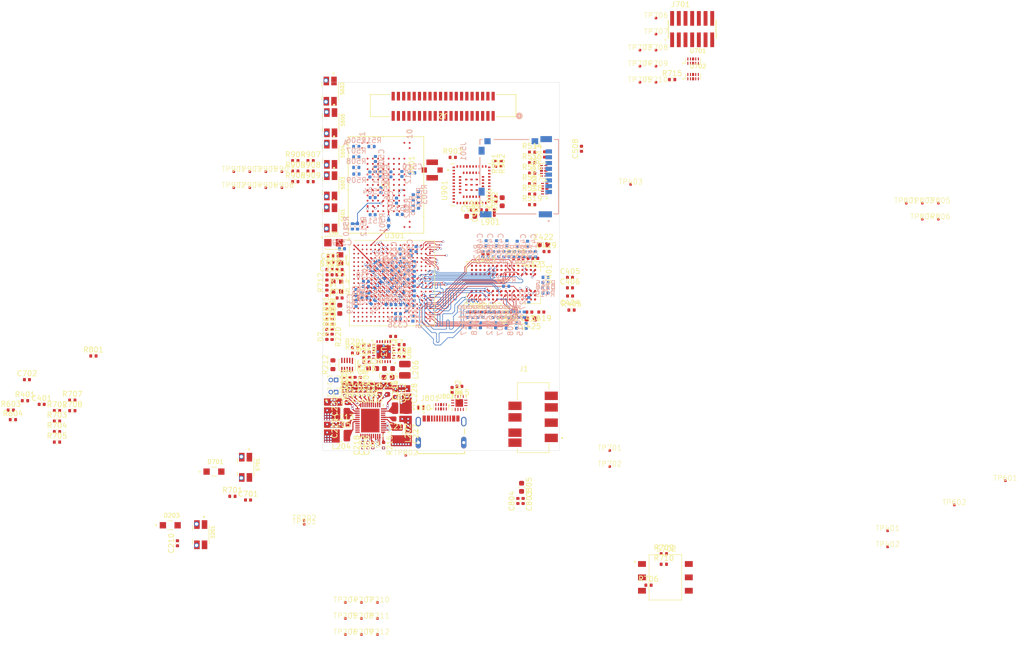
<source format=kicad_pcb>
(kicad_pcb (version 20241229) (generator "pcbnew") (generator_version "9.0")
  (layers (0 "F.Cu" signal) (4 "In1.Cu" signal) (6 "In2.Cu" signal) (8 "In3.Cu" signal) (10 "In4.Cu" signal) (12 "In5.Cu" signal) (14 "In6.Cu" signal) (2 "B.Cu" signal) (13 "F.Paste" user) (15 "B.Paste" user) (5 "F.SilkS" user "F.Silkscreen") (7 "B.SilkS" user "B.Silkscreen") (1 "F.Mask" user) (3 "B.Mask" user) (25 "Edge.Cuts" user))
  (net 0 "")
  (net 1 "GND")
  (net 2 "VDD_USB")
  (net 3 "VDDA")
  (net 4 "3V3")
  (net 5 "VIN")
  (net 6 "VTT_DDR")
  (net 7 "VREF_DDR")
  (net 8 "VDD_DDR")
  (net 9 "VDD_CORE")
  (net 10 "VDD")
  (net 11 "/RCC_BOOT_RST_DEBUG/OSC_IN")
  (net 12 "NRST")
  (net 13 "+BATT")
  (net 14 "V_USB")
  (net 15 "/PWR/REGN")
  (net 16 "PWR_SW_WAKE_UP")
  (net 17 "SDMMC3_CMD")
  (net 18 "SDMMC3_D0")
  (net 19 "SDMMC3_D1")
  (net 20 "SDMMC3_D2")
  (net 21 "PWR_ON")
  (net 22 "/RCC_BOOT_RST_DEBUG/T_JTMS{slash}T_SWDIO")
  (net 23 "/RCC_BOOT_RST_DEBUG/T_JCLK{slash}T_SWCLK")
  (net 24 "/RCC_BOOT_RST_DEBUG/T_JTDO{slash}T_SWO")
  (net 25 "/RCC_BOOT_RST_DEBUG/T_JTDI{slash}NC")
  (net 26 "UART4_RX_STM")
  (net 27 "UART4_TX_STM")
  (net 28 "USB_D-")
  (net 29 "USB_D+")
  (net 30 "USB_CC2")
  (net 31 "USB_CC1")
  (net 32 "/DDR/DDR_A9")
  (net 33 "PMIC_PA0_WKUP_INTR")
  (net 34 "/DDR/DDR_DQ1")
  (net 35 "SDMMC1_D1")
  (net 36 "uSD_DETECT")
  (net 37 "/DDR/DDR_DQ4")
  (net 38 "/DDR/DDR_DQ12")
  (net 39 "/DDR/DDR_A7")
  (net 40 "/DDR/DDR_DQ7")
  (net 41 "/DDR/DDR_A5")
  (net 42 "/DDR/DDR_A4")
  (net 43 "/DDR/DDR_DQ8")
  (net 44 "SDMMC1_D0")
  (net 45 "/DDR/DDR_BA0")
  (net 46 "/DDR/DDR_A1")
  (net 47 "/DDR/DDR_A6")
  (net 48 "SDMMC1_D2")
  (net 49 "/DDR/DDR_DQ6")
  (net 50 "/DDR/DDR_WEN")
  (net 51 "/DDR/DDR_A14")
  (net 52 "/DDR/DDR_DQM0")
  (net 53 "/DDR/DDR_DQS1_P")
  (net 54 "/DDR/DDR_DQ11")
  (net 55 "/DDR/DDR_RASN")
  (net 56 "/DDR/DDR_A0")
  (net 57 "SYS_I2C4_SCL")
  (net 58 "/DDR/DDR_DQ2")
  (net 59 "/DDR/DDR_DQS0_P")
  (net 60 "/DDR/DDR_DQ9")
  (net 61 "/DDR/DDR_DQ10")
  (net 62 "/DDR/DDR_RESETN")
  (net 63 "/DDR/DDR_CSN")
  (net 64 "/DDR/DDR_DQ14")
  (net 65 "/DDR/DDR_A13")
  (net 66 "/DDR/DDR_DQ15")
  (net 67 "/DDR/DDR_DQS0_N")
  (net 68 "/DDR/DDR_CLK_N")
  (net 69 "/DDR/DDR_DQS1_N")
  (net 70 "/DDR/DDR_DQ3")
  (net 71 "/DDR/DDR_A10")
  (net 72 "/DDR/DDR_A3")
  (net 73 "SYS_I2C4_SDA")
  (net 74 "/DDR/DDR_CASN")
  (net 75 "/DDR/DDR_DQM1")
  (net 76 "SDMMC1_CMD")
  (net 77 "/DDR/DDR_A8")
  (net 78 "/DDR/DDR_ODT")
  (net 79 "/DDR/DDR_A12")
  (net 80 "/DDR/DDR_A11")
  (net 81 "SDMMC1_CK")
  (net 82 "/DDR/DDR_CLK_P")
  (net 83 "/DDR/DDR_BA2")
  (net 84 "/RCC_BOOT_RST_DEBUG/OSC_OUT")
  (net 85 "/DDR/DDR_DQ13")
  (net 86 "/DDR/DDR_DQ5")
  (net 87 "/DDR/DDR_CKE")
  (net 88 "/DDR/DDR_DQ0")
  (net 89 "/DDR/DDR_BA1")
  (net 90 "SDMMC1_D3")
  (net 91 "/DDR/DDR_A2")
  (net 92 "/PWR/BATT_T")
  (net 93 "BAT_FUEL_RSDTIO")
  (net 94 "BAT_FUEL_ALARM")
  (net 95 "PMIC_WAKEUP")
  (net 96 "CHRG_OTG_ON")
  (net 97 "SDMMC2_NRST")
  (net 98 "SDMMC2_D2")
  (net 99 "SDMMC2_D3")
  (net 100 "SDMMC2_D4")
  (net 101 "SDMMC2_D5")
  (net 102 "SDMMC2_D6")
  (net 103 "SDMMC2_D7")
  (net 104 "SDMMC2_D1")
  (net 105 "SDMMC2_D0")
  (net 106 "SDMMC2_CMD")
  (net 107 "SDMMC2_CK")
  (net 108 "SDMMC3_D3")
  (net 109 "SDMMC3_CK")
  (net 110 "UART8_TX_STM")
  (net 111 "UART8_RX_STM")
  (net 112 "I2S1_SDO")
  (net 113 "I2S1_WS")
  (net 114 "I2S1_CK")
  (net 115 "I2S1_SDI")
  (net 116 "UART8_CTS_STM")
  (net 117 "UART8_RTS_STM")
  (net 118 "WL_HOST_WAKE")
  (net 119 "BT_DEV_WAKE")
  (net 120 "BT_HOST_WAKE")
  (net 121 "MCO1{slash}WIFI_LPO_IN")
  (net 122 "WL_REG_EN")
  (net 123 "BT_REG_EN")
  (net 124 "INT_USB_ctrl")
  (net 125 "Net-(U201-VIN)")
  (net 126 "Net-(U203-LDO1OUT)")
  (net 127 "Net-(U203-LDO2OUT)")
  (net 128 "Net-(U203-LDO6OUT)")
  (net 129 "Net-(U203-INTLDO)")
  (net 130 "Net-(U301A-VBAT)")
  (net 131 "Net-(U301A-VREF+)")
  (net 132 "Net-(U301A-VDD1V2_DSI_PHY)")
  (net 133 "Net-(U301A-VDDA1V1_REG)")
  (net 134 "Net-(U301A-VDDA1V8_DSI)")
  (net 135 "Net-(U301C-PC14)")
  (net 136 "Net-(U301C-PC15)")
  (net 137 "Net-(U301E-NRST_CORE)")
  (net 138 "Net-(Y701-Tri-State)")
  (net 139 "Net-(U901-VIN_LDO)")
  (net 140 "Net-(D601-A)")
  (net 141 "Net-(D601-K)")
  (net 142 "Net-(D602-A)")
  (net 143 "Net-(D602-K)")
  (net 144 "Net-(J501-SWITCH)")
  (net 147 "Net-(J901-Pad1)")
  (net 148 "Net-(U203-VLX1)")
  (net 149 "Net-(U203-VLX2)")
  (net 150 "Net-(U203-VLX3)")
  (net 151 "Net-(U203-VLX4)")
  (net 152 "Net-(U901-SR_VLX)")
  (net 153 "Net-(U201-BATD{slash}CD)")
  (net 154 "Net-(BT201--)")
  (net 155 "Net-(U203-~{RST})")
  (net 156 "Net-(U301B-DDR_ZQ)")
  (net 157 "Net-(U401-ZQ)")
  (net 160 "Net-(U301E-PDR_ON_CORE)")
  (net 161 "Net-(U301E-BOOT1)")
  (net 162 "Net-(U301E-PDR_ON)")
  (net 163 "Net-(U301E-BOOT0)")
  (net 164 "Net-(Y701-VDD)")
  (net 165 "Net-(J701-Pad11)")
  (net 166 "Net-(U301F-USB_RREF)")
  (net 167 "Net-(U901-STRAP_0)")
  (net 168 "Net-(U901-WL_ANT)")
  (net 169 "Net-(U901-SDIO_CLK)")
  (net 200 "Net-(U301E-BOOT2)")
  (net 201 "Net-(U301B-DDR_ATO)")
  (net 202 "Net-(U301B-DDR_DTO1)")
  (net 203 "Net-(U301B-DDR_DTO0)")
  (net 204 "Net-(U301E-PWR_LP)")
  (net 205 "Net-(TP801-Pad1)")
  (net 245 "/DDR/DDR_A15")
  (net 278 "Net-(U502-I{slash}O_4)")
  (net 364 "Net-(U1-VDD)")
  (net 365 "Net-(U1-CLK)")
  (net 369 "Net-(C232-Pad1)")
  (net 370 "Net-(U3-BTST)")
  (net 371 "Net-(U3-PMID)")
  (net 372 "Net-(U3-ILIM)")
  (net 373 "CHRG_INT")
  (net 374 "Net-(U3-STAT)")
  (net 375 "Net-(U3-PG_N)")
  (net 376 "CHRG_PSEL")
  (net 385 "Net-(D1-K)")
  (net 386 "Net-(D2-K)")
  (net 427 "/MPU_PWR/VDDA")
  (footprint "Capacitor_SMD:C_0402_1005Metric" (layer "F.Cu") (at 73.65 89.763207 -90)
    (property "Reference" "C216")
    (property "Value" "1uF")
  )
  (footprint "Library:TP_0.5mm" (layer "F.Cu") (at 198.25 106.43)
    (property "Reference" "TP601")
    (property "Value" "TestPoint")
  )
  (footprint "lib:XTAL_NX2012SA-32.768K-STD-MUB-1" (layer "F.Cu") (at 71.8 64.25 -90)
    (property "Reference" "Y601")
    (property "Value" "NX2012SA-32.768K")
  )
  (footprint "Library:TP_0.5mm" (layer "F.Cu") (at 78.925 135.66)
    (property "Reference" "TP212")
    (property "Value" "TestPoint")
  )
  (footprint "Capacitor_SMD:C_0402_1005Metric" (layer "F.Cu") (at 40.9 118.32 90)
    (property "Reference" "C210")
    (property "Value" "10nF")
  )
  (footprint "Resistor_SMD:R_0402_1005Metric" (layer "F.Cu") (at 133.3425 120.32)
    (property "Reference" "R709")
    (property "Value" "10k")
  )
  (footprint "lib:ST_LFBGA-354_16x16mm_Layout19x19_P0.8mm" (layer "F.Cu") (at 81.673415 68.8774)
    (property "Reference" "U301")
    (property "Value" "STM32MP157FABx")
  )
  (footprint "Library:TP_0.5mm" (layer "F.Cu") (at 60.75 50.75)
    (property "Reference" "TP908")
    (property "Value" "TestPoint")
  )
  (footprint "Resistor_SMD:R_0402_1005Metric" (layer "F.Cu") (at 63.3 47.6)
    (property "Reference" "R905")
    (property "Value" "47k")
  )
  (footprint "Capacitor_SMD:C_0402_1005Metric" (layer "F.Cu") (at 98.6175 55.405 90)
    (property "Reference" "C901")
    (property "Value" "4.7uF")
  )
  (footprint "Library:TP_0.5mm" (layer "F.Cu") (at 51.6 47.7)
    (property "Reference" "TP901")
    (property "Value" "TestPoint")
  )
  (footprint "Resistor_SMD:R_0402_1005Metric" (layer "F.Cu") (at 80.075 99.688207 -90)
    (property "Reference" "R215")
    (property "Value" "0")
  )
  (footprint "Resistor_SMD:R_0402_1005Metric" (layer "F.Cu") (at 18.01 99.09)
    (property "Reference" "R705")
    (property "Value" "0")
  )
  (footprint "lib:SW_EVQ-9P701P" (layer "F.Cu") (at 70.025 56.4875 -90)
    (property "Reference" "S601")
    (property "Value" "EVQ-9P701P")
  )
  (footprint "Library:TP_0.5mm" (layer "F.Cu") (at 75.875 129.56)
    (property "Reference" "TP207")
    (property "Value" "TestPoint")
  )
  (footprint "Capacitor_SMD:C_0603_1608Metric" (layer "F.Cu") (at 84.5 89.813207 -90)
    (property "Reference" "C228")
    (property "Value" "22uF")
  )
  (footprint "Capacitor_SMD:C_0603_1608Metric" (layer "F.Cu") (at 84.75 97.563207 -90)
    (property "Reference" "C227")
    (property "Value" "22uF")
  )
  (footprint "Capacitor_SMD:C_0603_1608Metric" (layer "F.Cu") (at 72.55 95.788207)
    (property "Reference" "C213")
    (property "Value" "10uF")
  )
  (footprint "Library:TP_0.5mm" (layer "F.Cu") (at 54.65 47.7)
    (property "Reference" "TP903")
    (property "Value" "TestPoint")
  )
  (footprint "Capacitor_SMD:C_0402_1005Metric" (layer "F.Cu") (at 83.52 81.55 180)
    (property "Reference" "C235")
    (property "Value" "4.7uF")
  )
  (footprint "Library:TP_0.5mm" (layer "F.Cu") (at 123.06 103.74)
    (property "Reference" "TP702")
    (property "Value" "TestPoint")
  )
  (footprint "LED_SMD:LED_0402_1005Metric" (layer "F.Cu") (at 69.3 77.185 -90)
    (property "Reference" "D1")
    (property "Value" "LED")
  )
  (footprint "Capacitor_SMD:C_0603_1608Metric" (layer "F.Cu") (at 80.9325 86.785 180)
    (property "Reference" "C233")
    (property "Value" "10uF")
  )
  (footprint "Capacitor_SMD:C_0603_1608Metric" (layer "F.Cu") (at 80.85 89.238207 -90)
    (property "Reference" "C215")
    (property "Value" "10uF")
  )
  (footprint "Capacitor_SMD:C_0402_1005Metric" (layer "F.Cu") (at 107.773415 74.3774 180)
    (property "Reference" "C430")
    (property "Value" "100nF")
  )
  (footprint "Resistor_SMD:R_0402_1005Metric" (layer "F.Cu") (at 24.93 82.72)
    (property "Reference" "R801")
    (property "Value" "3k")
  )
  (footprint "Resistor_SMD:R_0402_1005Metric" (layer "F.Cu") (at 20.92 91.13)
    (property "Reference" "R707")
    (property "Value" "0")
  )
  (footprint "Resistor_SMD:R_0402_1005Metric" (layer "F.Cu") (at 133.3425 122.31)
    (property "Reference" "R710")
    (property "Value" "10k")
  )
  (footprint "Capacitor_SMD:C_0402_1005Metric" (layer "F.Cu") (at 15.1 91.92)
    (property "Reference" "C401")
    (property "Value" "100nF")
  )
  (footprint "Resistor_SMD:R_0402_1005Metric" (layer "F.Cu") (at 69.81 66.3)
    (property "Reference" "R711")
    (property "Value" "10k")
  )
  (footprint "Resistor_SMD:R_0402_1005Metric" (layer "F.Cu") (at 20.92 93.12)
    (property "Reference" "R708")
    (property "Value" "0")
  )
  (footprint "Capacitor_SMD:C_0603_1608Metric" (layer "F.Cu") (at 106.3 107.68 -90)
    (property "Reference" "C805")
    (property "Value" "10uF")
  )
  (footprint "Library:TP_0.5mm" (layer "F.Cu") (at 72.825 129.56)
    (property "Reference" "TP204")
    (property "Value" "TestPoint")
  )
  (footprint "Capacitor_SMD:C_0402_1005Metric" (layer "F.Cu") (at 105.6 110.28 90)
    (property "Reference" "C804")
    (property "Value" "100nF")
  )
  (footprint "Capacitor_SMD:C_0402_1005Metric" (layer "F.Cu") (at 78.0225 99.698207 90)
    (property "Reference" "C226")
    (property "Value" "4.7uF")
  )
  (footprint "Library:TP_0.5mm" (layer "F.Cu") (at 65 114.7)
    (property "Reference" "TP201")
    (property "Value" "TestPoint")
  )
  (footprint "Capacitor_SMD:C_0402_1005Metric" (layer "F.Cu") (at 78.15 89.763207 -90)
    (property "Reference" "C219")
    (property "Value" "1uF")
  )
  (footprint "Capacitor_SMD:C_0402_1005Metric" (layer "F.Cu") (at 69.82 67.3)
    (property "Reference" "C703")
    (property "Value" "6.8pF")
  )
  (footprint "Capacitor_SMD:C_0402_1005Metric" (layer "F.Cu") (at 71.72 66.3)
    (property "Reference" "C704")
    (property "Value" "10nF")
  )
  (footprint "Resistor_SMD:R_0402_1005Metric" (layer "F.Cu") (at 102.073415 74.8774 -90)
    (property "Reference" "R402")
    (property "Value" "240")
  )
  (footprint "Library:TP_0.5mm" (layer "F.Cu") (at 72.825 132.61)
    (property "Reference" "TP205")
    (property "Value" "TestPoint")
  )
  (footprint "Capacitor_SMD:C_0402_1005Metric" (layer "F.Cu") (at 108.893415 64.1774 180)
    (property "Reference" "C423")
    (property "Value" "100nF")
  )
  (footprint "Capacitor_SMD:C_0402_1005Metric" (layer "F.Cu") (at 75.45 89.763207 -90)
    (property "Reference" "C224")
    (property "Value" "4.7uF")
  )
  (footprint "Library:TP_0.5mm" (layer "F.Cu") (at 84.3 101.5875)
    (property "Reference" "TP802")
    (property "Value" "TestPoint")
  )
  (footprint "Capacitor_SMD:C_0402_1005Metric" (layer "F.Cu") (at 98.873415 74.3774)
    (property "Reference" "C424")
    (property "Value" "100nF")
  )
  (footprint "Library:TP_0.5mm" (layer "F.Cu") (at 182.46 56.73)
    (property "Reference" "TP804")
    (property "Value" "TestPoint")
  )
  (footprint "Resistor_SMD:R_0402_1005Metric" (layer "F.Cu") (at 108.31 51.97)
    (property "Reference" "R518")
    (property "Value" "47k")
  )
  (footprint "Library:TP_0.5mm" (layer "F.Cu") (at 182.46 53.68)
    (property "Reference" "TP803")
    (property "Value" "TestPoint")
  )
  (footprint "Capacitor_SMD:C_0402_1005Metric" (layer "F.Cu") (at 75.65 87.288207 -90)
    (property "Reference" "C204")
    (property "Value" "220nF")
  )
  (footprint "Resistor_SMD:R_0402_1005Metric" (layer "F.Cu") (at 76.81 80.7 180)
    (property "Reference" "R219")
    (property "Value" "10k")
  )
  (footprint "Resistor_SMD:R_0402_1005Metric" (layer "F.Cu") (at 18.01 95.11)
    (property "Reference" "R703")
    (property "Value" "0")
  )
  (footprint "lib:SW_EVQ-9P701P" (layer "F.Cu") (at 70.025 38.3875 -90)
    (property "Reference" "S605")
    (property "Value" "EVQ-9P701P")
  )
  (footprint "LED_SMD:LED_0402_1005Metric" (layer "F.Cu") (at 69.3 75.245 -90)
    (property "Reference" "D602")
    (property "Value" "LED_R")
  )
  (footprint "Library:TP_0.5mm" (layer "F.Cu") (at 57.7 47.7)
    (property "Reference" "TP905")
    (property "Value" "TestPoint")
  )
  (footprint "Inductor_SMD:L_1008_2520Metric" (layer "F.Cu") (at 72.025 97.863207 180)
    (property "Reference" "L204")
    (property "Value" "1uH")
  )
  (footprint "Library:TP_0.5mm" (layer "F.Cu") (at 75.875 135.66)
    (property "Reference" "TP209")
    (property "Value" "TestPoint")
  )
  (footprint "Capacitor_SMD:C_0402_1005Metric" (layer "F.Cu") (at 107.073415 64.1774 180)
    (property "Reference" "C421")
    (property "Value" "100nF")
  )
  (footprint "Resistor_SMD:R_0402_1005Metric" (layer "F.Cu") (at 66.21 45.61)
    (property "Reference" "R907")
    (property "Value" "47k")
  )
  (footprint "lib:SAMESKY_SJ3-35024K-SMT-TR" (layer "F.Cu") (at 111.95 98.3)
    (property "Reference" "J1")
    (property "Value" "SJ3-35024K-SMT-TR")
  )
  (footprint "lib:SW_EVQ-9P701P" (layer "F.Cu") (at 53.8525 103.885 -90)
    (property "Reference" "S701")
    (property "Value" "EVQ-9P701P")
  )
  (footprint "Capacitor_SMD:C_0402_1005Metric" (layer "F.Cu") (at 101.4175 52.865 90)
    (property "Reference" "C904")
    (property "Value" "100nF")
  )
  (footprint "Capacitor_SMD:C_0402_1005Metric" (layer "F.Cu") (at 94.48 88.5 180)
    (property "Reference" "C515")
    (property "Value" "1uF")
  )
  (footprint "lib:SW_EVQ-9P701P" (layer "F.Cu") (at 70.025 50.3875 -90)
    (property "Reference" "S603")
    (property "Value" "EVQ-9P701P")
  )
  (footprint "Capacitor_SMD:C_0402_1005Metric" (layer "F.Cu") (at 69.98 64.9)
    (property "Reference" "C601")
    (property "Value" "6.8pF")
  )
  (footprint "Capacitor_SMD:C_0402_1005Metric" (layer "F.Cu") (at 83.52 80.58 180)
    (property "Reference" "C238")
    (property "Value" "8.2uF")
  )
  (footprint "lib:QFN40P600X500X80-45N" (layer "F.Cu") (at 77.55 94.998207 180)
    (property "Reference" "U203")
    (property "Value" "STPMIC1APQR")
  )
  (footprint "Capacitor_SMD:C_0402_1005Metric" (layer "F.Cu") (at 117.683415 43.3459 90)
    (property "Reference" "C508")
    (property "Value" "4.7uF")
  )
  (footprint "Capacitor_SMD:C_0402_1005Metric" (layer "F.Cu") (at 76.1225 99.698207 90)
    (property "Reference" "C218")
    (property "Value" "4.7uF")
  )
  (footprint "Capacitor_SMD:C_0402_1005Metric" (layer "F.Cu") (at 83.52 82.84)
    (property "Reference" "C232")
    (property "Value" "47nF")
  )
  (footprint "lib:MLP14_2P5X2P5_ONS" (layer "F.Cu") (at 94.462 91.6453 180)
    (property "Reference" "U801")
    (property "Value" "FUSB302BMPX")
  )
  (footprint "Inductor_SMD:L_1008_2520Metric" (layer "F.Cu") (at 83.325 92.638207)
    (property "Reference" "L203")
    (property "Value" "1uH")
  )
  (footprint "Resistor_SMD:R_0402_1005Metric" (layer "F.Cu") (at 63.3 49.59)
    (property "Reference" "R906")
    (property "Value" "47k")
  )
  (footprint "Capacitor_SMD:C_0603_1608Metric" (layer "F.Cu") (at 96.6425 56.185)
    (property "Reference" "C903")
    (property "Value" "10uF")
  )
  (footprint "Library:TP_0.5mm" (layer "F.Cu") (at 75.875 132.61)
    (property "Reference" "TP208")
    (property "Value" "TestPoint")
  )
  (footprint "Connector_PinHeader_1.00mm:PinHeader_1x02_P1.00mm_Vertical" (layer "F.Cu") (at 71.05 87.288207 -90)
    (property "Reference" "BT201")
    (property "Value" "Battery_Cell")
  )
  (footprint "Capacitor_SMD:C_0402_1005Metric" (layer "F.Cu") (at 100.673415 74.3774)
    (property "Reference" "C402")
    (property "Value" "100nF")
  )
  (footprint "Capacitor_SMD:C_0402_1005Metric" (layer "F.Cu") (at 70.02 63.7 180)
    (property "Reference" "C602")
    (property "Value" "6.8pF")
  )
  (footprint "Resistor_SMD:R_0402_1005Metric" (layer "F.Cu") (at 51.3475 109.4)
    (property "Reference" "R701")
    (property "Value" "10k")
  )
  (footprint "lib:MOLEX_73412-0110" (layer "F.Cu") (at 89.3175 47.385 90)
    (property "Reference" "J901")
    (property "Value" "73412-0110")
  )
  (footprint "lib:IC_HSP051-4M10" (layer "F.Cu") (at 110.51 47.5259 90)
    (property "Reference" "U502")
    (property "Value" "HSP051-4M10")
  )
  (footprint "lib:IC_HSP051-4M10" (layer "F.Cu") (at 110.693415 50.9259 90)
    (property "Reference" "U503")
    (property "Value" "HSP051-4M10")
  )
  (footprint "Capacitor_SMD:C_0402_1005Metric" (layer "F.Cu") (at 74.55 89.763207 -90)
    (property "Reference" "C225")
    (property "Value" "4.7uF")
  )
  (footprint "Resistor_SMD:R_0402_1005Metric" (layer "F.Cu") (at 18.01 97.1)
    (property "Reference" "R704")
    (property "Value" "0")
  )
  (footprint "Capacitor_SMD:C_0402_1005Metric" (layer "F.Cu") (at 97.2375 54.985)
    (property "Reference" "C905")
    (property "Value" "100nF")
  )
  (footprint "Capacitor_SMD:C_0402_1005Metric" (layer "F.Cu") (at 99.453415 63.2774 180)
    (property "Reference" "C403")
    (property "Value" "100nF")
  )
  (footprint "Capacitor_SMD:C_0402_1005Metric" (layer "F.Cu") (at 54.3175 110.1)
    (property "Reference" "C701")
    (property "Value" "10nF")
  )
  (footprint "Capacitor_SMD:C_0402_1005Metric" (layer "F.Cu") (at 110.053415 74.3774 180)
    (property "Reference" "C419")
    (property "Value" "1uF")
  )
  (footprint "Library:TP_0.5mm" (layer "F.Cu") (at 78.925 129.56)
    (property "Reference" "TP210")
    (property "Value" "TestPoint")
  )
  (footprint "Library:TP_0.5mm" (layer "F.Cu") (at 131.85 21.55)
    (property "Reference" "TP707")
    (property "Value" "TestPoint")
  )
  (footprint "Capacitor_SMD:C_0603_1608Metric" (layer "F.Cu") (at 78.01 85.11)
    (property "Reference" "C236")
    (property "Value" "10uF")
  )
  (footprint "Inductor_SMD:L_1008_2520Metric" (layer "F.Cu") (at 82.65 97.388207 -90)
    (property "Reference" "L202")
    (property "Value" "1uH")
  )
  (footprint "Resistor_SMD:R_0402_1005Metric" (layer "F.Cu") (at 18.01 93.12)
    (property "Reference" "R702")
    (property "Value" "0")
  )
  (footprint "lib:TVS_PTVS3V3S1UR" (layer "F.Cu") (at 47.8375 104.7)
    (property "Reference" "D701")
    (property "Value" "PTVS3V3S1UR")
  )
  (footprint "lib:CONN_2-1734248-0_TYCO" (layer "F.Cu") (at 100.899999 37.1 180)
    (property "Reference" "J2")
    (property "Value" "2-1734248-0")
  )
  (footprint "Resistor_SMD:R_0402_1005Metric" (layer "F.Cu") (at 102.4175 46.175 90)
    (property "Reference" "R901")
    (property "Value" "0")
  )
  (footprint "Resistor_SMD:R_0402_1005Metric" (layer "F.Cu") (at 108.31 49.98)
    (property "Reference" "R517")
    (property "Value" "47k")
  )
  (footprint "Resistor_SMD:R_0402_1005Metric" (layer "F.Cu") (at 66.21 47.6)
    (property "Reference" "R908")
    (property "Value" "47k")
  )
  (footprint "lib:CAPCP3225X100N" (layer "F.Cu") (at 70.5875 61.2)
    (property "Reference" "C332")
    (property "Value" "CPH3225A")
  )
  (footprint "Library:TP_0.5mm" (layer "F.Cu") (at 75.55 84.688207 -90)
    (property "Reference" "TP203")
    (property "Value" "TestPoint")
  )
  (footprint "Inductor_SMD:L_1008_2520Metric" (layer "F.Cu") (at 84.12 85.34 -90)
    (property "Reference" "L206")
    (property "Value" "1uH")
  )
  (footprint "Resistor_SMD:R_0402_1005Metric" (layer "F.Cu") (at 9.63 94.82)
    (property "Reference" "R604")
    (property "Value" "4k7")
  )
  (footprint "Library:TP_0.5mm" (layer "F.Cu") (at 185.51 53.68)
    (property "Reference" "TP805")
    (property "Value" "TestPoint")
  )
  (footprint "Library:TP_0.5mm" (layer "F.Cu") (at 128.8 24.6)
    (property "Reference" "TP703")
    (property "Value" "TestPoint")
  )
  (footprint "Resistor_SMD:R_0402_1005Metric" (layer "F.Cu") (at 72.65 87.290707 -90)
    (property "Reference" "R209")
    (property "Value" "1k")
  )
  (footprint "Library:TP_0.5mm" (layer "F.Cu") (at 78.925 132.61)
    (property "Reference" "TP211")
    (property "Value" "TestPoint")
  )
  (footprint "Resistor_SMD:R_0402_1005Metric" (layer "F.Cu") (at 69.3 70.71 -90)
    (property "Reference" "R713")
    (property "Value" "1k")
  )
  (footprint "Capacitor_SMD:C_0402_1005Metric" (layer "F.Cu") (at 81.8875 79.01 180)
    (property "Reference" "C237")
    (property "Value" "1uF")
  )
  (footprint "Capacitor_SMD:C_0402_1005Metric" (layer "F.Cu") (at 105.273415 64.1774)
    (property "Reference" "C428")
    (property "Value" "100nF")
  )
  (footprint "Library:TP_0.5mm" (layer "F.Cu") (at 131.85 24.6)
    (property "Reference" "TP708")
    (property "Value" "TestPoint")
  )
  (footprint "Capacitor_SMD:C_0603_1608Metric" (layer "F.Cu") (at 110.448415 61.5774)
    (property "Reference" "C422")
    (property "Value" "10uF")
  )
  (footprint "Resistor_SMD:R_0402_1005Metric" (layer "F.Cu") (at 74.65 87.288207 -90)
    (property "Reference" "R210")
    (property "Value" "1k")
  )
  (footprint "Library:TP_0.5mm" (layer "F.Cu") (at 65 114)
    (property "Reference" "TP202")
    (property "Value" "TestPoint")
  )
  (footprint "Capacitor_SMD:C_0603_1608Metric" (layer "F.Cu") (at 82.35 89.788207 -90)
    (property "Reference" "C212")
    (property "Value" "10uF")
  )
  (footprint "Capacitor_SMD:C_0603_1608Metric" (layer "F.Cu") (at 82.85 94.688207 180)
    (property "Reference" "C211")
    (property "Value" "10uF")
  )
  (footprint "Capacitor_SMD:C_0402_1005Metric" (layer "F.Cu") (at 76.35 89.763207 -90)
    (property "Reference" "C217")
    (property "Value" "1uF")
  )
  (footprint "Capacitor_SMD:C_0603_1608Metric" (layer "F.Cu") (at 69.35 92.288207 -90)
    (property "Reference" "C230")
    (property "Value" "22uF")
  )
  (footprint "Resistor_SMD:R_0402_1005Metric" (layer "F.Cu") (at 93.2275 44.985)
    (property "Reference" "R903")
    (property "Value" "0")
  )
  (footprint "Capacitor_SMD:C_0402_1005Metric" (layer "F.Cu") (at 12.3 87.22)
    (property "Reference" "C702")
    (property "Value" "10nF")
  )
  (footprint "Capacitor_SMD:C_0603_1608Metric" (layer "F.Cu") (at 72.35 91.588207)
    (property "Reference" "C214")
    (property "Value" "10uF")
  )
  (footprint "Capacitor_SMD:C_0603_1608Metric" (layer "F.Cu") (at 102.6175 53.41 90)
    (property "Reference" "C902")
    (property "Value" "10uF")
  )
  (footprint "Library:TP_0.5mm" (layer "F.Cu") (at 131.85 27.65)
    (property "Reference" "TP709")
    (property "Value" "TestPoint")
  )
  (footprint "Resistor_SMD:R_0402_1005Metric" (layer "F.Cu") (at 63.3 45.61)
    (property "Reference" "R904")
    (property "Value" "22")
  )
  (footprint "lib:DIODE_ESDA7P120-1U1M_STM" (layer "F.Cu") (at 87.1782 92.5 180)
    (property "Reference" "D801")
    (property "Value" "ESDA7P120-1U1M")
  )
  (footprint "lib:SW_EVQ-9P701P" (layer "F.Cu") (at 69.925 32.3875 -90)
    (property "Reference" "S602")
    (property "Value" "EVQ-9P701P")
  )
  (footprint "Capacitor_SMD:C_0402_1005Metric" (layer "F.Cu") (at 93.1 89.18 -90)
    (property "Reference" "C802")
    (property "Value" "100nF")
  )
  (footprint "Resistor_SMD:R_0402_1005Metric" (layer "F.Cu") (at 134.917 30.19)
    (property "Reference" "R715")
    (property "Value" "100")
  )
  (footprint "Capacitor_SMD:C_0402_1005Metric" (layer "F.Cu") (at 103.673415 74.3774 180)
    (property "Reference" "C420")
    (property "Value" "100nF")
  )
  (footprint "Resistor_SMD:R_0402_1005Metric" (layer "F.Cu") (at 108.31 46)
    (property "Reference" "R515")
    (property "Value" "47k")
  )
  (footprint "Capacitor_SMD:C_0603_1608Metric" (layer "F.Cu") (at 108.073415 75.6774 180)
    (property "Reference" "C425")
    (property "Value" "10uF")
  )
  (footprint "lib:IC_HSP051-4M10" (layer "F.Cu") (at 138.9 29.64)
    (property "Reference" "U702")
    (property "Value" "HSP051-4M10")
  )
  (footprint "Resistor_SMD:R_0402_1005Metric" (layer "F.Cu") (at 108.31 53.96)
    (property "Reference" "R519")
    (property "Value" "47k")
  )
  (footprint "Inductor_SMD:L_Murata_DFE201610P" (layer "F.Cu") (at 100.3925 55.485 180)
    (property "Reference" "L901")
    (property "Value" "1uH")
  )
  (footprint "Library:TP_0.5mm" (layer "F.Cu") (at 179.41 53.68)
    (property "Reference" "TP801")
    (property "Value" "TestPoint")
  )
  (footprint "Capacitor_SMD:C_0402_1005Metric" (layer "F.Cu") (at 115.5 69.77)
    (property "Reference" "C406")
    (property "Value" "100nF")
  )
  (footprint "Library:TP_0.5mm" (layer "F.Cu") (at 185.51 56.73)
    (property "Reference" "TP806")
    (property "Value" "TestPoint")
  )
  (footprint "Library:TP_0.5mm" (layer "F.Cu") (at 51.6 50.75)
    (property "Reference" "TP902")
    (property "Value" "TestPoint")
  )
  (footprint "Capacitor_SMD:C_0402_1005Metric" (layer "F.Cu") (at 72.675 89.763207 -90)
    (property "Reference" "C220")
    (property "Value" "4.7uF")
  )
  (footprint "Library:TP_0.5mm" (layer "F.Cu") (at 131.85 18.5)
    (property "Reference" "TP706")
    (property "Value" "TestPoint")
  )
  (footprint "Resistor_SMD:R_0402_1005Metric" (layer "F.Cu") (at 108.31 47.99)
    (property "Reference" "R516")
    (property "Value" "47k")
  )
  (footprint "lib:XCVR_LBEE5PK2AE-771" (layer "F.Cu") (at 96.7925 50.185 90)
    (property "Reference" "U901")
    (property "Value" "LBEE5PK2AE-771")
  )
  (footprint "Library:TP_0.5mm" (layer "F.Cu") (at 54.65 50.75)
    (property "Reference" "TP904")
    (property "Value" "TestPoint")
  )
  (footprint "Connector_PinHeader_1.00mm:PinHeader_1x02_P1.00mm_Vertical" (layer "F.Cu") (at 71.05 89.588207 -90)
    (property "Reference" "TH201")
    (property "Value" "Thermistor")
  )
  (footprint "Capacitor_SMD:C_0402_1005Metric" (layer "F.Cu") (at 115.52 71.33 180)
    (property "Reference" "C404")
    (property "Value" "1uF")
  )
  (footprint "Resistor_SMD:R_0402_1005Metric" (layer "F.Cu") (at 11.93 91.22)
    (property "Reference" "R401")
    (property "Value" "240")
  )
  (footprint "lib:GCT_USB4215-03-A_REVA" (layer "F.Cu") (at 91 99.1875)
    (property "Reference" "J801")
    (property "Value" "USB4215-03-A_REVA")
    (fp_line (start -4.62 -0.6) (end -4.62 0.6) (stroke (width 0.01)) (layer "Edge.Cuts"))
    (fp_line (start -4.02 0.6) (end -4.02 -0.6) (stroke (width 0.01)) (layer "Edge.Cuts"))
    (fp_line (start 4.02 -0.6) (end 4.02 0.6) (stroke (width 0.01)) (layer "Edge.Cuts"))
    (fp_line (start 4.62 0.6) (end 4.62 -0.6) (stroke (width 0.01)) (layer "Edge.Cuts"))
    (fp_arc (start -4.62 -0.6) (mid -4.532132 -0.812132) (end -4.32 -0.9) (stroke (width 0.01)) (layer "Edge.Cuts"))
    (fp_arc (start -4.32 -0.9) (mid -4.107868 -0.812132) (end -4.02 -0.6) (stroke (width 0.01)) (layer "Edge.Cuts"))
    (fp_arc (start -4.32 0.9) (mid -4.532132 0.812132) (end -4.62 0.6) (stroke (width 0.01)) (layer "Edge.Cuts"))
    (fp_arc (start -4.02 0.6) (mid -4.107868 0.812132) (end -4.32 0.9) (stroke (width 0.01)) (layer "Edge.Cuts"))
    (fp_arc (start 4.02 -0.6) (mid 4.107868 -0.812132) (end 4.32 -0.9) (stroke (width 0.01)) (layer "Edge.Cuts"))
    (fp_arc (start 4.32 -0.9) (mid 4.532132 -0.812132) (end 4.62 -0.6) (stroke (width 0.01)) (layer "Edge.Cuts"))
    (fp_arc (start 4.32 0.9) (mid 4.107868 0.812132) (end 4.02 0.6) (stroke (width 0.01)) (layer "Edge.Cuts"))
    (fp_arc (start 4.62 0.6) (mid 4.532132 0.812132) (end 4.32 0.9) (stroke (width 0.01)) (layer "Edge.Cuts"))
  )
  (footprint "Resistor_SMD:R_0402_1005Metric" (layer "F.Cu") (at 110.683415 44.4259 90)
    (property "Reference" "R513")
    (property "Value" "0")
  )
  (footprint "Capacitor_SMD:C_0603_1608Metric" (layer "F.Cu") (at 79.35 89.238207 90)
    (property "Reference" "C222")
    (property "Value" "10uF")
  )
  (footprint "Resistor_SMD:R_0402_1005Metric" (layer "F.Cu") (at 70.3 75.24 90)
    (property "Reference" "R602")
    (property "Value" "~")
  )
  (footprint "Inductor_SMD:L_1008_2520Metric" (layer "F.Cu") (at 72.025 93.688207 180)
    (property "Reference" "L205")
    (property "Value" "1uH")
  )
  (footprint "Resistor_SMD:R_0402_1005Metric" (layer "F.Cu") (at 74.66 82.188207)
    (property "Reference" "R202")
    (property "Value" "10k")
  )
  (footprint "Capacitor_SMD:C_0603_1608Metric" (layer "F.Cu") (at 81.02 85.11 180)
    (property "Reference" "C234")
    (property "Value" "10uF")
  )
  (footprint "Capacitor_SMD:C_0402_1005Metric" (layer "F.Cu") (at 73.65 87.288207 90)
    (property "Reference" "C205")
    (property "Value" "1uF")
  )
  (footprint "lib:SW_EVQ-9P701P" (layer "F.Cu") (at 45.325 116.6875 -90)
    (property "Reference" "S201")
    (property "Value" "EVQ-9P701P")
  )
  (footprint "Capacitor_SMD:C_0603_1608Metric" (layer "F.Cu") (at 69.35 96.488207 -90)
    (property "Reference" "C229")
    (property "Value" "22uF")
  )
  (footprint "Inductor_SMD:L_0603_1608Metric" (layer "F.Cu") (at 71.75 73.862499 90)
    (property "Reference" "L301")
    (property "Value" "1uH")
  )
  (footprint "lib:TVS_PTVS3V3S1UR" (layer "F.Cu") (at 39.5375 114.9)
    (property "Reference" "D203")
    (property "Value" "PTVS3V3S1UR")
  )
  (footprint "Oscillator:Oscillator_SMD_ECS_2520MV-xxx-xx-4Pin_2.5x2.0mm" (layer "F.Cu") (at 71.275 69.525)
    (property "Reference" "Y701")
    (property "Value" "ECS-2520MVQ-240")
  )
  (footprint "Resistor_SMD:R_0402_1005Metric" (layer "F.Cu") (at 108.31 44.01)
    (property "Reference" "R514")
    (property "Value" "47k")
  )
  (footprint "lib:IC_HSP051-4M10" (layer "F.Cu") (at 91 92.3775)
    (property "Reference" "U802")
    (property "Value" "HSP051-4M10")
  )
  (footprint "Resistor_SMD:R_0402_1005Metric" (layer "F.Cu") (at 76.83 82)
    (property "Reference" "R218")
    (property "Value" "317")
  )
  (footprint "Library:TP_0.5mm" (layer "F.Cu") (at 57.7 50.75)
    (property "Reference" "TP906")
    (property "Value" "TestPoint")
  )
  (footprint "Capacitor_SMD:C_0402_1005Metric" (layer "F.Cu") (at 71.72 71.7)
    (property "Reference" "C705")
    (property "Value" "6.8pF")
  )
  (footprint "LED_SMD:LED_0402_1005Metric" (layer "F.Cu") (at 69.3 79.085 90)
    (property "Reference" "D2")
    (property "Value" "LED")
  )
  (footprint "lib:BGA96C80P9X16_1400X800X120" (layer "F.Cu") (at 102.873415 68.7774 -90)
    (property "Reference" "U401")
    (property "Value" "MT41K256M16TW-107_P")
  )
  (footprint "LED_SMD:LED_0402_1005Metric" (layer "F.Cu") (at 69.3 73.315 -90)
    (property "Reference" "D601")
    (property "Value" "LED_B")
  )
  (footprint "Resistor_SMD:R_0402_1005Metric" (layer "F.Cu") (at 70.3 77.21 90)
    (property "Reference" "R221")
    (property "Value" "1k")
  )
  (footprint "Library:TP_0.5mm" (layer "F.Cu") (at 188.55 111.04)
    (property "Reference" "TP602")
    (property "Value" "TestPoint")
  )
  (footprint "Library:TP_0.5mm" (layer "F.Cu") (at 131.85 30.7)
    (property "Reference" "TP710")
    (property "Value" "TestPoint")
  )
  (footprint "Resistor_SMD:R_0402_1005Metric" (layer "F.Cu") (at 76.82 83.9 180)
    (property "Reference" "R216")
    (property "Value" "5k25")
  )
  (footprint "Library:TP_0.5mm" (layer "F.Cu") (at 175.88 119)
    (property "Reference" "TP402")
    (property "Value" "TestPoint")
  )
  (footprint "Library:TP_0.5mm" (layer "F.Cu") (at 72.825 135.66)
    (property "Reference" "TP206")
    (property "Value" "TestPoint")
  )
  (footprint "Capacitor_SMD:C_0402_1005Metric" (layer "F.Cu") (at 97.073415 74.3774)
    (property "Reference" "C426")
    (property "Value" "100nF")
  )
  (footprint "lib:SW_EVQ-9P701P" (layer "F.Cu") (at 70.025 44.3875 -90)
    (property "Reference" "S604")
    (property "Value" "EVQ-9P701P")
  )
  (footprint "Resistor_SMD:R_0402_1005Metric" (layer "F.Cu") (at 101.4175 46.195 -90)
    (property "Reference" "R902")
    (property "Value" "0")
  )
  (footprint "Capacitor_SMD:C_0402_1005Metric" (layer "F.Cu") (at 111.048415 62.8774)
    (property "Reference" "C429")
    (property "Value" "100nF")
  )
  (footprint "Resistor_SMD:R_0402_1005Metric" (layer "F.Cu") (at 74.65 81.188207)
    (property "Reference" "R201")
    (property "Value" "10k")
  )
  (footprint "Library:TP_0.5mm" (layer "F.Cu") (at 123.06 100.69)
    (property "Reference" "TP701")
    (property "Value" "TestPoint")
  )
  (footprint "Resistor_SMD:R_0603_1608Metric" (layer "F.Cu") (at 70.45 84.388207 90)
    (property "Reference" "R212")
    (property "Value" "10m")
  )
  (footprint "lib:SW_DS04-254-2-03BK-SMT" (layer "F.Cu") (at 133.6375 124.8)
    (property "Reference" "S702")
    (property "Value" "DS04-254-2-03BK-SMT")
  )
  (footprint "Library:TP_0.5mm" (layer "F.Cu") (at 128.8 30.7)
    (property "Reference" "TP705")
    (property "Value" "TestPoint")
  )
  (footprint "lib:SON50P300X200X60-10N" (layer "F.Cu") (at 73.15 84.428207 -90)
    (property "Reference" "U201")
    (property "Value" "STC3115IQT")
  )
  (footprint "Resistor_SMD:R_0402_1005Metric" (layer "F.Cu") (at 71.71 67.3 180)
    (property "Reference" "R714")
    (property "Value" "10")
  )
  (footprint "Library:TP_0.5mm" (layer "F.Cu") (at 127.03 50.12)
    (property "Reference" "TP403")
    (property "Value" "TestPoint")
  )
  (footprint "Resistor_SMD:R_0402_1005Metric" (layer "F.Cu") (at 70.3 79.09 -90)
    (property "Reference" "R220")
    (property "Value" "1k")
  )
  (footprint "Library:TP_0.5mm" (layer "F.Cu") (at 128.8 27.65)
    (property "Reference" "TP704")
    (property "Value" "TestPoint")
  )
  (footprint "Library:TP_0.5mm" (layer "F.Cu") (at 175.88 115.95)
    (property "Reference" "TP401")
    (property "Value" "TestPoint")
  )
  (footprint "lib:BQ24298" (layer "F.Cu") (at 80.1 81.9 -90)
    (property "Reference" "U3")
    (property "Value" "BQ24298RTWR")
  )
  (footprint "Resistor_SMD:R_0402_1005Metric" (layer "F.Cu") (at 130.4325 126.29)
    (property "Reference" "R706")
    (property "Value" "10k")
  )
  (footprint "Library:TP_0.5mm" (layer "F.Cu") (at 60.75 47.7)
    (property "Reference" "TP907")
    (property "Value" "TestPoint")
  )
  (footprint "Resistor_SMD:R_0402_1005Metric" (layer "F.Cu") (at 76.82 83)
    (property "Reference" "R217")
    (property "Value" "31k23")
  )
  (footprint "lib:SAMTEC_FTSH-107-01-L-DV-K-A" (layer "F.Cu") (at 138.725 20.6)
    (property "Reference" "J701")
    (property "Value" "FTSH-107-01-L-DV-K-A")
  )
  (footprint "Resistor_SMD:R_0402_1005Metric" (layer "F.Cu") (at 66.21 49.59)
    (property "Reference" "R909")
    (property "Value" "47k")
  )
  (footprint "Capacitor_SMD:C_0402_1005Metric" (layer "F.Cu") (at 106.6 110.28 -90)
    (property "Reference" "C803")
    (property "Value" "100pF")
  )
  (footprint "Capacitor_SMD:C_0402_1005Metric" (layer "F.Cu") (at 77.1225 99.698207 90)
    (property "Reference" "C223")
    (property "Value" "4.7uF")
  )
  (footprint "Resistor_SMD:R_0402_1005Metric" (layer "F.Cu") (at 9.23 93.02)
    (property "Reference" "R603")
    (property "Value" "4k7")
  )
  (footprint "Capacitor_SMD:C_0402_1005Metric" (layer "F.Cu") (at 115.5 67.8)
    (property "Reference" "C405")
    (property "Value" "100nF")
  )
  (footprint "lib:FBGA100_ISI" (layer "F.Cu") (at 80.533408 50.21739)
    (property "Reference" "U1")
    (property "Value" "IS21ES08GA-JQLI-TR")
  )
  (footprint "lib:IC_HSP051-4M10" (layer "F.Cu") (at 138.9 26.69)
    (property "Reference" "U701")
    (property "Value" "HSP051-4M10")
  )
  (footprint "Resistor_SMD:R_0402_1005Metric" (layer "F.Cu") (at 70.3 73.32 90)
    (property "Reference" "R601")
    (property "Value" "~")
  )
  (footprint "Capacitor_SMD:C_0402_1005Metric" (layer "F.Cu") (at 77.25 89.763207 -90)
    (property "Reference" "C221")
    (property "Value" "4.7uF")
  )
  (footprint "Resistor_SMD:R_0402_1005Metric" (layer "F.Cu") (at 115.8 74)
    (property "Reference" "R405")
    (property "Value" "10k")
  )
  (footprint "Resistor_SMD:R_0402_1005Metric" (layer "F.Cu") (at 69.3 68.79 90)
    (property "Reference" "R712")
    (property "Value" "0")
  )
  (footprint "Resistor_SMD:R_0402_1005Metric" (layer "B.Cu") (at 103.848415 74.8774 -90)
    (property "Reference" "R407")
    (property "Value" "56")
  )
  (footprint "Resistor_SMD:R_0402_1005Metric" (layer "B.Cu") (at 105.943415 63.3874 -90)
    (property "Reference" "R406")
    (property "Value" "56")
  )
  (footprint "Capacitor_SMD:C_0402_1005Metric" (layer "B.Cu") (at 107.443415 61.3974 90)
    (property "Reference" "C413")
    (property "Value" "100nF")
  )
  (footprint "Resistor_SMD:R_0402_1005Metric" (layer "B.Cu") (at 74.913415 48.1474)
    (property "Reference" "R509")
    (property "Value" "47k")
  )
  (footprint "Resistor_SMD:R_0402_1005Metric" (layer "B.Cu") (at 85.723415 52.5774 90)
    (property "Reference" "R504")
    (property "Value" "47k")
  )
  (footprint "Resistor_SMD:R_0402_1005Metric" (layer "B.Cu") (at 74.883415 46.8974 180)
    (property "Reference" "R508")
    (property "Value" "47k")
  )
  (footprint "Resistor_SMD:R_0402_1005Metric" (layer "B.Cu") (at 85.703415 54.6274 -90)
    (property "Reference" "R502")
    (property "Value" "47k")
  )
  (footprint "Resistor_SMD:R_0402_1005Metric" (layer "B.Cu") (at 86.703415 54.1474 -90)
    (property "Reference" "R505")
    (property "Value" "47k")
  )
  (footprint "Capacitor_SMD:C_0402_1005Metric" (layer "B.Cu") (at 103.513415 61.2974 -90)
    (property "Reference" "C411")
    (property "Value" "100nF")
  )
  (footprint "Capacitor_SMD:C_0402_1005Metric" (layer "B.Cu") (at 84.439411 66.860589 -135)
    (property "Reference" "C319")
    (property "Value" "1uF")
  )
  (footprint "Capacitor_SMD:C_0402_1005Metric" (layer "B.Cu") (at 79.889411 68.310589 -135)
    (property "Reference" "C317")
    (property "Value" "1uF")
  )
  (footprint "Capacitor_SMD:C_0402_1005Metric" (layer "B.Cu") (at 101.373415 76.8974 -90)
    (property "Reference" "C412")
    (property "Value" "100nF")
  )
  (footprint "Capacitor_SMD:C_0402_1005Metric" (layer "B.Cu") (at 77.3 71.22 -90)
    (property "Reference" "C327")
    (property "Value" "100nF")
  )
  (footprint "Capacitor_SMD:C_0402_1005Metric" (layer "B.Cu") (at 110.853415 70.7774 180)
    (property "Reference" "C416")
    (property "Value" "100nF")
  )
  (footprint "Capacitor_SMD:C_0402_1005Metric" (layer "B.Cu") (at 85.9 65.27 -90)
    (property "Reference" "C323")
    (property "Value" "1uF")
  )
  (footprint "Resistor_SMD:R_0402_1005Metric" (layer "B.Cu") (at 96.048415 74.8774 -90)
    (property "Reference" "R414")
    (property "Value" "56")
  )
  (footprint "Resistor_SMD:R_0402_1005Metric" (layer "B.Cu") (at 77.793415 42.9174 180)
    (property "Reference" "R511")
    (property "Value" "47k")
  )
  (footprint "Resistor_SMD:R_0402_1005Metric" (layer "B.Cu") (at 103.943415 63.3874 -90)
    (property "Reference" "R424")
    (property "Value" "56")
  )
  (footprint "Resistor_SMD:R_0402_1005Metric" (layer "B.Cu") (at 106.943415 63.3874 -90)
    (property "Reference" "R408")
    (property "Value" "56")
  )
  (footprint "Capacitor_SMD:C_0402_1005Metric" (layer "B.Cu") (at 74.85 72.82 -90)
    (property "Reference" "C339")
    (property "Value" "100nF")
  )
  (footprint "Resistor_SMD:R_0402_1005Metric" (layer "B.Cu") (at 106.823415 74.8674 -90)
    (property "Reference" "R430")
    (property "Value" "56")
  )
  (footprint "Resistor_SMD:R_0402_1005Metric" (layer "B.Cu") (at 103.373415 69.4774 180)
    (property "Reference" "R403")
    (property "Value" "100")
  )
  (footprint "Capacitor_SMD:C_0402_1005Metric" (layer "B.Cu") (at 96.503415 76.8974 -90)
    (property "Reference" "C417")
    (property "Value" "100nF")
  )
  (footprint "Capacitor_SMD:C_0402_1005Metric" (layer "B.Cu") (at 86.25 62.42 -90)
    (property "Reference" "C334")
    (property "Value" "2.2uF")
  )
  (footprint "Capacitor_SMD:C_0402_1005Metric" (layer "B.Cu") (at 82.813533 66.910589 -135)
    (property "Reference" "C305")
    (property "Value" "1uF")
  )
  (footprint "Capacitor_SMD:C_0402_1005Metric" (layer "B.Cu") (at 78.503415 47.1974 90)
    (property "Reference" "C502")
    (property "Value" "100nF")
  )
  (footprint "Resistor_SMD:R_0402_1005Metric" (layer "B.Cu") (at 101.873415 74.9124 -90)
    (property "Reference" "R422")
    (property "Value" "56")
  )
  (footprint "Resistor_SMD:R_0402_1005Metric" (layer "B.Cu") (at 81.033415 57.4374 -90)
    (property "Reference" "R501")
    (property "Value" "22")
  )
  (footprint "Capacitor_SMD:C_0402_1005Metric" (layer "B.Cu") (at 98.473415 76.8974 -90)
    (property "Reference" "C418")
    (property "Value" "100nF")
  )
  (footprint "Resistor_SMD:R_0402_1005Metric" (layer "B.Cu") (at 105.823415 74.8674 -90)
    (property "Reference" "R418")
    (property "Value" "56")
  )
  (footprint "Capacitor_SMD:C_0402_1005Metric" (layer "B.Cu") (at 77.473415 48.2274 90)
    (property "Reference" "C511")
    (property "Value" "100nF")
  )
  (footprint "Capacitor_SMD:C_0402_1005Metric" (layer "B.Cu") (at 85.533415 47.9174 180)
    (property "Reference" "C510")
    (property "Value" "100nF")
  )
  (footprint "Capacitor_SMD:C_0402_1005Metric" (layer "B.Cu") (at 84.45 73.68 90)
    (property "Reference" "C316")
    (property "Value" "1uF")
  )
  (footprint "Capacitor_SMD:C_0402_1005Metric" (layer "B.Cu") (at 85.65 75.62 90)
    (property "Reference" "C335")
    (property "Value" "1uF")
  )
  (footprint "Resistor_SMD:R_0402_1005Metric" (layer "B.Cu") (at 104.848415 74.8774 -90)
    (property "Reference" "R416")
    (property "Value" "56")
  )
  (footprint "Capacitor_SMD:C_0402_1005Metric" (layer "B.Cu") (at 79.583415 51.2074 90)
    (property "Reference" "C506")
    (property "Value" "2.2uF")
  )
  (footprint "Capacitor_SMD:C_0402_1005Metric" (layer "B.Cu") (at 78.439411 66.460589 -135)
    (property "Reference" "C309")
    (property "Value" "1uF")
  )
  (footprint "Capacitor_SMD:C_0402_1005Metric" (layer "B.Cu") (at 82.78 75.65)
    (property "Reference" "C336")
    (property "Value" "2.2uF")
  )
  (footprint "Capacitor_SMD:C_0402_1005Metric" (layer "B.Cu") (at 78.560589 69.639411 45)
    (property "Reference" "C301")
    (property "Value" "1uF")
  )
  (footprint "Resistor_SMD:R_0402_1005Metric" (layer "B.Cu") (at 98.023415 74.8774 -90)
    (property "Reference" "R410")
    (property "Value" "56")
  )
  (footprint "lib:GCT_MEM2090-00-145-00-A_REVA" (layer "B.Cu") (at 113.33 48.655 -90)
    (property "Reference" "J501")
    (property "Value" "MEM2090-00-145-00-A_REVA")
  )
  (footprint "Resistor_SMD:R_0402_1005Metric" (layer "B.Cu") (at 86.673415 52.0074 90)
    (property "Reference" "R503")
    (property "Value" "47k")
  )
  (footprint "Capacitor_SMD:C_0402_1005Metric" (layer "B.Cu") (at 82.789411 68.410589 -135)
    (property "Reference" "C315")
    (property "Value" "1uF")
  )
  (footprint "Capacitor_SMD:C_0402_1005Metric" (layer "B.Cu") (at 72.17 62.35 180)
    (property "Reference" "C329")
    (property "Value" "1uF")
  )
  (footprint "Resistor_SMD:R_0402_1005Metric" (layer "B.Cu") (at 100.898415 74.9024 -90)
    (property "Reference" "R426")
    (property "Value" "56")
  )
  (footprint "Capacitor_SMD:C_0402_1005Metric" (layer "B.Cu") (at 105.473415 61.3974 90)
    (property "Reference" "C414")
    (property "Value" "100nF")
  )
  (footprint "Resistor_SMD:R_0402_1005Metric" (layer "B.Cu") (at 102.943415 63.3874 -90)
    (property "Reference" "R423")
    (property "Value" "56")
  )
  (footprint "Capacitor_SMD:C_0402_1005Metric" (layer "B.Cu") (at 85.9 72.68 -90)
    (property "Reference" "C324")
    (property "Value" "1nF")
  )
  (footprint "Capacitor_SMD:C_0402_1005Metric" (layer "B.Cu") (at 101.543415 61.2974 -90)
    (property "Reference" "C410")
    (property "Value" "100nF")
  )
  (footprint "Resistor_SMD:R_0402_1005Metric" (layer "B.Cu") (at 110.763415 69.7774)
    (property "Reference" "R419")
    (property "Value" "56")
  )
  (footprint "Resistor_SMD:R_0402_1005Metric" (layer "B.Cu") (at 99.948415 73.8774 -90)
    (property "Reference" "R404")
    (property "Value" "10k")
  )
  (footprint "Capacitor_SMD:C_0402_1005Metric" (layer "B.Cu") (at 82.82 74.7)
    (property "Reference" "C338")
    (property "Value" "2.2uF")
  )
  (footprint "Capacitor_SMD:C_0402_1005Metric" (layer "B.Cu") (at 78.003415 55.8774)
    (property "Reference" "C514")
    (property "Value" "100nF")
  )
  (footprint "Capacitor_SMD:C_0402_1005Metric" (layer "B.Cu") (at 79.523415 48.1874 90)
    (property "Reference" "C503")
    (property "Value" "100nF")
  )
  (footprint "Capacitor_SMD:C_0402_1005Metric" (layer "B.Cu") (at 76.73 68.55 180)
    (property "Reference" "C330")
    (property "Value" "1uF")
  )
  (footprint "Capacitor_SMD:C_0402_1005Metric" (layer "B.Cu") (at 83.563415 48.1374 90)
    (property "Reference" "C512")
    (property "Value" "100nF")
  )
  (footprint "Capacitor_SMD:C_0402_1005Metric" (layer "B.Cu") (at 85.9 67.12 -90)
    (property "Reference" "C322")
    (property "Value" "1uF")
  )
  (footprint "Resistor_SMD:R_0402_1005Metric" (layer "B.Cu") (at 74.153415 58.0874 -90)
    (property "Reference" "R510")
    (property "Value" "47k")
  )
  (footprint "Resistor_SMD:R_0402_1005Metric" (layer "B.Cu") (at 74.883415 44.9074 180)
    (property "Reference" "R507")
    (property "Value" "47k")
  )
  (footprint "Capacitor_SMD:C_0402_1005Metric" (layer "B.Cu") (at 76.73 69.5)
    (property "Reference" "C328")
    (property "Value" "1uF")
  )
  (footprint "Resistor_SMD:R_0402_1005Metric" (layer "B.Cu") (at 107.943415 63.4074 -90)
    (property "Reference" "R409")
    (property "Value" "56")
  )
  (footprint "Capacitor_SMD:C_0402_1005Metric" (layer "B.Cu") (at 107.673415 72.0774 -90)
    (property "Reference" "C427")
    (property "Value" "100nF")
  )
  (footprint "Capacitor_SMD:C_0402_1005Metric" (layer "B.Cu") (at 84.089411 65.610589 45)
    (property "Reference" "C331")
    (property "Value" "1uF")
  )
  (footprint "Capacitor_SMD:C_0402_1005Metric" (layer "B.Cu") (at 81.443415 48.2074 -90)
    (property "Reference" "C505")
    (property "Value" "2.2uF")
  )
  (footprint "Capacitor_SMD:C_0402_1005Metric" (layer "B.Cu") (at 83.639411 64.460589 -135)
    (property "Reference" "C314")
    (property "Value" "1uF")
  )
  (footprint "Resistor_SMD:R_0402_1005Metric" (layer "B.Cu") (at 97.038415 74.8874 -90)
    (property "Reference" "R412")
    (property "Value" "56")
  )
  (footprint "Resistor_SMD:R_0402_1005Metric" (layer "B.Cu") (at 110.883415 67.7774)
    (property "Reference" "R415")
    (property "Value" "56")
  )
  (footprint "Capacitor_SMD:C_0402_1005Metric" (layer "B.Cu") (at 81.03 72.966291 180)
    (property "Reference" "C303")
    (property "Value" "1uF")
  )
  (footprint "Capacitor_SMD:C_0402_1005Metric" (layer "B.Cu") (at 84.389411 68.510589 -135)
    (property "Reference" "C308")
    (property "Value" "1uF")
  )
  (footprint "Capacitor_SMD:C_0402_1005Metric" (layer "B.Cu") (at 82.533415 53.1974 -90)
    (property "Reference" "C507")
    (property "Value" "1uF")
  )
  (footprint "Capacitor_SMD:C_0402_1005Metric" (layer "B.Cu") (at 105.353415 76.9674 -90)
    (property "Reference" "C408")
    (property "Value" "100nF")
  )
  (footprint "Capacitor_SMD:C_0402_1005Metric" (layer "B.Cu") (at 78.523415 45.2874 90)
    (property "Reference" "C509")
    (property "Value" "1uF")
  )
  (footprint "Capacitor_SMD:C_0402_1005Metric" (layer "B.Cu") (at 99.573415 61.2974 -90)
    (property "Reference" "C409")
    (property "Value" "100nF")
  )
  (footprint "Capacitor_SMD:C_0402_1005Metric" (layer "B.Cu") (at 107.173415 76.9974 -90)
    (property "Reference" "C415")
    (property "Value" "100nF")
  )
  (footprint "Capacitor_SMD:C_0402_1005Metric" (layer "B.Cu") (at 74.85 70.57 90)
    (property "Reference" "C333")
    (property "Value" "1uF")
  )
  (footprint "Resistor_SMD:R_0402_1005Metric" (layer "B.Cu") (at 110.863415 68.7774)
    (property "Reference" "R421")
    (property "Value" "56")
  )
  (footprint "Resistor_SMD:R_0402_1005Metric" (layer "B.Cu") (at 100.943415 63.3874 -90)
    (property "Reference" "R428")
    (property "Value" "56")
  )
  (footprint "Capacitor_SMD:C_0402_1005Metric" (layer "B.Cu") (at 82.089411 64.460589 -135)
    (property "Reference" "C312")
    (property "Value" "1uF")
  )
  (footprint "Resistor_SMD:R_0402_1005Metric" (layer "B.Cu") (at 108.943415 63.3874 -90)
    (property "Reference" "R411")
    (property "Value" "56")
  )
  (footprint "Resistor_SMD:R_0402_1005Metric" (layer "B.Cu") (at 98.943415 63.3874 -90)
    (property "Reference" "R425")
    (property "Value" "56")
  )
  (footprint "Capacitor_SMD:C_0402_1005Metric" (layer "B.Cu") (at 85.3 63.18 -90)
    (property "Reference" "C325")
    (property "Value" "1nF")
  )
  (footprint "Capacitor_SMD:C_0402_1005Metric" (layer "B.Cu") (at 75.85 71.22 -90)
    (property "Reference" "C326")
    (property "Value" "1uF")
  )
  (footprint "Resistor_SMD:R_0402_1005Metric" (layer "B.Cu") (at 75.123415 58.1074 90)
    (property "Reference" "R512")
    (property "Value" "0")
  )
  (footprint "Capacitor_SMD:C_0402_1005Metric" (layer "B.Cu") (at 81.289411 68.510589 45)
    (property "Reference" "C313")
    (property "Value" "1uF")
  )
  (footprint "Capacitor_SMD:C_0402_1005Metric" (layer "B.Cu") (at 80.48571 66.069453 -135)
    (property "Reference" "C311")
    (property "Value" "1uF")
  )
  (footprint "Capacitor_SMD:C_0402_1005Metric" (layer "B.Cu") (at 85.9 70.82 -90)
    (property "Reference" "C320")
    (property "Value" "1uF")
  )
  (footprint "Capacitor_SMD:C_0402_1005Metric" (layer "B.Cu") (at 78.065468 72.489695 45)
    (property "Reference" "C304")
    (property "Value" "1uF")
  )
  (footprint "Resistor_SMD:R_0402_1005Metric" (layer "B.Cu") (at 102.848415 74.8874 -90)
    (property "Reference" "R417")
    (property "Value" "56")
  )
  (footprint "Capacitor_SMD:C_0402_1005Metric" (layer "B.Cu") (at 83.163415 55.8174 180)
    (property "Reference" "C513")
    (property "Value" "100nF")
  )
  (footprint "Capacitor_SMD:C_0402_1005Metric" (layer "B.Cu") (at 82.87 72.966291 180)
    (property "Reference" "C302")
    (property "Value" "1uF")
  )
  (footprint "Resistor_SMD:R_0402_1005Metric" (layer "B.Cu") (at 99.973415 63.3874 -90)
    (property "Reference" "R427")
    (property "Value" "56")
  )
  (footprint "Capacitor_SMD:C_0402_1005Metric" (layer "B.Cu") (at 103.383415 76.9674 -90)
    (property "Reference" "C407")
    (property "Value" "100nF")
  )
  (footprint "Capacitor_SMD:C_0402_1005Metric" (layer "B.Cu") (at 83.2 62.87 -90)
    (property "Reference" "C337")
    (property "Value" "1uF")
  )
  (footprint "Capacitor_SMD:C_0402_1005Metric" (layer "B.Cu") (at 83.600969 70.989411 -135)
    (property "Reference" "C307")
    (property "Value" "1uF")
  )
  (footprint "Capacitor_SMD:C_0402_1005Metric" (layer "B.Cu") (at 85.9 68.97 -90)
    (property "Reference" "C321")
    (property "Value" "1uF")
  )
  (footprint "Resistor_SMD:R_0402_1005Metric" (layer "B.Cu") (at 101.943415 63.3874 -90)
    (property "Reference" "R429")
    (property "Value" "56")
  )
  (footprint "Resistor_SMD:R_0402_1005Metric" (layer "B.Cu") (at 74.883415 42.9174 180)
    (property "Reference" "R506")
    (property "Value" "47k")
  )
  (footprint "Capacitor_SMD:C_0402_1005Metric" (layer "B.Cu") (at 79.110589 65.160589 135)
    (property "Reference" "C306")
    (property "Value" "1uF")
  )
  (footprint "Capacitor_SMD:C_0402_1005Metric" (layer "B.Cu") (at 78.003415 52.6174 180)
    (property "Reference" "C504")
    (property "Value" "100nF")
  )
  (footprint "Resistor_SMD:R_0402_1005Metric" (layer "B.Cu") (at 98.973415 74.8774 -90)
    (property "Reference" "R420")
    (property "Value" "56")
  )
  (footprint "Capacitor_SMD:C_0402_1005Metric" (layer "B.Cu") (at 81.261119 70.085348 45)
    (property "Reference" "C318")
    (property "Value" "1uF")
  )
  (footprint "Capacitor_SMD:C_0402_1005Metric" (layer "B.Cu") (at 82.089411 66.060589 -135)
    (property "Reference" "C310")
    (property "Value" "1uF")
  )
  (footprint "Resistor_SMD:R_0402_1005Metric" (layer "B.Cu") (at 104.943415 63.3874 -90)
    (property "Reference" "R413")
    (property "Value" "56")
  )
  (gr_rect (start 68.5 30.7) (end 113.5 100.7) (stroke (width 0.05)) (fill no) (layer "Edge.Cuts"))
  (segment (start 80.473007 68.476993) (end 81.298007 69.301993) (width 0.2) (layer "F.Cu") (net 1))
  (segment (start 85.673415 67.2774) (end 85.273007 66.876993) (width 0.2) (layer "F.Cu") (net 1))
  (segment (start 80.073415 64.8774) (end 80.073415 64.0774) (width 0.2) (layer "F.Cu") (net 1))
  (segment (start 79.698007 69.301993) (end 78.898007 68.501993) (width 0.2) (layer "F.Cu") (net 1))
  (segment (start 79.648007 72.451993) (end 78.923007 71.726993) (width 0.2) (layer "F.Cu") (net 1))
  (segment (start 77.673415 68.8774) (end 78.073008 69.276992) (width 0.2) (layer "F.Cu") (net 1))
  (segment (start 81.198007 67.601993) (end 80.498007 66.901993) (width 0.2) (layer "F.Cu") (net 1))
  (segment (start 81.273007 66.076993) (end 82.148007 66.951993) (width 0.2) (layer "F.Cu") (net 1))
  (segment (start 80.073415 72.8774) (end 79.648007 72.451993) (width 0.2) (layer "F.Cu") (net 1))
  (segment (start 84.473007 72.476993) (end 84.873415 72.8774) (width 0.2) (layer "F.Cu") (net 1))
  (segment (start 76.873415 64.8774) (end 77.273007 65.276993) (width 0.2) (layer "F.Cu") (net 1))
  (segment (start 80.448007 70.051993) (end 79.698007 69.301993) (width 0.2) (layer "F.Cu") (net 1))
  (segment (start 85.248008 71.651992) (end 84.873415 71.2774) (width 0.2) (layer "F.Cu") (net 1))
  (segment (start 81.273007 66.076992) (end 81.273007 66.076993) (width 0.2) (layer "F.Cu") (net 1))
  (segment (start 84.073415 65.626585) (end 84.428822 65.271178) (width 0.2) (layer "F.Cu") (net 1))
  (segment (start 85.273007 65.276993) (end 84.873415 64.8774) (width 0.2) (layer "F.Cu") (net 1))
  (segment (start 78.073007 64.476993) (end 77.673415 64.0774) (width 0.2) (layer "F.Cu") (net 1))
  (segment (start 78.798007 66.801993) (end 78.873007 66.876993) (width 0.2) (layer "F.Cu") (net 1))
  (segment (start 76.873415 71.2774) (end 76.873415 71.326585) (width 0.2) (layer "F.Cu") (net 1))
  (segment (start 77.998007 66.001993) (end 78.798007 66.801992) (width 0.2) (layer "F.Cu") (net 1))
  (segment (start 84.428822 65.271178) (end 84.479637 65.271178) (width 0.2) (layer "F.Cu") (net 1))
  (segment (start 82.873007 72.476993) (end 82.073007 71.676993) (width 0.2) (layer "F.Cu") (net 1))
  (segment (start 82.848007 70.851993) (end 83.748007 71.751993) (width 0.2) (layer "F.Cu") (net 1))
  (segment (start 82.898007 69.301993) (end 83.648007 70.051993) (width 0.2) (layer "F.Cu") (net 1))
  (segment (start 77.273007 65.276993) (end 77.998007 66.001993) (width 0.2) (layer "F.Cu") (net 1))
  (segment (start 77.673415 72.126585) (end 77.3 72.5) (width 0.2) (layer "F.Cu") (net 1))
  (segment (start 77.673415 72.8774) (end 77.673415 72.873415) (width 0.2) (layer "F.Cu") (net 1))
  (segment (start 80.073415 64.8774) (end 81.273007 66.076992) (width 0.2) (layer "F.Cu") (net 1))
  (segment (start 85.673415 65.6774) (end 85.273007 65.276993) (width 0.2) (layer "F.Cu") (net 1))
  (segment (start 79.698007 67.701993) (end 80.473007 68.476993) (width 0.2) (layer "F.Cu") (net 1))
  (segment (start 78.073007 67.676993) (end 77.673415 67.2774) (width 0.2) (layer "F.Cu") (net 1))
  (segment (start 82.073007 71.676993) (end 81.273007 70.876993) (width 0.2) (layer "F.Cu") (net 1))
  (segment (start 82.148007 66.951993) (end 82.798007 67.601993) (width 0.2) (layer "F.Cu") (net 1))
  (segment (start 84.548008 69.351992) (end 84.073415 68.8774) (width 0.2) (layer "F.Cu") (net 1))
  (segment (start 85.248008 71.651992) (end 85.673415 72.0774) (width 0.2) (layer "F.Cu") (net 1))
  (segment (start 85.273007 66.876993) (end 84.873415 66.4774) (width 0.2) (layer "F.Cu") (net 1))
  (segment (start 78.873007 66.876993) (end 79.698007 67.701993) (width 0.2) (layer "F.Cu") (net 1))
  (segment (start 76.873415 71.326585) (end 76.5 71.7) (width 0.2) (layer "F.Cu") (net 1))
  (segment (start 81.273007 70.876993) (end 80.448007 70.051993) (width 0.2) (layer "F.Cu") (net 1))
  (segment (start 78.923007 71.726993) (end 78.048007 70.851993) (width 0.2) (layer "F.Cu") (net 1))
  (segment (start 83.273415 72.8774) (end 82.873007 72.476993) (width 0.2) (layer "F.Cu") (net 1))
  (segment (start 77.298007 71.701993) (end 76.873415 71.2774) (width 0.2) (layer "F.Cu") (net 1))
  (segment (start 82.798007 67.601993) (end 83.648007 68.451993) (width 0.2) (layer "F.Cu") (net 1))
  (segment (start 77.273007 70.076993) (end 76.873415 69.6774) (width 0.2) (layer "F.Cu") (net 1))
  (segment (start 78.898008 70.101992) (end 79.673008 70.876992) (width 0.2) (layer "F.Cu") (net 1))
  (segment (start 78.898007 68.501993) (end 78.073007 67.676993) (width 0.2) (layer "F.Cu") (net 1))
  (segment (start 79.6 66.003986) (end 79.6 66) (width 0.2) (layer "F.Cu") (net 1))
  (segment (start 78.073008 69.276992) (end 78.898008 70.101992) (width 0.2) (layer "F.Cu") (net 1))
  (segment (start 85.673415 68.8774) (end 85.273007 68.476993) (width 0.2) (layer "F.Cu") (net 1))
  (segment (start 85.273007 68.476993) (end 84.873415 68.0774) (width 0.2) (layer "F.Cu") (net 1))
  (segment (start 79.673008 70.876992) (end 80.448008 71.651992) (width 0.2) (layer "F.Cu") (net 1))
  (segment (start 84.873415 69.6774) (end 84.548008 69.351992) (width 0.2) (layer "F.Cu") (net 1))
  (segment (start 84.479637 65.271178) (end 84.873415 64.8774) (width 0.2) (layer "F.Cu") (net 1))
  (segment (start 84.073415 65.6774) (end 84.073415 65.626585) (width 0.2) (layer "F.Cu") (net 1))
  (segment (start 81.273008 72.476992) (end 81.673415 72.8774) (width 0.2) (layer "F.Cu") (net 1))
  (segment (start 78.798007 66.801992) (end 78.798007 66.801993) (width 0.2) (layer "F.Cu") (net 1))
  (segment (start 81.298007 69.301993) (end 82.848007 70.851993) (width 0.2) (layer "F.Cu") (net 1))
  (segment (start 80.448008 71.651992) (end 81.273008 72.476992) (width 0.2) (layer "F.Cu") (net 1))
  (segment (start 85.673415 70.4774) (end 85.273008 70.076992) (width 0.2) (layer "F.Cu") (net 1))
  (segment (start 79.596014 66) (end 78.073007 64.476993) (width 0.2) (layer "F.Cu") (net 1))
  (segment (start 83.648007 68.451993) (end 84.073415 68.8774) (width 0.2) (layer "F.Cu") (net 1))
  (segment (start 77.673415 72.0774) (end 77.673415 72.126585) (width 0.2) (layer "F.Cu") (net 1))
  (segment (start 81.198007 67.601993) (end 82.898007 69.301993) (width 0.2) (layer "F.Cu") (net 1))
  (segment (start 77.673415 72.0774) (end 77.298007 71.701993) (width 0.2) (layer "F.Cu") (net 1))
  (segment (start 80.498007 66.901993) (end 79.6 66.003986) (width 0.2) (layer "F.Cu") (net 1))
  (segment (start 84.073415 70.4774) (end 83.648007 70.051993) (width 0.2) (layer "F.Cu") (net 1))
  (segment (start 77.673415 72.873415) (end 77.3 72.5) (width 0.2) (layer "F.Cu") (net 1))
  (segment (start 79.6 66) (end 79.596014 66) (width 0.2) (layer "F.Cu") (net 1))
  (segment (start 85.273008 70.076992) (end 84.873415 69.6774) (width 0.2) (layer "F.Cu") (net 1))
  (segment (start 77.673415 64.8774) (end 74.473415 61.6774) (width 0.2) (layer "F.Cu") (net 1))
  (segment (start 78.048007 70.851993) (end 77.273007 70.076993) (width 0.2) (layer "F.Cu") (net 1))
  (segment (start 83.748007 71.751993) (end 84.473007 72.476993) (width 0.2) (layer "F.Cu") (net 1))
  (via (at 81.273008 72.476992) (size 0.4) (drill 0.3) (layers "F.Cu" "B.Cu") (net 1))
  (via (at 76.35 89.283207) (size 0.4) (drill 0.3) (layers "F.Cu" "B.Cu") (net 1))
  (via (at 85.273007 68.476993) (size 0.4) (drill 0.3) (layers "F.Cu" "B.Cu") (net 1))
  (via (at 79.698007 69.301993) (size 0.4) (drill 0.3) (layers "F.Cu" "B.Cu") (net 1))
  (via (at 70.75 91.088207) (size 0.4) (drill 0.3) (layers "F.Cu" "B.Cu") (net 1))
  (via (at 85.273008 70.076992) (size 0.4) (drill 0.3) (layers "F.Cu" "B.Cu") (net 1))
  (via (at 80.85 88.375707) (size 0.4) (drill 0.3) (layers "F.Cu" "B.Cu") (net 1))
  (via (at 83.648007 70.051993) (size 0.4) (drill 0.3) (layers "F.Cu" "B.Cu") (net 1))
  (via (at 75.45 89.283207) (size 0.4) (drill 0.3) (layers "F.Cu" "B.Cu") (net 1))
  (via (at 69.35 95.713207) (size 0.4) (drill 0.3) (layers "F.Cu" "B.Cu") (net 1))
  (via (at 77.25 89.283207) (size 0.4) (drill 0.3) (layers "F.Cu" "B.Cu") (net 1))
  (via (at 82.898007 69.301993) (size 0.4) (drill 0.3) (layers "F.Cu" "B.Cu") (net 1))
  (via (at 78.073008 69.276992) (size 0.4) (drill 0.3) (layers "F.Cu" "B.Cu") (net 1))
  (via (at 70.45 91.488207) (size 0.4) (drill 0.3) (layers "F.Cu" "B.Cu") (net 1))
  (via (at 81.298007 69.301993) (size 0.4) (drill 0.3) (layers "F.Cu" "B.Cu") (net 1))
  (via (at 70.15 91.888207) (size 0.4) (drill 0.3) (layers "F.Cu" "B.Cu") (net 1))
  (via (at 76.35 88.500707) (size 0.4) (drill 0.3) (layers "F.Cu" "B.Cu") (net 1))
  (via (at 78.873007 66.876993) (size 0.4) (drill 0.3) (layers "F.Cu" "B.Cu") (net 1))
  (via (at 84.75 95.388207) (size 0.4) (drill 0.3) (layers "F.Cu" "B.Cu") (net 1))
  (via (at 78.923007 71.726993) (size 0.4) (drill 0.3) (layers "F.Cu" "B.Cu") (net 1))
  (via (at 83.748007 71.751993) (size 0.4) (drill 0.3) (layers "F.Cu" "B.Cu") (net 1))
  (via (at 85.273007 65.276993) (size 0.4) (drill 0.3) (layers "F.Cu" "B.Cu") (net 1))
  (via (at 78.15 89.283207) (size 0.4) (drill 0.3) (layers "F.Cu" "B.Cu") (net 1))
  (via (at 74.55 88.500707) (size 0.4) (drill 0.3) (layers "F.Cu" "B.Cu") (net 1))
  (via (at 80.15 88.888207) (size 0.4) (drill 0.3) (layers "F.Cu" "B.Cu") (net 1))
  (via (at 80.473007 68.476993) (size 0.4) (drill 0.3) (layers "F.Cu" "B.Cu") (net 1))
  (via (at 78.898008 70.101992) (size 0.4) (drill 0.3) (layers "F.Cu" "B.Cu") (net 1))
  (via (at 83.15 89.288207) (size 0.4) (drill 0.3) (layers "F.Cu" "B.Cu") (net 1))
  (via (at 81.273007 66.076993) (size 0.4) (drill 0.3) (layers "F.Cu" "B.Cu") (net 1))
  (via (at 80.448007 70.051993) (size 0.4) (drill 0.3) (layers "F.Cu" "B.Cu") (net 1))
  (via (at 77.1225 100.178207) (size 0.4) (drill 0.3) (layers "F.Cu" "B.Cu") (net 1))
  (via (at 72.65 88.500707) (size 0.4) (drill 0.3) (layers "F.Cu" "B.Cu") (net 1))
  (via (at 84.75 96.788207) (size 0.4) (drill 0.3) (layers "F.Cu" "B.Cu") (net 1))
  (via (at 79.35 88.375707) (size 0.4) (drill 0.3) (layers "F.Cu" "B.Cu") (net 1))
  (via (at 78.0225 100.178207) (size 0.4) (drill 0.3) (layers "F.Cu" "B.Cu") (net 1))
  (via (at 78.15 88.500707) (size 0.4) (drill 0.3) (layers "F.Cu" "B.Cu") (net 1))
  (via (at 72.675 89.283207) (size 0.4) (drill 0.3) (layers "F.Cu" "B.Cu") (net 1))
  (via (at 70.15 91.088207) (size 0.4) (drill 0.3) (layers "F.Cu" "B.Cu") (net 1))
  (via (at 79.6 66) (size 0.4) (drill 0.3) (layers "F.Cu" "B.Cu") (net 1))
  (via (at 77.273007 65.276993) (size 0.4) (drill 0.3) (layers "F.Cu" "B.Cu") (net 1))
  (via (at 78.073007 67.676993) (size 0.4) (drill 0.3) (layers "F.Cu" "B.Cu") (net 1))
  (via (at 82.848007 70.851993) (size 0.4) (drill 0.3) (layers "F.Cu" "B.Cu") (net 1))
  (via (at 79.673008 70.876992) (size 0.4) (drill 0.3) (layers "F.Cu" "B.Cu") (net 1))
  (via (at 71.05 95.388207) (size 0.4) (drill 0.3) (layers "F.Cu" "B.Cu") (net 1))
  (via (at 84.473007 72.476993) (size 0.4) (drill 0.3) (layers "F.Cu" "B.Cu") (net 1))
  (via (at 83.75 89.288207) (size 0.4) (drill 0.3) (layers "F.Cu" "B.Cu") (net 1))
  (via (at 77.3 72.5) (size 0.4) (drill 0.3) (layers "F.Cu" "B.Cu") (net 1))
  (via (at 70.15 96.188207) (size 0.4) (drill 0.3) (layers "F.Cu" "B.Cu") (net 1))
  (via (at 83.625 94.688207) (size 0.4) (drill 0.3) (layers "F.Cu" "B.Cu") (net 1))
  (via (at 78.048007 70.851993) (size 0.4) (drill 0.3) (layers "F.Cu" "B.Cu") (net 1))
  (via (at 82.35 89.013207) (size 0.4) (drill 0.3) (layers "F.Cu" "B.Cu") (net 1))
  (via (at 76.5 71.7) (size 0.4) (drill 0.3) (layers "F.Cu" "B.Cu") (net 1))
  (via (at 73.65 88.500707) (size 0.4) (drill 0.3) (layers "F.Cu" "B.Cu") (net 1))
  (via (at 78.898007 68.501993) (size 0.4) (drill 0.3) (layers "F.Cu" "B.Cu") (net 1))
  (via (at 84.428822 65.271178) (size 0.4) (drill 0.3) (layers "F.Cu" "B.Cu") (net 1))
  (via (at 69.35 91.513207) (size 0.4) (drill 0.3) (layers "F.Cu" "B.Cu") (net 1))
  (via (at 70.75 91.888207) (size 0.4) (drill 0.3) (layers "F.Cu" "B.Cu") (net 1))
  (via (at 84.75 94.688207) (size 0.4) (drill 0.3) (layers "F.Cu" "B.Cu") (net 1))
  (via (at 79.648007 72.451993) (size 0.4) (drill 0.3) (layers "F.Cu" "B.Cu") (net 1))
  (via (at 83.648007 68.451993) (size 0.4) (drill 0.3) (layers "F.Cu" "B.Cu") (net 1))
  (via (at 78.073007 64.476993) (size 0.4) (drill 0.3) (layers "F.Cu" "B.Cu") (net 1))
  (via (at 77.25 88.500707) (size 0.4) (drill 0.3) (layers "F.Cu" "B.Cu") (net 1))
  (via (at 76.1225 100.178207) (size 0.4) (drill 0.3) (layers "F.Cu" "B.Cu") (net 1))
  (via (at 82.073007 71.676993) (size 0.4) (drill 0.3) (layers "F.Cu" "B.Cu") (net 1))
  (via (at 83.15 88.500707) (size 0.4) (drill 0.3) (layers "F.Cu" "B.Cu") (net 1))
  (via (at 71.05 96.188207) (size 0.4) (drill 0.3) (layers "F.Cu" "B.Cu") (net 1))
  (via (at 71.575 91.588207) (size 0.4) (drill 0.3) (layers "F.Cu" "B.Cu") (net 1))
  (via (at 73.65 89.283207) (size 0.4) (drill 0.3) (layers "F.Cu" "B.Cu") (net 1))
  (via (at 83.75 88.500707) (size 0.4) (drill 0.3) (layers "F.Cu" "B.Cu") (net 1))
  (via (at 81.273007 70.876993) (size 0.4) (drill 0.3) (layers "F.Cu" "B.Cu") (net 1))
  (via (at 85.273007 66.876993) (size 0.4) (drill 0.3) (layers "F.Cu" "B.Cu") (net 1))
  (via (at 77.273007 70.076993) (size 0.4) (drill 0.3) (layers "F.Cu" "B.Cu") (net 1))
  (via (at 84.548008 69.351992) (size 0.4) (drill 0.3) (layers "F.Cu" "B.Cu") (net 1))
  (via (at 77.998007 66.001993) (size 0.4) (drill 0.3) (layers "F.Cu" "B.Cu") (net 1))
  (via (at 84.5 89.038207) (size 0.4) (drill 0.3) (layers "F.Cu" "B.Cu") (net 1))
  (via (at 77.298007 71.701993) (size 0.4) (drill 0.3) (layers "F.Cu" "B.Cu") (net 1))
  (via (at 81.198007 67.601993) (size 0.4) (drill 0.3) (layers "F.Cu" "B.Cu") (net 1))
  (via (at 84.75 95.988207) (size 0.4) (drill 0.3) (layers "F.Cu" "B.Cu") (net 1))
  (via (at 74.55 89.283207) (size 0.4) (drill 0.3) (layers "F.Cu" "B.Cu") (net 1))
  (via (at 85.248008 71.651992) (size 0.4) (drill 0.3) (layers "F.Cu" "B.Cu") (net 1))
  (via (at 70.15 95.388207) (size 0.4) (drill 0.3) (layers "F.Cu" "B.Cu") (net 1))
  (via (at 79.698007 67.701993) (size 0.4) (drill 0.3) (layers "F.Cu" "B.Cu") (net 1))
  (via (at 80.05 87.900707) (size 0.4) (drill 0.3) (layers "F.Cu" "B.Cu") (net 1))
  (via (at 80.498007 66.901993) (size 0.4) (drill 0.3) (layers "F.Cu" "B.Cu") (net 1))
  (via (at 75.45 88.500707) (size 0.4) (drill 0.3) (layers "F.Cu" "B.Cu") (net 1))
  (via (at 71.775 95.788207) (size 0.4) (drill 0.3) (layers "F.Cu" "B.Cu") (net 1))
  (via (at 70.55 95.788207) (size 0.4) (drill 0.3) (layers "F.Cu" "B.Cu") (net 1))
  (via (at 80.448008 71.651992) (size 0.4) (drill 0.3) (layers "F.Cu" "B.Cu") (net 1))
  (via (at 82.873007 72.476993) (size 0.4) (drill 0.3) (layers "F.Cu" "B.Cu") (net 1))
  (segment (start 75.85 71.7) (end 77.296014 71.7) (width 0.2) (layer "B.Cu") (net 1))
  (segment (start 77.726057 72.829106) (end 77.629106 72.829106) (width 0.2) (layer "B.Cu") (net 1))
  (segment (start 77.296014 71.7) (end 77.298007 71.701993) (width 0.2) (layer "B.Cu") (net 1))
  (segment (start 77.629106 72.829106) (end 77.3 72.5) (width 0.2) (layer "B.Cu") (net 1))
  (segment (start 77.25 98.688207) (end 77.35 98.588207) (width 0.2) (layer "F.Cu") (net 2))
  (segment (start 77.25 98.688207) (end 77.1225 98.815707) (width 0.2) (layer "F.Cu") (net 2))
  (segment (start 77.35 98.588207) (end 77.35 97.933207) (width 0.2) (layer "F.Cu") (net 2))
  (segment (start 77.1225 98.815707) (end 77.1225 99.218207) (width 0.2) (layer "F.Cu") (net 2))
  (via (at 77.1225 99.218207) (size 0.4) (drill 0.3) (layers "F.Cu" "B.Cu") (net 2))
  (via (at 77.25 98.688207) (size 0.4) (drill 0.3) (layers "F.Cu" "B.Cu") (net 2))
  (segment (start 75.45 90.243207) (end 75.45 90.413207) (width 0.2) (layer "F.Cu") (net 3))
  (segment (start 76.55 91.513207) (end 76.55 92.063207) (width 0.2) (layer "F.Cu") (net 3))
  (segment (start 75.45 90.413207) (end 76.55 91.513207) (width 0.2) (layer "F.Cu") (net 3))
  (via (at 75.45 90.243207) (size 0.4) (drill 0.3) (layers "F.Cu" "B.Cu") (net 3))
  (segment (start 73.65 90.313207) (end 73.65 90.243207) (width 0.2) (layer "F.Cu") (net 4))
  (segment (start 75.4 92.063207) (end 75.75 92.063207) (width 0.2) (layer "F.Cu") (net 4))
  (segment (start 75.225 91.888207) (end 74.8875 91.550707) (width 0.2) (layer "F.Cu") (net 4))
  (segment (start 74.8875 91.550707) (end 73.65 90.313207) (width 0.2) (layer "F.Cu") (net 4))
  (segment (start 73.65 90.243207) (end 73.45 90.243207) (width 0.2) (layer "F.Cu") (net 4))
  (segment (start 75.225 91.888207) (end 75.4 92.063207) (width 0.2) (layer "F.Cu") (net 4))
  (via (at 69.05 93.788207) (size 0.4) (drill 0.3) (layers "F.Cu" "B.Cu") (net 4))
  (via (at 69.55 94.788207) (size 0.4) (drill 0.3) (layers "F.Cu" "B.Cu") (net 4))
  (via (at 73.65 90.243207) (size 0.4) (drill 0.3) (layers "F.Cu" "B.Cu") (net 4))
  (via (at 69.05 94.788207) (size 0.4) (drill 0.3) (layers "F.Cu" "B.Cu") (net 4))
  (via (at 69.35 93.063207) (size 0.4) (drill 0.3) (layers "F.Cu" "B.Cu") (net 4))
  (via (at 69.55 93.788207) (size 0.4) (drill 0.3) (layers "F.Cu" "B.Cu") (net 4))
  (via (at 75.225 91.888207) (size 0.4) (drill 0.3) (layers "F.Cu" "B.Cu") (net 4))
  (via (at 69.55 94.288207) (size 0.4) (drill 0.3) (layers "F.Cu" "B.Cu") (net 4))
  (via (at 69.05 94.288207) (size 0.4) (drill 0.3) (layers "F.Cu" "B.Cu") (net 4))
  (via (at 70.05 94.288207) (size 0.4) (drill 0.3) (layers "F.Cu" "B.Cu") (net 4))
  (via (at 74.8875 91.550707) (size 0.4) (drill 0.3) (layers "F.Cu" "B.Cu") (net 4))
  (via (at 70.05 94.788207) (size 0.4) (drill 0.3) (layers "F.Cu" "B.Cu") (net 4))
  (via (at 70.05 93.788207) (size 0.4) (drill 0.3) (layers "F.Cu" "B.Cu") (net 4))
  (segment (start 74.0775 94.798207) (end 73.325 95.550707) (width 0.2) (layer "F.Cu") (net 5))
  (segment (start 79.995 94.388207) (end 79.985 94.398207) (width 0.2) (layer "F.Cu") (net 5))
  (segment (start 73.325 95.550707) (end 73.325 95.788207) (width 0.2) (layer "F.Cu") (net 5))
  (segment (start 74.15 92.688207) (end 74.15 92.788207) (width 0.2) (layer "F.Cu") (net 5))
  (segment (start 80.85 92.138207) (end 80.85 92.588207) (width 0.2) (layer "F.Cu") (net 5))
  (segment (start 74.15 92.788207) (end 74.55 93.188207) (width 0.2) (layer "F.Cu") (net 5))
  (segment (start 81.8 90.638207) (end 82.35 90.638207) (width 0.2) (layer "F.Cu") (net 5))
  (segment (start 74.15 92.188207) (end 73.55 91.588207) (width 0.2) (layer "F.Cu") (net 5))
  (segment (start 79.985 94.398207) (end 81.785 94.398207) (width 0.2) (layer "F.Cu") (net 5))
  (segment (start 75.115 93.198207) (end 75.105 93.188207) (width 0.15) (layer "F.Cu") (net 5))
  (segment (start 74.15 92.688207) (end 74.15 92.188207) (width 0.2) (layer "F.Cu") (net 5))
  (segment (start 74.55 93.188207) (end 75.105 93.188207) (width 0.2) (layer "F.Cu") (net 5))
  (segment (start 76.15 98.688207) (end 76.15 99.190707) (width 0.2) (layer "F.Cu") (net 5))
  (segment (start 80.85 92.138207) (end 80.85 91.588207) (width 0.2) (layer "F.Cu") (net 5))
  (segment (start 80.85 91.588207) (end 81.8 90.638207) (width 0.2) (layer "F.Cu") (net 5))
  (segment (start 80.85 92.588207) (end 80.825 92.613207) (width 0.2) (layer "F.Cu") (net 5))
  (segment (start 76.15 97.933207) (end 76.15 98.688207) (width 0.2) (layer "F.Cu") (net 5))
  (segment (start 76.35 90.600707) (end 76.95 91.200707) (width 0.2) (layer "F.Cu") (net 5))
  (segment (start 82.15 90.638207) (end 82.145 90.638207) (width 0.2) (layer "F.Cu") (net 5))
  (segment (start 75.115 94.798207) (end 74.0775 94.798207) (width 0.2) (layer "F.Cu") (net 5))
  (segment (start 80.825 92.613207) (end 80.64 92.798207) (width 0.2) (layer "F.Cu") (net 5))
  (segment (start 76.35 90.243207) (end 76.35 90.600707) (width 0.2) (layer "F.Cu") (net 5))
  (segment (start 81.785 94.398207) (end 82.075 94.688207) (width 0.2) (layer "F.Cu") (net 5))
  (segment (start 76.15 99.190707) (end 76.1225 99.218207) (width 0.2) (layer "F.Cu") (net 5))
  (segment (start 76.95 91.200707) (end 76.95 92.063207) (width 0.2) (layer "F.Cu") (net 5))
  (segment (start 80.64 92.798207) (end 79.985 92.798207) (width 0.2) (layer "F.Cu") (net 5))
  (via (at 80.825 92.613207) (size 0.4) (drill 0.3) (layers "F.Cu" "B.Cu") (net 5))
  (via (at 76.1225 99.218207) (size 0.4) (drill 0.3) (layers "F.Cu" "B.Cu") (net 5))
  (via (at 74.15 92.188207) (size 0.4) (drill 0.3) (layers "F.Cu" "B.Cu") (net 5))
  (via (at 73.125 91.588207) (size 0.4) (drill 0.3) (layers "F.Cu" "B.Cu") (net 5))
  (via (at 80.85 92.138207) (size 0.4) (drill 0.3) (layers "F.Cu" "B.Cu") (net 5))
  (via (at 76.35 90.243207) (size 0.4) (drill 0.3) (layers "F.Cu" "B.Cu") (net 5))
  (via (at 82.35 90.563207) (size 0.4) (drill 0.3) (layers "F.Cu" "B.Cu") (net 5))
  (via (at 76.15 98.688207) (size 0.4) (drill 0.3) (layers "F.Cu" "B.Cu") (net 5))
  (via (at 74.15 92.688207) (size 0.4) (drill 0.3) (layers "F.Cu" "B.Cu") (net 5))
  (segment (start 78.95 92.063207) (end 78.95 90.488207) (width 0.2) (layer "F.Cu") (net 6))
  (segment (start 78.95 90.488207) (end 78.95 90.213207) (width 0.2) (layer "F.Cu") (net 6))
  (segment (start 78.95 90.213207) (end 79.15 90.013207) (width 0.2) (layer "F.Cu") (net 6))
  (via (at 79.35 90.013207) (size 0.4) (drill 0.3) (layers "F.Cu" "B.Cu") (net 6))
  (via (at 78.95 90.488207) (size 0.4) (drill 0.3) (layers "F.Cu" "B.Cu") (net 6))
  (segment (start 78.15 90.243207) (end 78.15 92.063207) (width 0.2) (layer "F.Cu") (net 7))
  (via (at 78.15 90.243207) (size 0.4) (drill 0.3) (layers "F.Cu" "B.Cu") (net 7))
  (segment (start 85.673415 64.873415) (end 85.3 64.5) (width 0.2) (layer "F.Cu") (net 8))
  (segment (start 80.6125 90.050707) (end 80.65 90.013207) (width 0.2) (layer "F.Cu") (net 8))
  (segment (start 85.673415 68.0774) (end 85.273007 67.676993) (width 0.2) (layer "F.Cu") (net 8))
  (segment (start 80.225 90.438207) (end 80.6125 90.050707) (width 0.2) (layer "F.Cu") (net 8))
  (segment (start 79.35 92.063207) (end 79.35 91.313207) (width 0.2) (layer "F.Cu") (net 8))
  (segment (start 85.298007 72.501993) (end 85.273007 72.476993) (width 0.2) (layer "F.Cu") (net 8))
  (segment (start 85.673415 72.8774) (end 85.298007 72.501993) (width 0.2) (layer "F.Cu") (net 8))
  (segment (start 85.298008 66.101992) (end 84.873415 65.6774) (width 0.2) (layer "F.Cu") (net 8))
  (segment (start 85.673415 69.6774) (end 85.273007 69.276993) (width 0.2) (layer "F.Cu") (net 8))
  (segment (start 79.35 91.313207) (end 80.225 90.438207) (width 0.2) (layer "F.Cu") (net 8))
  (segment (start 85.273007 70.876993) (end 84.873415 70.4774) (width 0.2) (layer "F.Cu") (net 8))
  (segment (start 85.673415 71.2774) (end 85.273007 70.876993) (width 0.2) (layer "F.Cu") (net 8))
  (segment (start 85.673415 66.4774) (end 85.298008 66.101992) (width 0.2) (layer "F.Cu") (net 8))
  (segment (start 85.273007 72.476993) (end 84.873415 72.0774) (width 0.2) (layer "F.Cu") (net 8))
  (segment (start 85.273007 69.276993) (end 84.873415 68.8774) (width 0.2) (layer "F.Cu") (net 8))
  (segment (start 85.673415 64.8774) (end 85.673415 64.873415) (width 0.2) (layer "F.Cu") (net 8))
  (segment (start 85.273007 67.676993) (end 84.873415 67.2774) (width 0.2) (layer "F.Cu") (net 8))
  (via (at 85.273007 70.876993) (size 0.4) (drill 0.3) (layers "F.Cu" "B.Cu") (net 8))
  (via (at 85.273007 72.476993) (size 0.4) (drill 0.3) (layers "F.Cu" "B.Cu") (net 8))
  (via (at 85.25 90.488207) (size 0.4) (drill 0.3) (layers "F.Cu" "B.Cu") (net 8))
  (via (at 80.225 90.438207) (size 0.4) (drill 0.3) (layers "F.Cu" "B.Cu") (net 8))
  (via (at 80.6125 90.050707) (size 0.4) (drill 0.3) (layers "F.Cu" "B.Cu") (net 8))
  (via (at 85.298008 66.101992) (size 0.4) (drill 0.3) (layers "F.Cu" "B.Cu") (net 8))
  (via (at 85.3 64.5) (size 0.4) (drill 0.3) (layers "F.Cu" "B.Cu") (net 8))
  (via (at 83.45 91.688207) (size 0.4) (drill 0.3) (layers "F.Cu" "B.Cu") (net 8))
  (via (at 83.45 90.688207) (size 0.4) (drill 0.3) (layers "F.Cu" "B.Cu") (net 8))
  (via (at 85.273007 67.676993) (size 0.4) (drill 0.3) (layers "F.Cu" "B.Cu") (net 8))
  (via (at 84.5 90.488207) (size 0.4) (drill 0.3) (layers "F.Cu" "B.Cu") (net 8))
  (via (at 83.45 90.188207) (size 0.4) (drill 0.3) (layers "F.Cu" "B.Cu") (net 8))
  (via (at 83.45 91.188207) (size 0.4) (drill 0.3) (layers "F.Cu" "B.Cu") (net 8))
  (via (at 85.273007 69.276993) (size 0.4) (drill 0.3) (layers "F.Cu" "B.Cu") (net 8))
  (segment (start 79.273415 64.8774) (end 79.273415 64.876585) (width 0.2) (layer "F.Cu") (net 9))
  (segment (start 82.898008 70.101992) (end 83.648008 70.851992) (width 0.2) (layer "F.Cu") (net 9))
  (segment (start 81.248007 66.851993) (end 79.273415 64.8774) (width 0.2) (layer "F.Cu") (net 9))
  (segment (start 79.673007 66.876993) (end 81.273007 68.476992) (width 0.2) (layer "F.Cu") (net 9))
  (segment (start 81.273008 68.476992) (end 82.073008 69.276992) (width 0.2) (layer "F.Cu") (net 9))
  (segment (start 83.648007 67.651993) (end 84.073415 68.0774) (width 0.2) (layer "F.Cu") (net 9))
  (segment (start 84.073415 69.6774) (end 83.648007 69.251993) (width 0.2) (layer "F.Cu") (net 9))
  (segment (start 76.873415 65.673415) (end 76.55 65.35) (width 0.2) (layer "F.Cu") (net 9))
  (segment (start 83.648008 70.851992) (end 84.073415 71.2774) (width 0.2) (layer "F.Cu") (net 9))
  (segment (start 83.673007 72.476993) (end 82.873007 71.676993) (width 0.2) (layer "F.Cu") (net 9))
  (segment (start 81.273007 65.276992) (end 81.273007 65.276993) (width 0.2) (layer "F.Cu") (net 9))
  (segment (start 79.985 95.598207) (end 80.75 95.598207) (width 0.2) (layer "F.Cu") (net 9))
  (segment (start 76.873415 65.6774) (end 76.873415 65.673415) (width 0.2) (layer "F.Cu") (net 9))
  (segment (start 77.273007 66.076993) (end 76.873415 65.6774) (width 0.2) (layer "F.Cu") (net 9))
  (segment (start 82.873007 66.876993) (end 83.648007 67.651993) (width 0.2) (layer "F.Cu") (net 9))
  (segment (start 83.648007 69.251993) (end 82.098007 67.701993) (width 0.2) (layer "F.Cu") (net 9))
  (segment (start 82.098007 67.701993) (end 81.248007 66.851993) (width 0.2) (layer "F.Cu") (net 9))
  (segment (start 79.273415 64.876585) (end 79.65 64.5) (width 0.2) (layer "F.Cu") (net 9))
  (segment (start 81.273007 68.476992) (end 81.273008 68.476992) (width 0.2) (layer "F.Cu") (net 9))
  (segment (start 77.275407 66.875407) (end 77.673415 66.4774) (width 0.2) (layer "F.Cu") (net 9))
  (segment (start 81.273007 65.276993) (end 82.873007 66.876993) (width 0.2) (layer "F.Cu") (net 9))
  (segment (start 82.073008 69.276992) (end 82.898008 70.101992) (width 0.2) (layer "F.Cu") (net 9))
  (segment (start 82.848007 65.251993) (end 82.473415 64.8774) (width 0.2) (layer "F.Cu") (net 9))
  (segment (start 78.473415 65.6774) (end 79.673007 66.876993) (width 0.2) (layer "F.Cu") (net 9))
  (segment (start 77.273007 66.076993) (end 80.423007 69.226993) (width 0.2) (layer "F.Cu") (net 9))
  (segment (start 81.273007 70.076993) (end 80.423007 69.226993) (width 0.2) (layer "F.Cu") (net 9))
  (segment (start 76.873415 67.2774) (end 77.275407 66.875407) (width 0.2) (layer "F.Cu") (net 9))
  (segment (start 80.873415 64.8774) (end 81.273007 65.276992) (width 0.2) (layer "F.Cu") (net 9))
  (segment (start 78.473415 65.673415) (end 78.1 65.3) (width 0.2) (layer "F.Cu") (net 9))
  (segment (start 83.675407 65.275407) (end 83.273415 65.6774) (width 0.2) (layer "F.Cu") (net 9))
  (segment (start 84.0774 71.2774) (end 84.45 71.65) (width 0.2) (layer "F.Cu") (net 9))
  (segment (start 84.073415 71.2774) (end 84.0774 71.2774) (width 0.2) (layer "F.Cu") (net 9))
  (segment (start 83.273415 65.6774) (end 82.848007 65.251993) (width 0.2) (layer "F.Cu") (net 9))
  (segment (start 84.073415 64.8774) (end 83.675407 65.275407) (width 0.2) (layer "F.Cu") (net 9))
  (segment (start 78.473415 65.6774) (end 78.473415 65.673415) (width 0.2) (layer "F.Cu") (net 9))
  (segment (start 84.073415 72.8774) (end 83.673007 72.476993) (width 0.2) (layer "F.Cu") (net 9))
  (segment (start 82.873007 71.676993) (end 82.073007 70.876993) (width 0.2) (layer "F.Cu") (net 9))
  (segment (start 82.073007 70.876993) (end 81.273007 70.076993) (width 0.2) (layer "F.Cu") (net 9))
  (via (at 80.75 95.598207) (size 0.4) (drill 0.3) (layers "F.Cu" "B.Cu") (net 9))
  (via (at 83.675407 65.275407) (size 0.4) (drill 0.3) (layers "F.Cu" "B.Cu") (net 9))
  (via (at 83.648007 67.651993) (size 0.4) (drill 0.3) (layers "F.Cu" "B.Cu") (net 9))
  (via (at 82.073008 69.276992) (size 0.4) (drill 0.3) (layers "F.Cu" "B.Cu") (net 9))
  (via (at 79.65 64.5) (size 0.4) (drill 0.3) (layers "F.Cu" "B.Cu") (net 9))
  (via (at 82.098007 67.701993) (size 0.4) (drill 0.3) (layers "F.Cu" "B.Cu") (net 9))
  (via (at 82.898008 70.101992) (size 0.4) (drill 0.3) (layers "F.Cu" "B.Cu") (net 9))
  (via (at 77.275407 66.875407) (size 0.4) (drill 0.3) (layers "F.Cu" "B.Cu") (net 9))
  (via (at 81.85 99.488207) (size 0.4) (drill 0.3) (layers "F.Cu" "B.Cu") (net 9))
  (via (at 83.85 99.488207) (size 0.4) (drill 0.3) (layers "F.Cu" "B.Cu") (net 9))
  (via (at 81.273007 65.276993) (size 0.4) (drill 0.3) (layers "F.Cu" "B.Cu") (net 9))
  (via (at 84.45 71.65) (size 0.4) (drill 0.3) (layers "F.Cu" "B.Cu") (net 9))
  (via (at 84.35 99.488207) (size 0.4) (drill 0.3) (layers "F.Cu" "B.Cu") (net 9))
  (via (at 84.85 99.488207) (size 0.4) (drill 0.3) (layers "F.Cu" "B.Cu") (net 9))
  (via (at 76.55 65.35) (size 0.4) (drill 0.3) (layers "F.Cu" "B.Cu") (net 9))
  (via (at 77.273007 66.076993) (size 0.4) (drill 0.3) (layers "F.Cu" "B.Cu") (net 9))
  (via (at 80.423007 69.226993) (size 0.4) (drill 0.3) (layers "F.Cu" "B.Cu") (net 9))
  (via (at 83.35 99.488207) (size 0.4) (drill 0.3) (layers "F.Cu" "B.Cu") (net 9))
  (via (at 79.673007 66.876993) (size 0.4) (drill 0.3) (layers "F.Cu" "B.Cu") (net 9))
  (via (at 81.248007 66.851993) (size 0.4) (drill 0.3) (layers "F.Cu" "B.Cu") (net 9))
  (via (at 78.1 65.3) (size 0.4) (drill 0.3) (layers "F.Cu" "B.Cu") (net 9))
  (via (at 82.073007 70.876993) (size 0.4) (drill 0.3) (layers "F.Cu" "B.Cu") (net 9))
  (via (at 78.848007 67.651993) (size 0.4) (drill 0.3) (layers "F.Cu" "B.Cu") (net 9))
  (via (at 82.85 99.488207) (size 0.4) (drill 0.3) (layers "F.Cu" "B.Cu") (net 9))
  (via (at 82.35 99.488207) (size 0.4) (drill 0.3) (layers "F.Cu" "B.Cu") (net 9))
  (via (at 82.873007 71.676993) (size 0.4) (drill 0.3) (layers "F.Cu" "B.Cu") (net 9))
  (via (at 82.848007 65.251993) (size 0.4) (drill 0.3) (layers "F.Cu" "B.Cu") (net 9))
  (via (at 83.648007 69.251993) (size 0.4) (drill 0.3) (layers "F.Cu" "B.Cu") (net 9))
  (via (at 83.673007 72.476993) (size 0.4) (drill 0.3) (layers "F.Cu" "B.Cu") (net 9))
  (segment (start 81.75 66.4) (end 81.7 66.4) (width 0.2) (layer "B.Cu") (net 9))
  (segment (start 78.848007 67.651993) (end 77.273007 66.076993) (width 0.2) (layer "B.Cu") (net 9))
  (segment (start 80.423007 69.226993) (end 78.848007 67.651993) (width 0.2) (layer "B.Cu") (net 9))
  (segment (start 81.7 66.4) (end 81.248007 66.851993) (width 0.2) (layer "B.Cu") (net 9))
  (segment (start 82.073007 70.876993) (end 84.071893 68.878107) (width 0.2) (layer "B.Cu") (net 9))
  (segment (start 83.673007 72.476993) (end 83.726993 72.476993) (width 0.2) (layer "B.Cu") (net 9))
  (segment (start 81.248007 66.901993) (end 81.248007 66.851993) (width 0.2) (layer "B.Cu") (net 9))
  (segment (start 78.85 64.85) (end 78.55 64.85) (width 0.2) (layer "B.Cu") (net 9))
  (segment (start 83.675407 65.275407) (end 83.675407 65.175407) (width 0.2) (layer "B.Cu") (net 9))
  (segment (start 82.098007 67.701993) (end 82.098007 67.626115) (width 0.2) (layer "B.Cu") (net 9))
  (segment (start 82.073007 70.876993) (end 83.650705 72.454691) (width 0.2) (layer "B.Cu") (net 9))
  (segment (start 83.675407 65.175407) (end 83.3 64.8) (width 0.2) (layer "B.Cu") (net 9))
  (segment (start 77.273007 66.073007) (end 76.55 65.35) (width 0.2) (layer "B.Cu") (net 9))
  (segment (start 84.071893 68.878107) (end 84.074122 68.878107) (width 0.2) (layer "B.Cu") (net 9))
  (segment (start 78.771178 64.821178) (end 79.092356 64.5) (width 0.2) (layer "B.Cu") (net 9))
  (segment (start 81.604063 69.745937) (end 82.073008 69.276992) (width 0.2) (layer "B.Cu") (net 9))
  (segment (start 78.55 64.85) (end 78.1 65.3) (width 0.2) (layer "B.Cu") (net 9))
  (segment (start 81.75 64.8) (end 81.273007 65.276993) (width 0.2) (layer "B.Cu") (net 9))
  (segment (start 82.848007 65.251993) (end 83.3 64.8) (width 0.2) (layer "B.Cu") (net 9))
  (segment (start 77.273007 66.076993) (end 77.273007 66.073007) (width 0.2) (layer "B.Cu") (net 9))
  (segment (start 82.098007 67.626115) (end 82.474122 67.25) (width 0.2) (layer "B.Cu") (net 9))
  (segment (start 81.628822 68.171178) (end 82.098007 67.701993) (width 0.2) (layer "B.Cu") (net 9))
  (segment (start 82.873007 71.676993) (end 83.221178 71.328822) (width 0.2) (layer "B.Cu") (net 9))
  (segment (start 83.650705 72.454691) (end 83.673007 72.454691) (width 0.2) (layer "B.Cu") (net 9))
  (segment (start 83.726993 72.476993) (end 84.45 73.2) (width 0.2) (layer "B.Cu") (net 9))
  (segment (start 80.121178 66.428822) (end 80.121178 66.378822) (width 0.2) (layer "B.Cu") (net 9))
  (segment (start 79.092356 64.5) (end 79.65 64.5) (width 0.2) (layer "B.Cu") (net 9))
  (segment (start 82.55 68.8) (end 82.073008 69.276992) (width 0.2) (layer "B.Cu") (net 9))
  (segment (start 81.60053 69.745937) (end 81.604063 69.745937) (width 0.2) (layer "B.Cu") (net 9))
  (segment (start 79.673007 66.876993) (end 80.121178 66.428822) (width 0.2) (layer "B.Cu") (net 9))
  (segment (start 83.221178 71.328822) (end 83.261558 71.328822) (width 0.2) (layer "B.Cu") (net 9))
  (segment (start 84.1 67.2) (end 83.648007 67.651993) (width 0.2) (layer "B.Cu") (net 9))
  (segment (start 79.673007 70.076993) (end 78.873007 69.276993) (width 0.2) (layer "F.Cu") (net 10))
  (segment (start 78.073007 70.076993) (end 77.673415 69.6774) (width 0.2) (layer "F.Cu") (net 10))
  (segment (start 82.473415 72.8774) (end 82.073007 72.476993) (width 0.2) (layer "F.Cu") (net 10))
  (segment (start 80.448007 70.851993) (end 79.673007 70.076993) (width 0.2) (layer "F.Cu") (net 10))
  (segment (start 82.073007 72.476993) (end 81.298007 71.701993) (width 0.2) (layer "F.Cu") (net 10))
  (segment (start 78.098008 71.701992) (end 77.673415 71.2774) (width 0.2) (layer "F.Cu") (net 10))
  (segment (start 78.873007 69.276993) (end 78.073007 68.476993) (width 0.2) (layer "F.Cu") (net 10))
  (segment (start 78.473415 70.4774) (end 78.073007 70.076993) (width 0.2) (layer "F.Cu") (net 10))
  (segment (start 79.673008 71.676992) (end 78.873008 70.876992) (width 0.2) (layer "F.Cu") (net 10))
  (segment (start 78.073007 68.476993) (end 77.673415 68.0774) (width 0.2) (layer "F.Cu") (net 10))
  (segment (start 78.55 97.933207) (end 78.55 98.688207) (width 0.2) (layer "F.Cu") (net 10))
  (segment (start 79.273415 72.8774) (end 78.873008 72.476992) (width 0.2) (layer "F.Cu") (net 10))
  (segment (start 81.298007 71.701993) (end 80.448007 70.851993) (width 0.2) (layer "F.Cu") (net 10))
  (segment (start 84.073415 66.4774) (end 84.073415 66.473415) (width 0.15) (layer "F.Cu") (net 10))
  (segment (start 80.448008 72.451992) (end 79.673008 71.676992) (width 0.2) (layer "F.Cu") (net 10))
  (segment (start 78.55 98.688207) (end 78.675 98.813207) (width 0.2) (layer "F.Cu") (net 10))
  (segment (start 80.873415 72.8774) (end 80.448008 72.451992) (width 0.2) (layer "F.Cu") (net 10))
  (segment (start 78.873008 70.876992) (end 78.473415 70.4774) (width 0.2) (layer "F.Cu") (net 10))
  (segment (start 84.073415 66.473415) (end 83.7 66.1) (width 0.15) (layer "F.Cu") (net 10))
  (via (at 79.673008 71.676992) (size 0.4) (drill 0.3) (layers "F.Cu" "B.Cu") (net 10))
  (via (at 69.55 98.488207) (size 0.4) (drill 0.3) (layers "F.Cu" "B.Cu") (net 10))
  (via (at 78.873007 69.276993) (size 0.4) (drill 0.3) (layers "F.Cu" "B.Cu") (net 10))
  (via (at 81.298007 71.701993) (size 0.4) (drill 0.3) (layers "F.Cu" "B.Cu") (net 10))
  (via (at 83.7 66.1) (size 0.4) (drill 0.3) (layers "F.Cu" "B.Cu") (net 10))
  (via (at 69.55 98.988207) (size 0.4) (drill 0.3) (layers "F.Cu" "B.Cu") (net 10))
  (via (at 69.35 97.263207) (size 0.4) (drill 0.3) (layers "F.Cu" "B.Cu") (net 10))
  (via (at 69.05 98.488207) (size 0.4) (drill 0.3) (layers "F.Cu" "B.Cu") (net 10))
  (via (at 78.073007 70.076993) (size 0.4) (drill 0.3) (layers "F.Cu" "B.Cu") (net 10))
  (via (at 78.675 98.813207) (size 0.4) (drill 0.3) (layers "F.Cu" "B.Cu") (net 10))
  (via (at 69.55 97.988207) (size 0.4) (drill 0.3) (layers "F.Cu" "B.Cu") (net 10))
  (via (at 78.098008 71.701992) (size 0.4) (drill 0.3) (layers "F.Cu" "B.Cu") (net 10))
  (via (at 78.873008 72.476992) (size 0.4) (drill 0.3) (layers "F.Cu" "B.Cu") (net 10))
  (via (at 79.673007 70.076993) (size 0.4) (drill 0.3) (layers "F.Cu" "B.Cu") (net 10))
  (via (at 78.873008 70.876992) (size 0.4) (drill 0.3) (layers "F.Cu" "B.Cu") (net 10))
  (via (at 82.073007 72.476993) (size 0.4) (drill 0.3) (layers "F.Cu" "B.Cu") (net 10))
  (via (at 80.448007 70.851993) (size 0.4) (drill 0.3) (layers "F.Cu" "B.Cu") (net 10))
  (via (at 69.05 98.988207) (size 0.4) (drill 0.3) (layers "F.Cu" "B.Cu") (net 10))
  (via (at 69.05 97.988207) (size 0.4) (drill 0.3) (layers "F.Cu" "B.Cu") (net 10))
  (via (at 78.073007 68.476993) (size 0.4) (drill 0.3) (layers "F.Cu" "B.Cu") (net 10))
  (via (at 70.05 97.988207) (size 0.4) (drill 0.3) (layers "F.Cu" "B.Cu") (net 10))
  (via (at 70.05 98.488207) (size 0.4) (drill 0.3) (layers "F.Cu" "B.Cu") (net 10))
  (via (at 80.448008 72.451992) (size 0.4) (drill 0.3) (layers "F.Cu" "B.Cu") (net 10))
  (via (at 70.05 98.988207) (size 0.4) (drill 0.3) (layers "F.Cu" "B.Cu") (net 10))
  (segment (start 78.098008 71.701992) (end 78.873008 72.476992) (width 0.2) (layer "B.Cu") (net 10))
  (via (at 80.075 100.198207) (size 0.4) (drill 0.3) (layers "F.Cu" "B.Cu") (net 12))
  (segment (start 77.75 90.863207) (end 77.75 92.063207) (width 0.15) (layer "F.Cu") (net 16))
  (segment (start 77.725 90.888207) (end 77.75 90.863207) (width 0.15) (layer "F.Cu") (net 16))
  (via (at 77.725 90.888207) (size 0.4) (drill 0.3) (layers "F.Cu" "B.Cu") (net 16))
  (segment (start 79.35 99.563207) (end 78.975 99.938207) (width 0.15) (layer "F.Cu") (net 21))
  (segment (start 79.35 97.933207) (end 79.35 99.563207) (width 0.15) (layer "F.Cu") (net 21))
  (via (at 78.975 99.938207) (size 0.4) (drill 0.3) (layers "F.Cu" "B.Cu") (net 21))
  (segment (start 78.95 97.933207) (end 78.95 98.488207) (width 0.15) (layer "F.Cu") (net 33))
  (segment (start 78.95 98.488207) (end 79.075 98.613207) (width 0.15) (layer "F.Cu") (net 33))
  (segment (start 79.075 99.063207) (end 78.775 99.363207) (width 0.15) (layer "F.Cu") (net 33))
  (segment (start 79.075 98.613207) (end 79.075 99.063207) (width 0.15) (layer "F.Cu") (net 33))
  (via (at 78.775 99.363207) (size 0.4) (drill 0.3) (layers "F.Cu" "B.Cu") (net 33))
  (segment (start 90.133415 61.6274) (end 90.963415 61.6274) (width 0.1184) (layer "F.Cu") (net 34))
  (segment (start 89.803415 61.2974) (end 90.133415 61.6274) (width 0.1184) (layer "F.Cu") (net 34))
  (segment (start 107.273415 67.1774) (end 107.273415 67.1674) (width 0.1184) (layer "F.Cu") (net 34))
  (segment (start 88.073415 61.6774) (end 88.453415 61.2974) (width 0.1184) (layer "F.Cu") (net 34))
  (segment (start 88.453415 61.2974) (end 89.803415 61.2974) (width 0.1184) (layer "F.Cu") (net 34))
  (segment (start 107.273415 67.1674) (end 106.883415 66.7774) (width 0.1184) (layer "F.Cu") (net 34))
  (via (at 106.883415 66.7774) (size 0.4) (drill 0.3) (layers "F.Cu" "B.Cu") (net 34))
  (via (at 90.963415 61.6274) (size 0.4) (drill 0.3) (layers "F.Cu" "B.Cu") (net 34))
  (segment (start 107.273415 71.2174) (end 106.893415 71.5974) (width 0.1184) (layer "F.Cu") (net 37))
  (segment (start 88.073415 64.8774) (end 88.463415 65.2674) (width 0.1184) (layer "F.Cu") (net 37))
  (segment (start 89.874215 65.8582) (end 89.874215 66.111467) (width 0.1184) (layer "F.Cu") (net 37))
  (segment (start 88.463415 65.2674) (end 89.283415 65.2674) (width 0.1184) (layer "F.Cu") (net 37))
  (segment (start 107.273415 71.1774) (end 107.273415 71.2174) (width 0.1184) (layer "F.Cu") (net 37))
  (segment (start 89.283415 65.2674) (end 89.874215 65.8582) (width 0.1184) (layer "F.Cu") (net 37))
  (via (at 89.874215 66.111467) (size 0.4) (drill 0.3) (layers "F.Cu" "B.Cu") (net 37))
  (via (at 106.893415 71.5974) (size 0.4) (drill 0.3) (layers "F.Cu" "B.Cu") (net 37))
  (segment (start 105.303415 75.1374) (end 103.593415 76.8474) (width 0.1184) (layer "F.Cu") (net 38))
  (segment (start 104.817144 73.310002) (end 105.303415 73.796273) (width 0.1184) (layer "F.Cu") (net 38))
  (segment (start 88.843415 76.8474) (end 88.073415 76.0774) (width 0.1184) (layer "F.Cu") (net 38))
  (segment (start 103.593415 76.8474) (end 88.843415 76.8474) (width 0.1184) (layer "F.Cu") (net 38))
  (segment (start 104.473415 72.1774) (end 104.817144 72.521129) (width 0.1184) (layer "F.Cu") (net 38))
  (segment (start 105.303415 73.796273) (end 105.303415 75.1374) (width 0.1184) (layer "F.Cu") (net 38))
  (segment (start 104.817144 72.521129) (end 104.817144 73.310002) (width 0.1184) (layer "F.Cu") (net 38))
  (segment (start 104.873415 70.3774) (end 104.473415 70.7774) (width 0.1184) (layer "F.Cu") (net 38))
  (segment (start 104.473415 70.7774) (end 104.473415 72.1774) (width 0.1184) (layer "F.Cu") (net 38))
  (segment (start 90.927764 62.321749) (end 90.839066 62.321749) (width 0.1184) (layer "F.Cu") (net 40))
  (segment (start 90.973415 62.3674) (end 90.927764 62.321749) (width 0.1184) (layer "F.Cu") (net 40))
  (segment (start 108.873415 67.1774) (end 108.863415 67.1774) (width 0.1184) (layer "F.Cu") (net 40))
  (segment (start 108.863415 67.1774) (end 108.293415 67.7474) (width 0.1184) (layer "F.Cu") (net 40))
  (segment (start 90.544717 62.0274) (end 88.523415 62.0274) (width 0.1184) (layer "F.Cu") (net 40))
  (segment (start 90.839066 62.321749) (end 90.544717 62.0274) (width 0.1184) (layer "F.Cu") (net 40))
  (segment (start 88.523415 62.0274) (end 88.073415 62.4774) (width 0.1184) (layer "F.Cu") (net 40))
  (via (at 108.293415 67.7474) (size 0.4) (drill 0.3) (layers "F.Cu" "B.Cu") (net 40))
  (via (at 90.973415 62.3674) (size 0.4) (drill 0.3) (layers "F.Cu" "B.Cu") (net 40))
  (segment (start 98.098415 72.6274) (end 98.098415 71.5524) (width 0.1184) (layer "F.Cu") (net 42))
  (segment (start 87.698415 72.4524) (end 87.648415 72.4524) (width 0.1184) (layer "F.Cu") (net 42))
  (segment (start 98.098415 71.5524) (end 98.473415 71.1774) (width 0.1184) (layer "F.Cu") (net 42))
  (segment (start 87.648415 72.4524) (end 87.273415 72.0774) (width 0.1184) (layer "F.Cu") (net 42))
  (via (at 87.698415 72.4524) (size 0.4) (drill 0.3) (layers "F.Cu" "B.Cu") (net 42))
  (via (at 98.098415 72.6274) (size 0.4) (drill 0.3) (layers "F.Cu" "B.Cu") (net 42))
  (segment (start 93.35 75.2) (end 94.1 74.45) (width 0.1184) (layer "B.Cu") (net 42))
  (segment (start 87.9 72.7) (end 87.9 76) (width 0.1184) (layer "B.Cu") (net 42))
  (segment (start 98.098415 74.2924) (end 98.023415 74.3674) (width 0.1184) (layer "B.Cu") (net 42))
  (segment (start 89.55 77.65) (end 91.862352 77.65) (width 0.1184) (layer "B.Cu") (net 42))
  (segment (start 92.862352 77.65) (end 93.05 77.65) (width 0.1184) (layer "B.Cu") (net 42))
  (segment (start 92.062352 77.45) (end 92.062352 76.099702) (width 0.1184) (layer "B.Cu") (net 42))
  (segment (start 93.35 77.35) (end 93.35 75.84374) (width 0.1184) (layer "B.Cu") (net 42))
  (segment (start 87.698415 72.4524) (end 87.698415 72.498415) (width 0.1184) (layer "B.Cu") (net 42))
  (segment (start 92.762352 77.65) (end 92.862352 77.65) (width 0.1184) (layer "B.Cu") (net 42))
  (segment (start 87.9 76) (end 89.55 77.65) (width 0.1184) (layer "B.Cu") (net 42))
  (segment (start 94.1 73.35) (end 95.45 72) (width 0.1184) (layer "B.Cu") (net 42))
  (segment (start 93.35 75.84374) (end 93.35 75.2) (width 0.1184) (layer "B.Cu") (net 42))
  (segment (start 92.262352 75.899702) (end 92.362352 75.899702) (width 0.1184) (layer "B.Cu") (net 42))
  (segment (start 95.45 72) (end 97.471015 72) (width 0.1184) (layer "B.Cu") (net 42))
  (segment (start 93.05 77.65) (end 93.35 77.35) (width 0.1184) (layer "B.Cu") (net 42))
  (segment (start 92.562352 76.099702) (end 92.562352 77.45) (width 0.1184) (layer "B.Cu") (net 42))
  (segment (start 87.698415 72.498415) (end 87.9 72.7) (width 0.1184) (layer "B.Cu") (net 42))
  (segment (start 97.471015 72) (end 98.098415 72.6274) (width 0.1184) (layer "B.Cu") (net 42))
  (segment (start 94.1 74.45) (end 94.1 73.35) (width 0.1184) (layer "B.Cu") (net 42))
  (arc (start 92.562352 77.45) (mid 92.620931 77.591421) (end 92.762352 77.65) (width 0.1184) (layer "B.Cu") (net 42))
  (arc (start 92.062352 76.099702) (mid 92.120931 75.958281) (end 92.262352 75.899702) (width 0.1184) (layer "B.Cu") (net 42))
  (arc (start 92.362352 75.899702) (mid 92.503773 75.958281) (end 92.562352 76.099702) (width 0.1184) (layer "B.Cu") (net 42))
  (arc (start 91.862352 77.65) (mid 92.003773 77.591421) (end 92.062352 77.45) (width 0.1184) (layer "B.Cu") (net 42))
  (segment (start 90.660915 70.7049) (end 91.525915 70.7049) (width 0.1184) (layer "F.Cu") (net 43))
  (segment (start 91.525915 70.7049) (end 95.503415 66.7274) (width 0.1184) (layer "F.Cu") (net 43))
  (segment (start 104.445215 65.9492) (end 104.873415 66.3774) (width 0.1184) (layer "F.Cu") (net 43))
  (segment (start 103.913415 64.4074) (end 104.445215 64.9392) (width 0.1184) (layer "F.Cu") (net 43))
  (segment (start 104.445215 64.9392) (end 104.445215 65.9492) (width 0.1184) (layer "F.Cu") (net 43))
  (segment (start 88.483415 71.6674) (end 89.698415 71.6674) (width 0.1184) (layer "F.Cu") (net 43))
  (segment (start 88.073415 72.0774) (end 88.483415 71.6674) (width 0.1184) (layer "F.Cu") (net 43))
  (segment (start 95.503415 66.7274) (end 95.503415 65.8374) (width 0.1184) (layer "F.Cu") (net 43))
  (segment (start 95.503415 65.8374) (end 96.933415 64.4074) (width 0.1184) (layer "F.Cu") (net 43))
  (segment (start 89.698415 71.6674) (end 90.660915 70.7049) (width 0.1184) (layer "F.Cu") (net 43))
  (segment (start 96.933415 64.4074) (end 103.913415 64.4074) (width 0.1184) (layer "F.Cu") (net 43))
  (segment (start 100.073415 66.3774) (end 100.473415 65.9774) (width 0.1184) (layer "F.Cu") (net 45))
  (segment (start 88.503415 66.8474) (end 88.873415 66.4774) (width 0.1184) (layer "F.Cu") (net 45))
  (via (at 100.473415 65.9774) (size 0.4) (drill 0.3) (layers "F.Cu" "B.Cu") (net 45))
  (via (at 88.503415 66.8474) (size 0.4) (drill 0.3) (layers "F.Cu" "B.Cu") (net 45))
  (segment (start 99.513415 66.8674) (end 90.263415 66.8674) (width 0.1184) (layer "B.Cu") (net 45))
  (segment (start 90.263415 66.8674) (end 89.943415 66.5474) (width 0.1184) (layer "B.Cu") (net 45))
  (segment (start 100.473415 65.9774) (end 99.583415 66.8674) (width 0.1184) (layer "B.Cu") (net 45))
  (segment (start 89.943415 66.5474) (end 88.803415 66.5474) (width 0.1184) (layer "B.Cu") (net 45))
  (segment (start 88.803415 66.5474) (end 88.503415 66.8474) (width 0.1184) (layer "B.Cu") (net 45))
  (segment (start 99.583415 66.8674) (end 99.513415 66.8674) (width 0.1184) (layer "B.Cu") (net 45))
  (segment (start 86.898415 71.7024) (end 86.473415 71.2774) (width 0.1184) (layer "F.Cu") (net 47))
  (segment (start 97.298415 71.5524) (end 97.673415 71.1774) (width 0.1184) (layer "F.Cu") (net 47))
  (segment (start 97.298415 72.6274) (end 97.298415 71.5524) (width 0.1184) (layer "F.Cu") (net 47))
  (via (at 97.298415 72.6274) (size 0.4) (drill 0.3) (layers "F.Cu" "B.Cu") (net 47))
  (via (at 86.898415 71.7024) (size 0.4) (drill 0.3) (layers "F.Cu" "B.Cu") (net 47))
  (segment (start 87.4 76.45) (end 89.25 78.3) (width 0.1184) (layer "B.Cu") (net 47))
  (segment (start 92.423386 78.3) (end 93.4 78.3) (width 0.1184) (layer "B.Cu") (net 47))
  (segment (start 94.8 76.9) (end 94.8 73.5) (width 0.1184) (layer "B.Cu") (net 47))
  (segment (start 87.4 73) (end 87.4 76.45) (width 0.1184) (layer "B.Cu") (net 47))
  (segment (start 94.8 73.5) (end 96.0476 72.2524) (width 0.1184) (layer "B.Cu") (net 47))
  (segment (start 89.25 78.3) (end 89.925565 78.3) (width 0.1184) (layer "B.Cu") (net 47))
  (segment (start 86.898415 72.498415) (end 87.4 73) (width 0.1184) (layer "B.Cu") (net 47))
  (segment (start 90.125565 78.5) (end 90.125565 79.957405) (width 0.1184) (layer "B.Cu") (net 47))
  (segment (start 86.898415 71.7024) (end 86.898415 72.498415) (width 0.1184) (layer "B.Cu") (net 47))
  (segment (start 90.825565 78.3) (end 90.925565 78.3) (width 0.1184) (layer "B.Cu") (net 47))
  (segment (start 97.223415 72.6274) (end 97.298415 72.6274) (width 0.1184) (layer "B.Cu") (net 47))
  (segment (start 97.298415 74.1174) (end 97.038415 74.3774) (width 0.1184) (layer "B.Cu") (net 47))
  (segment (start 96.0476 72.2524) (end 96.848415 72.2524) (width 0.1184) (layer "B.Cu") (net 47))
  (segment (start 90.325565 80.157405) (end 90.425565 80.157405) (width 0.1184) (layer "B.Cu") (net 47))
  (segment (start 93.4 78.3) (end 94.8 76.9) (width 0.1184) (layer "B.Cu") (net 47))
  (segment (start 90.925565 78.3) (end 92.423386 78.3) (width 0.1184) (layer "B.Cu") (net 47))
  (segment (start 96.848415 72.2524) (end 97.223415 72.6274) (width 0.1184) (layer "B.Cu") (net 47))
  (segment (start 90.625565 79.957405) (end 90.625565 78.5) (width 0.1184) (layer "B.Cu") (net 47))
  (arc (start 89.925565 78.3) (mid 90.066986 78.358579) (end 90.125565 78.5) (width 0.1184) (layer "B.Cu") (net 47))
  (arc (start 90.625565 78.5) (mid 90.684144 78.358579) (end 90.825565 78.3) (width 0.1184) (layer "B.Cu") (net 47))
  (arc (start 90.425565 80.157405) (mid 90.566986 80.098826) (end 90.625565 79.957405) (width 0.1184) (layer "B.Cu") (net 47))
  (arc (start 90.125565 79.957405) (mid 90.184144 80.098826) (end 90.325565 80.157405) (width 0.1184) (layer "B.Cu") (net 47))
  (segment (start 89.803415 64.0774) (end 88.873415 64.0774) (width 0.1184) (layer "F.Cu") (net 49))
  (segment (start 106.473415 70.3774) (end 106.013415 69.9174) (width 0.1184) (layer "F.Cu") (net 49))
  (segment (start 90.233415 64.5074) (end 89.803415 64.0774) (width 0.1184) (layer "F.Cu") (net 49))
  (segment (start 106.013415 69.9174) (end 106.003415 69.9174) (width 0.1184) (layer "F.Cu") (net 49))
  (via (at 106.003415 69.9174) (size 0.4) (drill 0.3) (layers "F.Cu" "B.Cu") (net 49))
  (via (at 90.233415 64.5074) (size 0.4) (drill 0.3) (layers "F.Cu" "B.Cu") (net 49))
  (segment (start 100.873415 67.1774) (end 100.873415 67.5374) (width 0.1184) (layer "F.Cu") (net 50))
  (segment (start 86.883415 68.4674) (end 87.273415 68.0774) (width 0.1184) (layer "F.Cu") (net 50))
  (segment (start 100.873415 67.5374) (end 100.643415 67.7674) (width 0.1184) (layer "F.Cu") (net 50))
  (via (at 100.643415 67.7674) (size 0.4) (drill 0.3) (layers "F.Cu" "B.Cu") (net 50))
  (via (at 86.883415 68.4674) (size 0.4) (drill 0.3) (layers "F.Cu" "B.Cu") (net 50))
  (segment (start 88.623415 67.8974) (end 100.513415 67.8974) (width 0.1184) (layer "B.Cu") (net 50))
  (segment (start 100.513415 67.8974) (end 100.643415 67.7674) (width 0.1184) (layer "B.Cu") (net 50))
  (segment (start 87.283415 68.0674) (end 88.453415 68.0674) (width 0.1184) (layer "B.Cu") (net 50))
  (segment (start 86.883415 68.4674) (end 86.883416 68.4674) (width 0.1184) (layer "B.Cu") (net 50))
  (segment (start 86.883416 68.4674) (end 87.283415 68.0674) (width 0.1184) (layer "B.Cu") (net 50))
  (segment (start 88.453415 68.0674) (end 88.623415 67.8974) (width 0.1184) (layer "B.Cu") (net 50))
  (segment (start 87.673415 71.6274) (end 88.023415 71.2774) (width 0.1184) (layer "F.Cu") (net 51))
  (segment (start 95.798415 71.6024) (end 96.248415 71.1524) (width 0.1184) (layer "F.Cu") (net 51))
  (segment (start 96.248415 71.0024) (end 96.873415 70.3774) (width 0.1184) (layer "F.Cu") (net 51))
  (segment (start 96.248415 71.1524) (end 96.248415 71.0024) (width 0.1184) (layer "F.Cu") (net 51))
  (segment (start 88.023415 71.2774) (end 88.073415 71.2774) (width 0.1184) (layer "F.Cu") (net 51))
  (via (at 87.673415 71.6274) (size 0.4) (drill 0.3) (layers "F.Cu" "B.Cu") (net 51))
  (via (at 95.798415 71.6024) (size 0.4) (drill 0.3) (layers "F.Cu" "B.Cu") (net 51))
  (segment (start 91 77.092593) (end 91.1 77.092593) (width 0.1184) (layer "B.Cu") (net 51))
  (segment (start 93.6 73.000815) (end 94.998415 71.6024) (width 0.1184) (layer "B.Cu") (net 51))
  (segment (start 91.6 74.7) (end 91.7 74.7) (width 0.1184) (layer "B.Cu") (net 51))
  (segment (start 87.673415 71.6274) (end 88.35 72.303985) (width 0.1184) (layer "B.Cu") (net 51))
  (segment (start 88.35 72.303985) (end 88.35 73.65) (width 0.1184) (layer "B.Cu") (net 51))
  (segment (start 89.8 74.9) (end 89.8 76.892613) (width 0.1184) (layer "B.Cu") (net 51))
  (segment (start 93.1 74.7) (end 93.6 74.2) (width 0.1184) (layer "B.Cu") (net 51))
  (segment (start 91.3 76.892593) (end 91.3 74.9) (width 0.1184) (layer "B.Cu") (net 51))
  (segment (start 94.998415 71.6024) (end 95.798415 71.6024) (width 0.1184) (layer "B.Cu") (net 51))
  (segment (start 89.4 74.7) (end 89.6 74.7) (width 0.1184) (layer "B.Cu") (net 51))
  (segment (start 91.7 74.7) (end 93.1 74.7) (width 0.1184) (layer "B.Cu") (net 51))
  (segment (start 90.8 74.9) (end 90.8 76.892593) (width 0.1184) (layer "B.Cu") (net 51))
  (segment (start 91.5 74.7) (end 91.6 74.7) (width 0.1184) (layer "B.Cu") (net 51))
  (segment (start 93.6 74.2) (end 93.6 73.000815) (width 0.1184) (layer "B.Cu") (net 51))
  (segment (start 90.5 74.7) (end 90.6 74.7) (width 0.1184) (layer "B.Cu") (net 51))
  (segment (start 88.35 73.65) (end 89.4 74.7) (width 0.1184) (layer "B.Cu") (net 51))
  (segment (start 90.3 76.892613) (end 90.3 74.9) (width 0.1184) (layer "B.Cu") (net 51))
  (segment (start 90 77.092613) (end 90.1 77.092613) (width 0.1184) (layer "B.Cu") (net 51))
  (arc (start 89.6 74.7) (mid 89.741421 74.758579) (end 89.8 74.9) (width 0.1184) (layer "B.Cu") (net 51))
  (arc (start 91.3 74.9) (mid 91.358579 74.758579) (end 91.5 74.7) (width 0.1184) (layer "B.Cu") (net 51))
  (arc (start 90.8 76.892593) (mid 90.858579 77.034014) (end 91 77.092593) (width 0.1184) (layer "B.Cu") (net 51))
  (arc (start 90.1 77.092613) (mid 90.241421 77.034034) (end 90.3 76.892613) (width 0.1184) (layer "B.Cu") (net 51))
  (arc (start 90.3 74.9) (mid 90.358579 74.758579) (end 90.5 74.7) (width 0.1184) (layer "B.Cu") (net 51))
  (arc (start 90.6 74.7) (mid 90.741421 74.758579) (end 90.8 74.9) (width 0.1184) (layer "B.Cu") (net 51))
  (arc (start 89.8 76.892613) (mid 89.858579 77.034034) (end 90 77.092613) (width 0.1184) (layer "B.Cu") (net 51))
  (arc (start 91.1 77.092593) (mid 91.241421 77.034014) (end 91.3 76.892593) (width 0.1184) (layer "B.Cu") (net 51))
  (segment (start 106.473415 67.2474) (end 106.083415 67.6374) (width 0.1184) (layer "F.Cu") (net 52))
  (segment (start 92.048415 63.6274) (end 88.423415 63.6274) (width 0.1184) (layer "F.Cu") (net 52))
  (segment (start 106.473415 67.1774) (end 106.473415 67.2474) (width 0.1184) (layer "F.Cu") (net 52))
  (segment (start 88.423415 63.6274) (end 88.073415 63.2774) (width 0.1184) (layer "F.Cu") (net 52))
  (via (at 106.083415 67.6374) (size 0.4) (drill 0.3) (layers "F.Cu" "B.Cu") (net 52))
  (via (at 92.048415 63.6274) (size 0.4) (drill 0.3) (layers "F.Cu" "B.Cu") (net 52))
  (segment (start 95.855087 68.945728) (end 103.105087 68.945728) (width 0.123952) (layer "F.Cu") (net 53))
  (segment (start 103.105087 68.945728) (end 104.873415 67.1774) (width 0.123952) (layer "F.Cu") (net 53))
  (segment (start 90.323415 74.4774) (end 95.855087 68.945728) (width 0.123952) (layer "F.Cu") (net 53))
  (segment (start 88.873415 74.4774) (end 90.323415 74.4774) (width 0.123952) (layer "F.Cu") (net 53))
  (segment (start 102.845215 72.6892) (end 102.845215 71.6056) (width 0.1184) (layer "F.Cu") (net 54))
  (segment (start 104.815215 74.8356) (end 104.815215 73.948073) (width 0.1184) (layer "F.Cu") (net 54))
  (segment (start 90.603415 76.2774) (end 103.373415 76.2774) (width 0.1184) (layer "F.Cu") (net 54))
  (segment (start 103.373415 76.2774) (end 104.815215 74.8356) (width 0.1184) (layer "F.Cu") (net 54))
  (segment (start 89.603415 75.2774) (end 90.603415 76.2774) (width 0.1184) (layer "F.Cu") (net 54))
  (segment (start 104.673415 73.806274) (end 103.962289 73.806274) (width 0.1184) (layer "F.Cu") (net 54))
  (segment (start 102.845215 71.6056) (end 103.273415 71.1774) (width 0.1184) (layer "F.Cu") (net 54))
  (segment (start 88.873415 75.2774) (end 89.603415 75.2774) (width 0.1184) (layer "F.Cu") (net 54))
  (segment (start 104.815215 73.948073) (end 104.673415 73.806274) (width 0.1184) (layer "F.Cu") (net 54))
  (segment (start 103.962289 73.806274) (end 102.845215 72.6892) (width 0.1184) (layer "F.Cu") (net 54))
  (segment (start 88.493415 69.2374) (end 88.073415 69.6574) (width 0.1184) (layer "F.Cu") (net 55))
  (segment (start 102.473415 67.1774) (end 102.473415 67.2174) (width 0.1184) (layer "F.Cu") (net 55))
  (segment (start 102.473415 67.2174) (end 102.063415 67.6274) (width 0.1184) (layer "F.Cu") (net 55))
  (segment (start 88.073415 69.6574) (end 88.073415 69.6774) (width 0.1184) (layer "F.Cu") (net 55))
  (via (at 88.493415 69.2374) (size 0.4) (drill 0.3) (layers "F.Cu" "B.Cu") (net 55))
  (via (at 102.063415 67.6274) (size 0.4) (drill 0.3) (layers "F.Cu" "B.Cu") (net 55))
  (segment (start 101.603415 68.8074) (end 106.313415 68.8074) (width 0.1184) (layer "B.Cu") (net 55))
  (segment (start 106.333415 68.1074) (end 105.813415 68.1074) (width 0.1184) (layer "B.Cu") (net 55))
  (segment (start 105.813415 68.1074) (end 105.333415 67.6274) (width 0.1184) (layer "B.Cu") (net 55))
  (segment (start 105.333415 67.6274) (end 102.063415 67.6274) (width 0.1184) (layer "B.Cu") (net 55))
  (segment (start 89.343415 68.3874) (end 101.183415 68.3874) (width 0.1184) (layer "B.Cu") (net 55))
  (segment (start 106.533415 68.5874) (end 106.533415 68.3074) (width 0.1184) (layer "B.Cu") (net 55))
  (segment (start 106.313415 68.8074) (end 106.533415 68.5874) (width 0.1184) (layer "B.Cu") (net 55))
  (segment (start 106.533415 68.3074) (end 106.333415 68.1074) (width 0.1184) (layer "B.Cu") (net 55))
  (segment (start 101.183415 68.3874) (end 101.603415 68.8074) (width 0.1184) (layer "B.Cu") (net 55))
  (segment (start 88.493415 69.2374) (end 89.343415 68.3874) (width 0.1184) (layer "B.Cu") (net 55))
  (segment (start 79.985 95.998207) (end 81.14 95.998207) (width 0.15) (layer "F.Cu") (net 57))
  (segment (start 81.14 95.998207) (end 81.15 95.988207) (width 0.15) (layer "F.Cu") (net 57))
  (via (at 81.15 95.988207) (size 0.4) (drill 0.3) (layers "F.Cu" "B.Cu") (net 57))
  (segment (start 108.453415 70.7774) (end 108.473415 70.7774) (width 0.1184) (layer "F.Cu") (net 58))
  (segment (start 88.333415 64.0774) (end 88.073415 64.0774) (width 0.1184) (layer "F.Cu") (net 58))
  (segment (start 89.023415 64.7674) (end 88.333415 64.0774) (width 0.1184) (layer "F.Cu") (net 58))
  (segment (start 108.473415 70.7774) (end 108.873415 70.3774) (width 0.1184) (layer "F.Cu") (net 58))
  (segment (start 89.893415 64.7674) (end 89.023415 64.7674) (width 0.1184) (layer "F.Cu") (net 58))
  (segment (start 90.263415 65.1374) (end 89.893415 64.7674) (width 0.1184) (layer "F.Cu") (net 58))
  (via (at 90.263415 65.1374) (size 0.4) (drill 0.3) (layers "F.Cu" "B.Cu") (net 58))
  (via (at 108.453415 70.7774) (size 0.4) (drill 0.3) (layers "F.Cu" "B.Cu") (net 58))
  (segment (start 107.273415 70.1774) (end 107.273415 70.3774) (width 0.123952) (layer "F.Cu") (net 59))
  (segment (start 107.233415 70.1374) (end 107.273415 70.1774) (width 0.123952) (layer "F.Cu") (net 59))
  (segment (start 107.233415 69.6574) (end 107.233415 70.1374) (width 0.123952) (layer "F.Cu") (net 59))
  (segment (start 89.683415 62.8374) (end 88.943415 62.8374) (width 0.123952) (layer "F.Cu") (net 59))
  (segment (start 88.943415 62.8374) (end 88.873415 62.9074) (width 0.123952) (layer "F.Cu") (net 59))
  (segment (start 88.873415 62.9074) (end 88.873415 63.2774) (width 0.123952) (layer "F.Cu") (net 59))
  (via (at 89.683415 62.8374) (size 0.4) (drill 0.3) (layers "F.Cu" "B.Cu") (net 59))
  (via (at 107.233415 69.6574) (size 0.4) (drill 0.3) (layers "F.Cu" "B.Cu") (net 59))
  (segment (start 93.852311 69.398504) (end 90.293415 72.9574) (width 0.1184) (layer "F.Cu") (net 60))
  (segment (start 102.673415 68.2774) (end 94.973415 68.2774) (width 0.1184) (layer "F.Cu") (net 60))
  (segment (start 105.301615 66.8056) (end 103.11941 66.8056) (width 0.1184) (layer "F.Cu") (net 60))
  (segment (start 93.852311 69.278296) (end 93.852311 69.398504) (width 0.1184) (layer "F.Cu") (net 60))
  (segment (start 90.293415 72.9574) (end 88.463415 72.9574) (width 0.1184) (layer "F.Cu") (net 60))
  (segment (start 102.845215 67.079795) (end 102.845215 68.1056) (width 0.1184) (layer "F.Cu") (net 60))
  (segment (start 102.845215 68.1056) (end 102.673415 68.2774) (width 0.1184) (layer "F.Cu") (net 60))
  (segment (start 94.973415 68.2774) (end 94.494519 68.756296) (width 0.1184) (layer "F.Cu") (net 60))
  (segment (start 94.37431 68.756296) (end 93.852311 69.278296) (width 0.1184) (layer "F.Cu") (net 60))
  (segment (start 88.183415 73.2374) (end 87.713415 73.2374) (width 0.1184) (layer "F.Cu") (net 60))
  (segment (start 94.494519 68.756296) (end 94.37431 68.756296) (width 0.1184) (layer "F.Cu") (net 60))
  (segment (start 87.713415 73.2374) (end 87.273415 73.6774) (width 0.1184) (layer "F.Cu") (net 60))
  (segment (start 88.463415 72.9574) (end 88.183415 73.2374) (width 0.1184) (layer "F.Cu") (net 60))
  (segment (start 103.11941 66.8056) (end 102.845215 67.079795) (width 0.1184) (layer "F.Cu") (net 60))
  (segment (start 105.673415 67.1774) (end 105.301615 66.8056) (width 0.1184) (layer "F.Cu") (net 60))
  (segment (start 103.453415 64.9774) (end 103.663415 65.1874) (width 0.1184) (layer "F.Cu") (net 61))
  (segment (start 95.798415 66.038444) (end 96.859459 64.9774) (width 0.1184) (layer "F.Cu") (net 61))
  (segment (start 96.859459 64.9774) (end 103.453415 64.9774) (width 0.1184) (layer "F.Cu") (net 61))
  (segment (start 90.103415 72.6374) (end 95.798415 66.9424) (width 0.1184) (layer "F.Cu") (net 61))
  (segment (start 88.073415 72.8774) (end 88.313415 72.6374) (width 0.1184) (layer "F.Cu") (net 61))
  (segment (start 103.645215 65.9492) (end 103.645215 65.2056) (width 0.1184) (layer "F.Cu") (net 61))
  (segment (start 104.073415 66.3774) (end 103.645215 65.9492) (width 0.1184) (layer "F.Cu") (net 61))
  (segment (start 88.313415 72.6374) (end 90.103415 72.6374) (width 0.1184) (layer "F.Cu") (net 61))
  (segment (start 95.798415 66.9424) (end 95.798415 66.038444) (width 0.1184) (layer "F.Cu") (net 61))
  (segment (start 87.683415 67.6874) (end 88.073415 68.0774) (width 0.1184) (layer "F.Cu") (net 63))
  (segment (start 100.873415 66.3774) (end 101.263415 66.7674) (width 0.1184) (layer "F.Cu") (net 63))
  (segment (start 87.683415 67.6474) (end 87.683415 67.6874) (width 0.1184) (layer "F.Cu") (net 63))
  (via (at 101.263415 66.7674) (size 0.4) (drill 0.3) (layers "F.Cu" "B.Cu") (net 63))
  (via (at 87.683415 67.6474) (size 0.4) (drill 0.3) (layers "F.Cu" "B.Cu") (net 63))
  (segment (start 87.703415 67.6274) (end 100.273415 67.6274) (width 0.1184) (layer "B.Cu") (net 63))
  (segment (start 100.513415 67.3874) (end 100.993415 67.3874) (width 0.1184) (layer "B.Cu") (net 63))
  (segment (start 100.993415 67.3874) (end 101.263415 67.1174) (width 0.1184) (layer "B.Cu") (net 63))
  (segment (start 101.263415 67.1174) (end 101.263415 66.7674) (width 0.1184) (layer "B.Cu") (net 63))
  (segment (start 100.273415 67.6274) (end 100.513415 67.3874) (width 0.1184) (layer "B.Cu") (net 63))
  (segment (start 87.683415 67.6474) (end 87.703415 67.6274) (width 0.1184) (layer "B.Cu") (net 63))
  (segment (start 88.463415 75.6674) (end 89.303415 75.6674) (width 0.1184) (layer "F.Cu") (net 64))
  (segment (start 105.063415 73.8774) (end 103.645215 72.4592) (width 0.1184) (layer "F.Cu") (net 64))
  (segment (start 103.503415 76.5674) (end 105.063415 75.0074) (width 0.1184) (layer "F.Cu") (net 64))
  (segment (start 89.303415 75.6674) (end 90.203415 76.5674) (width 0.1184) (layer "F.Cu") (net 64))
  (segment (start 103.645215 70.7492) (end 103.273415 70.3774) (width 0.1184) (layer "F.Cu") (net 64))
  (segment (start 90.203415 76.5674) (end 103.503415 76.5674) (width 0.1184) (layer "F.Cu") (net 64))
  (segment (start 103.645215 72.4592) (end 103.645215 70.7492) (width 0.1184) (layer "F.Cu") (net 64))
  (segment (start 88.073415 75.2774) (end 88.463415 75.6674) (width 0.1184) (layer "F.Cu") (net 64))
  (segment (start 105.063415 75.0074) (end 105.063415 73.8774) (width 0.1184) (layer "F.Cu") (net 64))
  (segment (start 105.523415 73.705146) (end 105.255215 73.436947) (width 0.1184) (layer "F.Cu") (net 66))
  (segment (start 88.263415 77.0674) (end 103.684541 77.0674) (width 0.1184) (layer "F.Cu") (net 66))
  (segment (start 105.255215 73.436947) (end 105.255216 71.559201) (width 0.1184) (layer "F.Cu") (net 66))
  (segment (start 103.684541 77.0674) (end 105.523415 75.228526) (width 0.1184) (layer "F.Cu") (net 66))
  (segment (start 87.273415 76.0774) (end 88.263415 77.0674) (width 0.1184) (layer "F.Cu") (net 66))
  (segment (start 105.255216 71.559201) (end 104.873415 71.1774) (width 0.1184) (layer "F.Cu") (net 66))
  (segment (start 105.523415 75.228526) (end 105.523415 73.705146) (width 0.1184) (layer "F.Cu") (net 66))
  (segment (start 108.073415 70.3774) (end 107.653415 69.9574) (width 0.123952) (layer "F.Cu") (net 67))
  (segment (start 88.883415 62.4674) (end 88.873415 62.4774) (width 0.123952) (layer "F.Cu") (net 67))
  (segment (start 90.313415 62.4674) (end 88.883415 62.4674) (width 0.123952) (layer "F.Cu") (net 67))
  (segment (start 107.653415 69.9574) (end 107.643415 69.9574) (width 0.123952) (layer "F.Cu") (net 67))
  (via (at 90.313415 62.4674) (size 0.4) (drill 0.3) (layers "F.Cu" "B.Cu") (net 67))
  (via (at 107.643415 69.9574) (size 0.4) (drill 0.3) (layers "F.Cu" "B.Cu") (net 67))
  (segment (start 102.048415 70.0024) (end 102.048415 69.9524) (width 0.123952) (layer "F.Cu") (net 68))
  (segment (start 91.498415 68.8024) (end 91.498415 68.8274) (width 0.123952) (layer "F.Cu") (net 68))
  (segment (start 101.673415 70.3774) (end 102.048415 70.0024) (width 0.123952) (layer "F.Cu") (net 68))
  (segment (start 91.498415 68.8274) (end 88.923415 68.8274) (width 0.123952) (layer "F.Cu") (net 68))
  (segment (start 88.923415 68.8274) (end 88.873415 68.8774) (width 0.123952) (layer "F.Cu") (net 68))
  (via (at 102.048415 69.9524) (size 0.4) (drill 0.3) (layers "F.Cu" "B.Cu") (net 68))
  (via (at 91.498415 68.8274) (size 0.4) (drill 0.3) (layers "F.Cu" "B.Cu") (net 68))
  (segment (start 91.548415 68.8524) (end 91.498415 68.8024) (width 0.123952) (layer "B.Cu") (net 68))
  (segment (start 101.948415 69.9524) (end 100.848415 68.8524) (width 0.123952) (layer "B.Cu") (net 68))
  (segment (start 100.848415 68.8524) (end 91.548415 68.8524) (width 0.123952) (layer "B.Cu") (net 68))
  (segment (start 102.048415 69.9524) (end 101.948415 69.9524) (width 0.123952) (layer "B.Cu") (net 68))
  (segment (start 95.670639 68.720176) (end 102.856819 68.720176) (width 0.123952) (layer "F.Cu") (net 69))
  (segment (start 102.856819 68.720176) (end 104.073415 67.503579) (width 0.123952) (layer "F.Cu") (net 69))
  (segment (start 104.073415 67.503579) (end 104.073415 67.1774) (width 0.123952) (layer "F.Cu") (net 69))
  (segment (start 88.873415 73.6774) (end 90.713415 73.6774) (width 0.123952) (layer "F.Cu") (net 69))
  (segment (start 90.713415 73.6774) (end 95.670639 68.720176) (width 0.123952) (layer "F.Cu") (net 69))
  (segment (start 107.273415 66.3774) (end 106.873415 65.9774) (width 0.1184) (layer "F.Cu") (net 70))
  (segment (start 87.273415 62.4774) (end 87.653415 62.0974) (width 0.1184) (layer "F.Cu") (net 70))
  (segment (start 88.073415 61.0074) (end 91.403415 61.0074) (width 0.1184) (layer "F.Cu") (net 70))
  (segment (start 87.653415 62.0974) (end 87.653415 61.4274) (width 0.1184) (layer "F.Cu") (net 70))
  (segment (start 87.653415 61.4274) (end 88.073415 61.0074) (width 0.1184) (layer "F.Cu") (net 70))
  (via (at 106.873415 65.9774) (size 0.4) (drill 0.3) (layers "F.Cu" "B.Cu") (net 70))
  (via (at 91.403415 61.0074) (size 0.4) (drill 0.3) (layers "F.Cu" "B.Cu") (net 70))
  (segment (start 89.398415 70.4524) (end 88.898415 70.4524) (width 0.1184) (layer "F.Cu") (net 71))
  (segment (start 88.898415 70.4524) (end 88.873415 70.4774) (width 0.1184) (layer "F.Cu") (net 71))
  (segment (start 100.453415 70.7974) (end 100.873415 70.3774) (width 0.1184) (layer "F.Cu") (net 71))
  (via (at 89.398415 70.4524) (size 0.4) (drill 0.3) (layers "F.Cu" "B.Cu") (net 71))
  (via (at 100.453415 70.7974) (size 0.4) (drill 0.3) (layers "F.Cu" "B.Cu") (net 71))
  (segment (start 103.453415 71.9174) (end 103.453415 72.9724) (width 0.1184) (layer "B.Cu") (net 71))
  (segment (start 88.82 71.342) (end 88.82 71.24) (width 0.1184) (layer "B.Cu") (net 71))
  (segment (start 91.35 73.7) (end 92.05 73.7) (width 0.1184) (layer "B.Cu") (net 71))
  (segment (start 89.400815 70.45) (end 89.398415 70.4524) (width 0.1184) (layer "B.Cu") (net 71))
  (segment (start 99.9524 70.8024) (end 100.448415 70.8024) (width 0.1184) (layer "B.Cu") (net 71))
  (segment (start 90.95 71.75) (end 90.95 72.27213) (width 0.1184) (layer "B.Cu") (net 71))
  (segment (start 92.4 73.35) (end 92.4 70.4) (width 0.1184) (layer "B.Cu") (net 71))
  (segment (start 90.746 71.546) (end 89.024 71.546) (width 0.1184) (layer "B.Cu") (net 71))
  (segment (start 100.448415 70.8024) (end 100.453415 70.7974) (width 0.1184) (layer "B.Cu") (net 71))
  (segment (start 103.453415 72.9724) (end 104.848415 74.3674) (width 0.1184) (layer "B.Cu") (net 71))
  (segment (start 89.024 71.036) (end 90.746 71.036) (width 0.1184) (layer "B.Cu") (net 71))
  (segment (start 92.4 70.4) (end 92.4976 70.3024) (width 0.1184) (layer "B.Cu") (net 71))
  (segment (start 90.95 73.3) (end 91.35 73.7) (width 0.1184) (layer "B.Cu") (net 71))
  (segment (start 92.4976 70.3024) (end 99.4524 70.3024) (width 0.1184) (layer "B.Cu") (net 71))
  (segment (start 90.95 73.17213) (end 90.95 73.27213) (width 0.1184) (layer "B.Cu") (net 71))
  (segment (start 90.75 70.45) (end 89.400815 70.45) (width 0.1184) (layer "B.Cu") (net 71))
  (segment (start 90.925 70.625) (end 90.75 70.45) (width 0.1184) (layer "B.Cu") (net 71))
  (segment (start 90.95 70.65) (end 90.925 70.625) (width 0.1184) (layer "B.Cu") (net 71))
  (segment (start 99.4524 70.3024) (end 99.9524 70.8024) (width 0.1184) (layer "B.Cu") (net 71))
  (segment (start 90.95 70.832) (end 90.95 70.73) (width 0.1184) (layer "B.Cu") (net 71))
  (segment (start 90.95 70.73) (end 90.95 70.65) (width 0.1184) (layer "B.Cu") (net 71))
  (segment (start 90.75 72.47213) (end 90.483183 72.47213) (width 0.1184) (layer "B.Cu") (net 71))
  (segment (start 92.05 73.7) (end 92.4 73.35) (width 0.1184) (layer "B.Cu") (net 71))
  (segment (start 101.573415 71.9174) (end 103.453415 71.9174) (width 0.1184) (layer "B.Cu") (net 71))
  (segment (start 90.95 73.27213) (end 90.95 73.3) (width 0.1184) (layer "B.Cu") (net 71))
  (segment (start 90.283183 72.67213) (end 90.283183 72.77213) (width 0.1184) (layer "B.Cu") (net 71))
  (segment (start 90.483183 72.97213) (end 90.75 72.97213) (width 0.1184) (layer "B.Cu") (net 71))
  (arc (start 90.75 72.97213) (mid 90.891421 73.030709) (end 90.95 73.17213) (width 0.1184) (layer "B.Cu") (net 71))
  (arc (start 90.95 72.27213) (mid 90.891421 72.413551) (end 90.75 72.47213) (width 0.1184) (layer "B.Cu") (net 71))
  (arc (start 90.283183 72.77213) (mid 90.341762 72.913551) (end 90.483183 72.97213) (width 0.1184) (layer "B.Cu") (net 71))
  (arc (start 88.82 71.24) (mid 88.87975 71.09575) (end 89.024 71.036) (width 0.1184) (layer "B.Cu") (net 71))
  (arc (start 90.746 71.036) (mid 90.89025 70.97625) (end 90.95 70.832) (width 0.1184) (layer "B.Cu") (net 71))
  (arc (start 89.024 71.546) (mid 88.87975 71.48625) (end 88.82 71.342) (width 0.1184) (layer "B.Cu") (net 71))
  (arc (start 90.483183 72.47213) (mid 90.341762 72.530709) (end 90.283183 72.67213) (width 0.1184) (layer "B.Cu") (net 71))
  (arc (start 90.95 71.75) (mid 90.89025 71.60575) (end 90.746 71.546) (width 0.1184) (layer "B.Cu") (net 71))
  (segment (start 80.74 96.398207) (end 80.75 96.388207) (width 0.15) (layer "F.Cu") (net 73))
  (segment (start 79.985 96.398207) (end 80.74 96.398207) (width 0.15) (layer "F.Cu") (net 73))
  (via (at 80.75 96.388207) (size 0.4) (drill 0.3) (layers "F.Cu" "B.Cu") (net 73))
  (segment (start 101.673415 67.1774) (end 101.283415 67.5674) (width 0.1184) (layer "F.Cu") (net 74))
  (segment (start 87.703415 68.4774) (end 87.673415 68.4774) (width 0.1184) (layer "F.Cu") (net 74))
  (segment (start 87.673415 68.4774) (end 87.273415 68.8774) (width 0.1184) (layer "F.Cu") (net 74))
  (segment (start 101.283415 67.5674) (end 101.283415 67.6374) (width 0.1184) (layer "F.Cu") (net 74))
  (via (at 87.703415 68.4774) (size 0.4) (drill 0.3) (layers "F.Cu" "B.Cu") (net 74))
  (via (at 101.283415 67.6374) (size 0.4) (drill 0.3) (layers "F.Cu" "B.Cu") (net 74))
  (segment (start 101.283415 67.6374) (end 100.783415 68.1374) (width 0.1184) (layer "B.Cu") (net 74))
  (segment (start 89.153415 68.1374) (end 88.813415 68.4774) (width 0.1184) (layer "B.Cu") (net 74))
  (segment (start 88.813415 68.4774) (end 87.703415 68.4774) (width 0.1184) (layer "B.Cu") (net 74))
  (segment (start 100.783415 68.1374) (end 89.153415 68.1374) (width 0.1184) (layer "B.Cu") (net 74))
  (segment (start 90.633415 74.9074) (end 96.063415 69.4774) (width 0.1184) (layer "F.Cu") (net 75))
  (segment (start 104.773415 69.4774) (end 105.673415 70.3774) (width 0.1184) (layer "F.Cu") (net 75))
  (segment (start 88.503415 74.9074) (end 90.633415 74.9074) (width 0.1184) (layer "F.Cu") (net 75))
  (segment (start 96.063415 69.4774) (end 104.773415 69.4774) (width 0.1184) (layer "F.Cu") (net 75))
  (segment (start 88.073415 74.4774) (end 88.503415 74.9074) (width 0.1184) (layer "F.Cu") (net 75))
  (segment (start 96.398415 71.6274) (end 96.423415 71.6274) (width 0.1184) (layer "F.Cu") (net 77))
  (segment (start 86.873415 73.2774) (end 87.273415 72.8774) (width 0.1184) (layer "F.Cu") (net 77))
  (segment (start 96.423415 71.6274) (end 96.873415 71.1774) (width 0.1184) (layer "F.Cu") (net 77))
  (segment (start 96.298415 71.7274) (end 96.398415 71.6274) (width 0.1184) (layer "F.Cu") (net 77))
  (segment (start 96.298415 72.6524) (end 96.298415 71.7274) (width 0.1184) (layer "F.Cu") (net 77))
  (via (at 96.298415 72.6524) (size 0.4) (drill 0.3) (layers "F.Cu" "B.Cu") (net 77))
  (via (at 86.873415 73.2774) (size 0.4) (drill 0.3) (layers "F.Cu" "B.Cu") (net 77))
  (segment (start 86.873415 73.2774) (end 86.9 73.303985) (width 0.1184) (layer "B.Cu") (net 77))
  (segment (start 86.9 73.303985) (end 86.9 76.85) (width 0.1184) (layer "B.Cu") (net 77))
  (segment (start 89.55 80.3) (end 89.9 80.65) (width 0.1184) (layer "B.Cu") (net 77))
  (segment (start 86.9 76.85) (end 89.55 79.5) (width 0.1184) (layer "B.Cu") (net 77))
  (segment (start 96.298415 73.001585) (end 96.298415 72.6524) (width 0.1184) (layer "B.Cu") (net 77))
  (segment (start 95.3 77.2) (end 95.3 74) (width 0.1184) (layer "B.Cu") (net 77))
  (segment (start 89.55 79.5) (end 89.55 80.3) (width 0.1184) (layer "B.Cu") (net 77))
  (segment (start 92.3 79.25) (end 93.25 79.25) (width 0.1184) (layer "B.Cu") (net 77))
  (segment (start 89.9 80.65) (end 90.9 80.65) (width 0.1184) (layer "B.Cu") (net 77))
  (segment (start 90.9 80.65) (end 92.3 79.25) (width 0.1184) (layer "B.Cu") (net 77))
  (segment (start 95.3 74) (end 96.298415 73.001585) (width 0.1184) (layer "B.Cu") (net 77))
  (segment (start 93.25 79.25) (end 95.3 77.2) (width 0.1184) (layer "B.Cu") (net 77))
  (segment (start 101.673415 65.5774) (end 101.273415 65.9774) (width 0.1184) (layer "F.Cu") (net 78))
  (segment (start 88.923415 67.2274) (end 88.873415 67.2774) (width 0.1184) (layer "F.Cu") (net 78))
  (segment (start 89.483415 67.2274) (end 88.923415 67.2274) (width 0.1184) (layer "F.Cu") (net 78))
  (via (at 89.483415 67.2274) (size 0.4) (drill 0.3) (layers "F.Cu" "B.Cu") (net 78))
  (via (at 101.273415 65.9774) (size 0.4) (drill 0.3) (layers "F.Cu" "B.Cu") (net 78))
  (segment (start 100.828415 67.1124) (end 100.913415 67.0274) (width 0.1184) (layer "B.Cu") (net 78))
  (segment (start 89.663415 67.4074) (end 100.153415 67.4074) (width 0.1184) (layer "B.Cu") (net 78))
  (segment (start 89.483415 67.2274) (end 89.663415 67.4074) (width 0.1184) (layer "B.Cu") (net 78))
  (segment (start 100.898415 66.3524) (end 101.273415 65.9774) (width 0.1184) (layer "B.Cu") (net 78))
  (segment (start 100.448415 67.1124) (end 100.828415 67.1124) (width 0.1184) (layer "B.Cu") (net 78))
  (segment (start 100.913415 67.0274) (end 100.898415 67.0124) (width 0.1184) (layer "B.Cu") (net 78))
  (segment (start 100.153415 67.4074) (end 100.448415 67.1124) (width 0.1184) (layer "B.Cu") (net 78))
  (segment (start 100.898415 67.0124) (end 100.898415 66.3524) (width 0.1184) (layer "B.Cu") (net 78))
  (segment (start 89.348415 69.2024) (end 88.873415 69.6774) (width 0.123952) (layer "F.Cu") (net 82))
  (segment (start 91.773415 69.2024) (end 89.348415 69.2024) (width 0.123952) (layer "F.Cu") (net 82))
  (segment (start 91.798415 69.2274) (end 91.773415 69.2024) (width 0.123952) (layer "F.Cu") (net 82))
  (segment (start 91.923415 69.2274) (end 91.798415 69.2274) (width 0.123952) (layer "F.Cu") (net 82))
  (segment (start 102.473415 70.3774) (end 102.073415 70.7774) (width 0.123952) (layer "F.Cu") (net 82))
  (via (at 91.923415 69.2274) (size 0.4) (drill 0.3) (layers "F.Cu" "B.Cu") (net 82))
  (via (at 102.073415 70.7774) (size 0.4) (drill 0.3) (layers "F.Cu" "B.Cu") (net 82))
  (segment (start 91.925015 69.229) (end 91.923415 69.2274) (width 0.123952) (layer "B.Cu") (net 82))
  (segment (start 102.073415 70.5024) (end 100.673415 69.1024) (width 0.123952) (layer "B.Cu") (net 82))
  (segment (start 92.023415 69.229) (end 91.925015 69.229) (width 0.123952) (layer "B.Cu") (net 82))
  (segment (start 92.150015 69.1024) (end 92.023415 69.229) (width 0.123952) (layer "B.Cu") (net 82))
  (segment (start 102.073415 70.7774) (end 102.073415 70.5024) (width 0.123952) (layer "B.Cu") (net 82))
  (segment (start 100.673415 69.1024) (end 92.150015 69.1024) (width 0.123952) (layer "B.Cu") (net 82))
  (segment (start 86.833415 67.6374) (end 86.833415 67.7174) (width 0.1184) (layer "F.Cu") (net 83))
  (segment (start 86.833415 67.7174) (end 86.473415 68.0774) (width 0.1184) (layer "F.Cu") (net 83))
  (segment (start 100.073415 67.1774) (end 100.503415 66.7474) (width 0.1184) (layer "F.Cu") (net 83))
  (via (at 100.503415 66.7474) (size 0.4) (drill 0.3) (layers "F.Cu" "B.Cu") (net 83))
  (via (at 86.833415 67.6374) (size 0.4) (drill 0.3) (layers "F.Cu" "B.Cu") (net 83))
  (segment (start 89.823415 66.7974) (end 89.303415 66.7974) (width 0.1184) (layer "B.Cu") (net 83))
  (segment (start 88.833415 67.2674) (end 88.793415 67.2274) (width 0.1184) (layer "B.Cu") (net 83))
  (segment (start 87.123415 67.3474) (end 86.833415 67.6374) (width 0.1184) (layer "B.Cu") (net 83))
  (segment (start 99.723415 67.1474) (end 90.173415 67.1474) (width 0.1184) (layer "B.Cu") (net 83))
  (segment (start 90.173415 67.1474) (end 89.823415 66.7974) (width 0.1184) (layer "B.Cu") (net 83))
  (segment (start 100.503415 66.7474) (end 100.123415 66.7474) (width 0.1184) (layer "B.Cu") (net 83))
  (segment (start 100.123415 66.7474) (end 99.723415 67.1474) (width 0.1184) (layer "B.Cu") (net 83))
  (segment (start 87.123415 67.2274) (end 87.123415 67.3474) (width 0.1184) (layer "B.Cu") (net 83))
  (segment (start 89.303415 66.7974) (end 88.833415 67.2674) (width 0.1184) (layer "B.Cu") (net 83))
  (segment (start 88.793415 67.2274) (end 87.123415 67.2274) (width 0.1184) (layer "B.Cu") (net 83))
  (segment (start 88.073415 73.6774) (end 88.443415 73.3074) (width 0.1184) (layer "F.Cu") (net 85))
  (segment (start 88.443415 73.3074) (end 90.423415 73.3074) (width 0.1184) (layer "F.Cu") (net 85))
  (segment (start 90.423415 73.3074) (end 95.233415 68.4974) (width 0.1184) (layer "F.Cu") (net 85))
  (segment (start 103.273415 67.988527) (end 103.273415 67.1774) (width 0.1184) (layer "F.Cu") (net 85))
  (segment (start 102.764542 68.4974) (end 103.273415 67.988527) (width 0.1184) (layer "F.Cu") (net 85))
  (segment (start 95.233415 68.4974) (end 102.764542 68.4974) (width 0.1184) (layer "F.Cu") (net 85))
  (segment (start 87.673415 64.4774) (end 87.273415 64.0774) (width 0.1184) (layer "F.Cu") (net 86))
  (segment (start 108.073415 71.1774) (end 107.743415 70.8474) (width 0.1184) (layer "F.Cu") (net 86))
  (segment (start 90.443415 65.8874) (end 89.573415 65.0174) (width 0.1184) (layer "F.Cu") (net 86))
  (segment (start 88.903415 65.0174) (end 88.363415 64.4774) (width 0.1184) (layer "F.Cu") (net 86))
  (segment (start 88.363415 64.4774) (end 87.673415 64.4774) (width 0.1184) (layer "F.Cu") (net 86))
  (segment (start 89.573415 65.0174) (end 88.903415 65.0174) (width 0.1184) (layer "F.Cu") (net 86))
  (segment (start 90.443415 66.4674) (end 90.443415 65.8874) (width 0.1184) (layer "F.Cu") (net 86))
  (via (at 90.443415 66.4674) (size 0.4) (drill 0.3) (layers "F.Cu" "B.Cu") (net 86))
  (via (at 107.743415 70.8474) (size 0.4) (drill 0.3) (layers "F.Cu" "B.Cu") (net 86))
  (segment (start 88.923415 72.1274) (end 88.873415 72.0774) (width 0.1184) (layer "F.Cu") (net 87))
  (segment (start 89.3726 72.1274) (end 88.923415 72.1274) (width 0.1184) (layer "F.Cu") (net 87))
  (segment (start 101.000815 72.65) (end 101.673415 71.9774) (width 0.1184) (layer "F.Cu") (net 87))
  (segment (start 89.4 72.1) (end 89.3726 72.1274) (width 0.1184) (layer "F.Cu") (net 87))
  (segment (start 100.55 72.65) (end 101.000815 72.65) (width 0.1184) (layer "F.Cu") (net 87))
  (via (at 100.55 72.65) (size 0.4) (drill 0.3) (layers "F.Cu" "B.Cu") (net 87))
  (via (at 89.4 72.1) (size 0.4) (drill 0.3) (layers "F.Cu" "B.Cu") (net 87))
  (segment (start 100.873415 74.3674) (end 100.898415 74.3924) (width 0.1184) (layer "B.Cu") (net 87))
  (segment (start 100.898415 74.3924) (end 99.953415 74.3924) (width 0.1184) (layer "B.Cu") (net 87))
  (segment (start 99.953415 74.3924) (end 99.948415 74.3874) (width 0.1184) (layer "B.Cu") (net 87))
  (segment (start 108.873415 66.41) (end 108.873415 66.3774) (width 0.1184) (layer "F.Cu") (net 88))
  (segment (start 108.483415 66.8) (end 108.873415 66.41) (width 0.1184) (layer "F.Cu") (net 88))
  (segment (start 86.95 62) (end 87.25 61.7) (width 0.1184) (layer "F.Cu") (net 88))
  (via (at 108.483415 66.8) (size 0.4) (drill 0.3) (layers "F.Cu" "B.Cu") (net 88))
  (via (at 86.95 62) (size 0.4) (drill 0.3) (layers "F.Cu" "B.Cu") (net 88))
  (segment (start 87.648415 70.9024) (end 87.273415 71.2774) (width 0.1184) (layer "F.Cu") (net 89))
  (segment (start 99.7 71.6) (end 99.2774 71.1774) (width 0.1184) (layer "F.Cu") (net 89))
  (segment (start 87.673415 70.9024) (end 87.648415 70.9024) (width 0.1184) (layer "F.Cu") (net 89))
  (segment (start 99.2774 71.1774) (end 99.273415 71.1774) (width 0.1184) (layer "F.Cu") (net 89))
  (via (at 99.7 71.6) (size 0.4) (drill 0.3) (layers "F.Cu" "B.Cu") (net 89))
  (via (at 87.673415 70.9024) (size 0.4) (drill 0.3) (layers "F.Cu" "B.Cu") (net 89))
  (segment (start 90.593501 73.8435) (end 90.664212 73.914212) (width 0.1184) (layer "B.Cu") (net 89))
  (segment (start 89.25 72.782842) (end 88.913418 73.119423) (width 0.1184) (layer "B.Cu") (net 89))
  (segment (start 91.05 74) (end 91.2 74.15) (width 0.1184) (layer "B.Cu") (net 89))
  (segment (start 94.2 70.7) (end 94.824278 70.7) (width 0.1184) (layer "B.Cu") (net 89))
  (segment (start 90.75 74) (end 91.023998 74) (width 0.1184) (layer "B.Cu") (net 89))
  (segment (start 98.8 70.7) (end 99.7 71.6) (width 0.1184) (layer "B.Cu") (net 89))
  (segment (start 91.023998 74) (end 91.05 74) (width 0.1184) (layer "B.Cu") (net 89))
  (segment (start 94.1 70.7) (end 94.2 70.7) (width 0.1184) (layer "B.Cu") (net 89))
  (segment (start 94.824278 70.7) (end 98.8 70.7) (width 0.1184) (layer "B.Cu") (net 89))
  (segment (start 93.6 72.08) (end 93.7 72.08) (width 0.1184) (layer "B.Cu") (net 89))
  (segment (start 88.260508 71.489492) (end 88.260508 71.510508) (width 0.1184) (layer "B.Cu") (net 89))
  (segment (start 93.4 70.9) (end 93.4 71.88) (width 0.1184) (layer "B.Cu") (net 89))
  (segment (start 89.974087 74.180072) (end 90.310658 73.8435) (width 0.1184) (layer "B.Cu") (net 89))
  (segment (start 88.913418 73.402266) (end 88.984128 73.472976) (width 0.1184) (layer "B.Cu") (net 89))
  (segment (start 89.620534 74.109362) (end 89.691244 74.180072) (width 0.1184) (layer "B.Cu") (net 89))
  (segment (start 93 70.7) (end 93.2 70.7) (width 0.1184) (layer "B.Cu") (net 89))
  (segment (start 89.886395 73.136394) (end 89.957106 73.207106) (width 0.1184) (layer "B.Cu") (net 89))
  (segment (start 93.9 71.88) (end 93.9 70.9) (width 0.1184) (layer "B.Cu") (net 89))
  (segment (start 87.673415 70.9024) (end 88.260508 71.489492) (width 0.1184) (layer "B.Cu") (net 89))
  (segment (start 92.85 70.85) (end 93 70.7) (width 0.1184) (layer "B.Cu") (net 89))
  (segment (start 89.266971 73.472976) (end 89.603552 73.136394) (width 0.1184) (layer "B.Cu") (net 89))
  (segment (start 92.85 73.75) (end 92.85 70.85) (width 0.1184) (layer "B.Cu") (net 89))
  (segment (start 91.2 74.15) (end 92.45 74.15) (width 0.1184) (layer "B.Cu") (net 89))
  (segment (start 88.260508 71.510508) (end 89.25 72.5) (width 0.1184) (layer "B.Cu") (net 89))
  (segment (start 89.957106 73.489948) (end 89.620534 73.826519) (width 0.1184) (layer "B.Cu") (net 89))
  (segment (start 92.45 74.15) (end 92.85 73.75) (width 0.1184) (layer "B.Cu") (net 89))
  (segment (start 90.664212 73.914212) (end 90.75 74) (width 0.1184) (layer "B.Cu") (net 89))
  (arc (start 89.603552 73.136394) (mid 89.744973 73.077816) (end 89.886395 73.136394) (width 0.1184) (layer "B.Cu") (net 89))
  (arc (start 93.7 72.08) (mid 93.841421 72.021421) (end 93.9 71.88) (width 0.1184) (layer "B.Cu") (net 89))
  (arc (start 89.691244 74.180072) (mid 89.832666 74.23865) (end 89.974087 74.180072) (width 0.1184) (layer "B.Cu") (net 89))
  (arc (start 89.620534 73.826519) (mid 89.561956 73.96794) (end 89.620534 74.109362) (width 0.1184) (layer "B.Cu") (net 89))
  (arc (start 93.9 70.9) (mid 93.958579 70.758579) (end 94.1 70.7) (width 0.1184) (layer "B.Cu") (net 89))
  (arc (start 93.2 70.7) (mid 93.341421 70.758579) (end 93.4 70.9) (width 0.1184) (layer "B.Cu") (net 89))
  (arc (start 88.913418 73.119423) (mid 88.85484 73.260844) (end 88.913418 73.402266) (width 0.1184) (layer "B.Cu") (net 89))
  (arc (start 88.984128 73.472976) (mid 89.12555 73.531554) (end 89.266971 73.472976) (width 0.1184) (layer "B.Cu") (net 89))
  (arc (start 89.957106 73.207106) (mid 90.015684 73.348527) (end 89.957106 73.489948) (width 0.1184) (layer "B.Cu") (net 89))
  (arc (start 90.310658 73.8435) (mid 90.452079 73.784922) (end 90.593501 73.8435) (width 0.1184) (layer "B.Cu") (net 89))
  (arc (start 93.4 71.88) (mid 93.458579 72.021421) (end 93.6 72.08) (width 0.1184) (layer "B.Cu") (net 89))
  (arc (start 89.25 72.5) (mid 89.308578 72.641421) (end 89.25 72.782842) (width 0.1184) (layer "B.Cu") (net 89))
  (segment (start 81.14 96.798207) (end 81.15 96.788207) (width 0.15) (layer "F.Cu") (net 95))
  (segment (start 79.985 96.798207) (end 81.14 96.798207) (width 0.15) (layer "F.Cu") (net 95))
  (via (at 81.15 96.788207) (size 0.4) (drill 0.3) (layers "F.Cu" "B.Cu") (net 95))
  (segment (start 80.033409 53.227406) (end 80.033409 53.217384) (width 0.15) (layer "F.Cu") (net 97))
  (segment (start 79.623415 53.6574) (end 79.623415 53.6374) (width 0.15) (layer "F.Cu") (net 97))
  (segment (start 79.593415 53.6874) (end 79.623415 53.6574) (width 0.15) (layer "F.Cu") (net 97))
  (segment (start 79.623415 53.6374) (end 80.033409 53.227406) (width 0.15) (layer "F.Cu") (net 97))
  (via (at 79.593415 53.6874) (size 0.4) (drill 0.3) (layers "F.Cu" "B.Cu") (net 97))
  (segment (start 74.173415 57.5974) (end 74.153415 57.5774) (width 0.15) (layer "B.Cu") (net 97))
  (segment (start 75.123415 57.5974) (end 74.173415 57.5974) (width 0.15) (layer "B.Cu") (net 97))
  (segment (start 77.053415 53.6874) (end 75.123415 55.6174) (width 0.15) (layer "B.Cu") (net 97))
  (segment (start 75.123415 55.6174) (end 75.123415 57.5974) (width 0.15) (layer "B.Cu") (net 97))
  (segment (start 79.593415 53.6874) (end 77.053415 53.6874) (width 0.15) (layer "B.Cu") (net 97))
  (segment (start 77.653425 50.8374) (end 78.033413 51.217388) (width 0.1443) (layer "F.Cu") (net 98))
  (segment (start 79.073415 61.4774) (end 79.273415 61.6774) (width 0.1443) (layer "F.Cu") (net 98))
  (segment (start 77.593415 50.8374) (end 77.653425 50.8374) (width 0.1443) (layer "F.Cu") (net 98))
  (segment (start 79.073415 61.4674) (end 79.073415 61.4774) (width 0.1443) (layer "F.Cu") (net 98))
  (segment (start 78.913415 61.3074) (end 79.073415 61.4674) (width 0.1443) (layer "F.Cu") (net 98))
  (via (at 78.913415 61.3074) (size 0.4) (drill 0.3) (layers "F.Cu" "B.Cu") (net 98))
  (via (at 77.593415 50.8374) (size 0.4) (drill 0.3) (layers "F.Cu" "B.Cu") (net 98))
  (segment (start 80.873415 62.4774) (end 80.873415 62.4374) (width 0.1443) (layer "F.Cu") (net 99))
  (segment (start 78.513415 54.6974) (end 78.033413 54.217398) (width 0.1443) (layer "F.Cu") (net 99))
  (segment (start 78.033413 54.217398) (end 78.033413 54.217382) (width 0.1443) (layer "F.Cu") (net 99))
  (segment (start 80.873415 62.4374) (end 80.493415 62.0574) (width 0.1443) (layer "F.Cu") (net 99))
  (via (at 78.513415 54.6974) (size 0.4) (drill 0.3) (layers "F.Cu" "B.Cu") (net 99))
  (via (at 80.493415 62.0574) (size 0.4) (drill 0.3) (layers "F.Cu" "B.Cu") (net 99))
  (segment (start 82.543415 54.6874) (end 82.563385 54.6874) (width 0.1443) (layer "F.Cu") (net 100))
  (segment (start 79.693415 62.1074) (end 79.703415 62.1074) (width 0.1443) (layer "F.Cu") (net 100))
  (segment (start 82.563385 54.6874) (end 83.033403 54.217382) (width 0.1443) (layer "F.Cu") (net 100))
  (segment (start 80.073415 62.4774) (end 79.703415 62.1074) (width 0.1443) (layer "F.Cu") (net 100))
  (via (at 79.703415 62.1074) (size 0.4) (drill 0.3) (layers "F.Cu" "B.Cu") (net 100))
  (via (at 82.543415 54.6874) (size 0.4) (drill 0.3) (layers "F.Cu" "B.Cu") (net 100))
  (segment (start 80.073415 63.2574) (end 79.703415 62.8874) (width 0.1443) (layer "F.Cu") (net 101))
  (segment (start 80.073415 63.2774) (end 80.073415 63.2574) (width 0.1443) (layer "F.Cu") (net 101))
  (segment (start 83.033415 51.2174) (end 83.033403 51.217388) (width 0.1443) (layer "F.Cu") (net 101))
  (segment (start 83.033415 51.7074) (end 83.033415 51.2174) (width 0.1443) (layer "F.Cu") (net 101))
  (via (at 83.033415 51.7074) (size 0.4) (drill 0.3) (layers "F.Cu" "B.Cu") (net 101))
  (via (at 79.703415 62.8874) (size 0.4) (drill 0.3) (layers "F.Cu" "B.Cu") (net 101))
  (segment (start 79.273415 62.4774) (end 78.913415 62.8374) (width 0.1443) (layer "F.Cu") (net 102))
  (segment (start 84.043415 54.7074) (end 84.033401 54.697386) (width 0.1443) (layer "F.Cu") (net 102))
  (segment (start 84.033401 54.697386) (end 84.033401 54.217382) (width 0.1443) (layer "F.Cu") (net 102))
  (segment (start 78.913415 62.8374) (end 78.913415 62.8574) (width 0.1443) (layer "F.Cu") (net 102))
  (via (at 78.913415 62.8574) (size 0.4) (drill 0.3) (layers "F.Cu" "B.Cu") (net 102))
  (via (at 84.043415 54.7074) (size 0.4) (drill 0.3) (layers "F.Cu" "B.Cu") (net 102))
  (segment (start 78.473415 63.2374) (end 78.103415 62.8674) (width 0.1443) (layer "F.Cu") (net 103))
  (segment (start 83.543415 51.1774) (end 83.993413 51.1774) (width 0.1443) (layer "F.Cu") (net 103))
  (segment (start 78.473415 63.2774) (end 78.473415 63.2374) (width 0.1443) (layer "F.Cu") (net 103))
  (segment (start 83.993413 51.1774) (end 84.033401 51.217388) (width 0.1443) (layer "F.Cu") (net 103))
  (via (at 78.103415 62.8674) (size 0.4) (drill 0.3) (layers "F.Cu" "B.Cu") (net 103))
  (via (at 83.543415 51.1774) (size 0.4) (drill 0.3) (layers "F.Cu" "B.Cu") (net 103))
  (segment (start 79.523415 61.1274) (end 80.073415 61.6774) (width 0.1443) (layer "F.Cu") (net 104))
  (segment (start 77.043415 54.7174) (end 77.043415 54.227382) (width 0.1443) (layer "F.Cu") (net 104))
  (segment (start 77.043415 54.227382) (end 77.033415 54.217382) (width 0.1443) (layer "F.Cu") (net 104))
  (via (at 77.043415 54.7174) (size 0.4) (drill 0.3) (layers "F.Cu" "B.Cu") (net 104))
  (via (at 79.523415 61.1274) (size 0.4) (drill 0.3) (layers "F.Cu" "B.Cu") (net 104))
  (segment (start 80.503415 62.9074) (end 80.503415 62.8974) (width 0.1443) (layer "F.Cu") (net 105))
  (segment (start 77.033415 51.217388) (end 77.043403 51.217388) (width 0.1443) (layer "F.Cu") (net 105))
  (segment (start 80.873415 63.2774) (end 80.503415 62.9074) (width 0.1443) (layer "F.Cu") (net 105))
  (segment (start 77.043403 51.217388) (end 77.493415 51.6674) (width 0.1443) (layer "F.Cu") (net 105))
  (via (at 80.503415 62.8974) (size 0.4) (drill 0.3) (layers "F.Cu" "B.Cu") (net 105))
  (via (at 77.493415 51.6674) (size 0.4) (drill 0.3) (layers "F.Cu" "B.Cu") (net 105))
  (segment (start 77.673415 61.6774) (end 80.673415 58.6774) (width 0.1443) (layer "F.Cu") (net 107))
  (segment (start 80.673415 58.6774) (end 80.983415 58.6774) (width 0.1443) (layer "F.Cu") (net 107))
  (via (at 80.983415 58.6774) (size 0.4) (drill 0.3) (layers "F.Cu" "B.Cu") (net 107))
  (segment (start 80.983415 58.6774) (end 80.983415 57.9974) (width 0.1443) (layer "B.Cu") (net 107))
  (segment (start 80.983415 57.9974) (end 81.033415 57.9474) (width 0.1443) (layer "B.Cu") (net 107))
  (segment (start 73.45 90.788207) (end 75.115 92.453207) (width 0.2) (layer "F.Cu") (net 126))
  (segment (start 72.675 90.243207) (end 72.675 90.488207) (width 0.2) (layer "F.Cu") (net 126))
  (segment (start 75.115 92.453207) (end 75.115 92.798207) (width 0.2) (layer "F.Cu") (net 126))
  (segment (start 72.675 90.243207) (end 72.53 90.243207) (width 0.2) (layer "F.Cu") (net 126))
  (segment (start 72.675 90.488207) (end 72.975 90.788207) (width 0.2) (layer "F.Cu") (net 126))
  (segment (start 72.975 90.788207) (end 73.45 90.788207) (width 0.2) (layer "F.Cu") (net 126))
  (via (at 72.675 90.243207) (size 0.4) (drill 0.3) (layers "F.Cu" "B.Cu") (net 126))
  (segment (start 77.35 91.088207) (end 77.35 92.063207) (width 0.2) (layer "F.Cu") (net 127))
  (segment (start 77.275 91.013207) (end 77.35 91.088207) (width 0.2) (layer "F.Cu") (net 127))
  (segment (start 77.25 90.243207) (end 77.05 90.243207) (width 0.2) (layer "F.Cu") (net 127))
  (segment (start 77.25 90.243207) (end 77.275 90.268207) (width 0.2) (layer "F.Cu") (net 127))
  (segment (start 77.275 90.268207) (end 77.275 91.013207) (width 0.2) (layer "F.Cu") (net 127))
  (via (at 77.25 90.243207) (size 0.4) (drill 0.3) (layers "F.Cu" "B.Cu") (net 127))
  (segment (start 74.55 90.243207) (end 74.55 90.513207) (width 0.2) (layer "F.Cu") (net 128))
  (segment (start 75.4 91.363207) (end 75.925 91.363207) (width 0.2) (layer "F.Cu") (net 128))
  (segment (start 76.15 91.588207) (end 76.15 92.063207) (width 0.2) (layer "F.Cu") (net 128))
  (segment (start 75.925 91.363207) (end 76.15 91.588207) (width 0.2) (layer "F.Cu") (net 128))
  (segment (start 74.55 90.513207) (end 75.4 91.363207) (width 0.2) (layer "F.Cu") (net 128))
  (via (at 74.55 90.243207) (size 0.4) (drill 0.3) (layers "F.Cu" "B.Cu") (net 128))
  (segment (start 78.0225 99.010707) (end 77.75 98.738207) (width 0.2) (layer "F.Cu") (net 129))
  (segment (start 77.75 98.738207) (end 77.75 97.933207) (width 0.2) (layer "F.Cu") (net 129))
  (segment (start 78.0225 99.218207) (end 78.0225 99.010707) (width 0.2) (layer "F.Cu") (net 129))
  (segment (start 76.0726 71.2774) (end 75.65 71.7) (width 0.2) (layer "F.Cu") (net 131))
  (segment (start 76.073415 71.2774) (end 76.0726 71.2774) (width 0.2) (layer "F.Cu") (net 131))
  (segment (start 75.65 71.7) (end 74.85 71.7) (width 0.2) (layer "F.Cu") (net 131))
  (via (at 74.85 71.7) (size 0.4) (drill 0.3) (layers "F.Cu" "B.Cu") (net 131))
  (segment (start 74.85 71.7) (end 74.85 71.05) (width 0.2) (layer "B.Cu") (net 131))
  (segment (start 74.85 72.34) (end 74.85 71.7) (width 0.2) (layer "B.Cu") (net 131))
  (segment (start 82.75 96.588207) (end 82.35 96.588207) (width 0.2) (layer "F.Cu") (net 148))
  (segment (start 79.985 94.798207) (end 80.76 94.798207) (width 0.2) (layer "F.Cu") (net 148))
  (segment (start 80.76 94.798207) (end 82.275 96.313207) (width 0.2) (layer "F.Cu") (net 148))
  (segment (start 82.275 96.313207) (end 82.65 96.313207) (width 0.2) (layer "F.Cu") (net 148))
  (segment (start 82.35 92.888207) (end 82.04 93.198207) (width 0.2) (layer "F.Cu") (net 149))
  (segment (start 82.25 92.638207) (end 81.69 93.198207) (width 0.2) (layer "F.Cu") (net 149))
  (segment (start 81.69 93.198207) (end 79.985 93.198207) (width 0.2) (layer "F.Cu") (net 149))
  (segment (start 73.1 97.863207) (end 74.25 96.713207) (width 0.2) (layer "F.Cu") (net 150))
  (segment (start 74.25 96.713207) (end 74.25 95.388207) (width 0.2) (layer "F.Cu") (net 150))
  (segment (start 74.25 95.388207) (end 74.44 95.198207) (width 0.2) (layer "F.Cu") (net 150))
  (segment (start 74.44 95.198207) (end 75.115 95.198207) (width 0.2) (layer "F.Cu") (net 150))
  (segment (start 75.115 93.598207) (end 73.19 93.598207) (width 0.2) (layer "F.Cu") (net 151))
  (segment (start 73.19 93.598207) (end 73.1 93.688207) (width 0.15) (layer "F.Cu") (net 151))
  (segment (start 79.985 99.088207) (end 80.075 99.178207) (width 0.15) (layer "F.Cu") (net 155))
  (segment (start 79.985 97.198207) (end 79.985 99.088207) (width 0.15) (layer "F.Cu") (net 155))
  (segment (start 86.848415 69.501585) (end 86.6726 69.6774) (width 0.1184) (layer "F.Cu") (net 245))
  (segment (start 99.698415 69.9774) (end 99.698415 70.0024) (width 0.1184) (layer "F.Cu") (net 245))
  (segment (start 86.7 69.05) (end 86.848415 69.198415) (width 0.1184) (layer "F.Cu") (net 245))
  (segment (start 99.698415 70.0024) (end 100.073415 70.3774) (width 0.1184) (layer "F.Cu") (net 245))
  (segment (start 86.848415 69.198415) (end 86.848415 69.501585) (width 0.1184) (layer "F.Cu") (net 245))
  (segment (start 86.6726 69.6774) (end 86.473415 69.6774) (width 0.1184) (layer "F.Cu") (net 245))
  (segment (start 99.610915 69.8899) (end 99.698415 69.9774) (width 0.1184) (layer "F.Cu") (net 245))
  (via (at 99.610915 69.8899) (size 0.4) (drill 0.3) (layers "F.Cu" "B.Cu") (net 245))
  (via (at 86.7 69.05) (size 0.4) (drill 0.3) (layers "F.Cu" "B.Cu") (net 245))
  (segment (start 90.35 69.7) (end 90.35 69.02) (width 0.1184) (layer "B.Cu") (net 245))
  (segment (start 93.362372 69.9) (end 99.600815 69.9) (width 0.1184) (layer "B.Cu") (net 245))
  (segment (start 86.743844 69.05) (end 86.743844 69.143844) (width 0.1184) (layer "B.Cu") (net 245))
  (segment (start 87.45095 69.85095) (end 87.5 69.9) (width 0.1184) (layer "B.Cu") (net 245))
  (segment (start 92.1 69.9) (end 92.2 69.9) (width 0.1184) (layer "B.Cu") (net 245))
  (segment (start 91.05 69.9) (end 91.15 69.9) (width 0.1184) (layer "B.Cu") (net 245))
  (segment (start 92.2 69.9) (end 93.362372 69.9) (width 0.1184) (layer "B.Cu") (net 245))
  (segment (start 87.528732 69.348905) (end 87.380238 69.497396) (width 0.1184) (layer "B.Cu") (net 245))
  (segment (start 87.380239 69.78024) (end 87.45095 69.85095) (width 0.1184) (layer "B.Cu") (net 245))
  (segment (start 87.026686 69.143844) (end 87.175179 68.995352) (width 0.1184) (layer "B.Cu") (net 245))
  (segment (start 90.55 68.82) (end 90.65 68.82) (width 0.1184) (layer "B.Cu") (net 245))
  (segment (start 99.600815 69.9) (end 99.610915 69.8899) (width 0.1184) (layer "B.Cu") (net 245))
  (segment (start 89.85 69.02) (end 89.85 69.7) (width 0.1184) (layer "B.Cu") (net 245))
  (segment (start 87.75 69.9) (end 89.15 69.9) (width 0.1184) (layer "B.Cu") (net 245))
  (segment (start 91.4 70.1) (end 91.4 73.035671) (width 0.1184) (layer "B.Cu") (net 245))
  (segment (start 86.7 69.05) (end 86.743844 69.05) (width 0.1184) (layer "B.Cu") (net 245))
  (segment (start 91.6 73.235671) (end 91.7 73.235671) (width 0.1184) (layer "B.Cu") (net 245))
  (segment (start 91.9 73.035671) (end 91.9 70.1) (width 0.1184) (layer "B.Cu") (net 245))
  (segment (start 90.85 69.02) (end 90.85 69.7) (width 0.1184) (layer "B.Cu") (net 245))
  (segment (start 91.15 69.9) (end 91.2 69.9) (width 0.1184) (layer "B.Cu") (net 245))
  (segment (start 87.458021 68.995351) (end 87.528731 69.066061) (width 0.1184) (layer "B.Cu") (net 245))
  (segment (start 89.35 69.7) (end 89.35 69.02) (width 0.1184) (layer "B.Cu") (net 245))
  (segment (start 90.05 69.9) (end 90.15 69.9) (width 0.1184) (layer "B.Cu") (net 245))
  (segment (start 87.5 69.9) (end 87.75 69.9) (width 0.1184) (layer "B.Cu") (net 245))
  (segment (start 89.55 68.82) (end 89.65 68.82) (width 0.1184) (layer "B.Cu") (net 245))
  (arc (start 89.65 68.82) (mid 89.791421 68.878579) (end 89.85 69.02) (width 0.1184) (layer "B.Cu") (net 245))
  (arc (start 89.35 69.02) (mid 89.408579 68.878579) (end 89.55 68.82) (width 0.1184) (layer "B.Cu") (net 245))
  (arc (start 90.65 68.82) (mid 90.791421 68.878579) (end 90.85 69.02) (width 0.1184) (layer "B.Cu") (net 245))
  (arc (start 86.743844 69.143844) (mid 86.885266 69.202423) (end 87.026686 69.143844) (width 0.1184) (layer "B.Cu") (net 245))
  (arc (start 91.7 73.235671) (mid 91.841421 73.177092) (end 91.9 73.035671) (width 0.1184) (layer "B.Cu") (net 245))
  (arc (start 91.9 70.1) (mid 91.958579 69.958579) (end 92.1 69.9) (width 0.1184) (layer "B.Cu") (net 245))
  (arc (start 87.528731 69.066061) (mid 87.587309 69.207483) (end 87.528732 69.348905) (width 0.1184) (layer "B.Cu") (net 245))
  (arc (start 90.15 69.9) (mid 90.291421 69.841421) (end 90.35 69.7) (width 0.1184) (layer "B.Cu") (net 245))
  (arc (start 87.175179 68.995352) (mid 87.316599 68.936773) (end 87.458021 68.995351) (width 0.1184) (layer "B.Cu") (net 245))
  (arc (start 89.85 69.7) (mid 89.908579 69.841421) (end 90.05 69.9) (width 0.1184) (layer "B.Cu") (net 245))
  (arc (start 91.4 73.035671) (mid 91.458579 73.177092) (end 91.6 73.235671) (width 0.1184) (layer "B.Cu") (net 245))
  (arc (start 90.85 69.7) (mid 90.908579 69.841421) (end 91.05 69.9) (width 0.1184) (layer "B.Cu") (net 245))
  (arc (start 90.35 69.02) (mid 90.408579 68.878579) (end 90.55 68.82) (width 0.1184) (layer "B.Cu") (net 245))
  (arc (start 87.380238 69.497396) (mid 87.321661 69.638818) (end 87.380239 69.78024) (width 0.1184) (layer "B.Cu") (net 245))
  (arc (start 91.2 69.9) (mid 91.341421 69.958579) (end 91.4 70.1) (width 0.1184) (layer "B.Cu") (net 245))
  (arc (start 89.15 69.9) (mid 89.291421 69.841421) (end 89.35 69.7) (width 0.1184) (layer "B.Cu") (net 245))
  (segment (start 81.023415 56.1374) (end 81.023415 55.227372) (width 0.15) (layer "F.Cu") (net 365))
  (segment (start 81.023415 55.227372) (end 81.033407 55.21738) (width 0.15) (layer "F.Cu") (net 365))
  (via (at 81.023415 56.1374) (size 0.4) (drill 0.3) (layers "F.Cu" "B.Cu") (net 365))
  (segment (start 81.033415 56.9274) (end 81.033415 56.1474) (width 0.15) (layer "B.Cu") (net 365))
  (segment (start 81.033415 56.1474) (end 81.023415 56.1374) (width 0.15) (layer "B.Cu") (net 365))
  (segment (start 76.8726 70.4774) (end 76.5 70.85) (width 0.2) (layer "F.Cu") (net 427))
  (segment (start 76.873415 70.4774) (end 76.8726 70.4774) (width 0.2) (layer "F.Cu") (net 427))
  (via (at 76.5 70.85) (size 0.4) (drill 0.3) (layers "F.Cu" "B.Cu") (net 427))
  (segment (start 76.39 70.74) (end 76.5 70.85) (width 0.2) (layer "B.Cu") (net 427))
  (segment (start 76.41 70.85) (end 77.19 70.85) (width 0.2) (layer "B.Cu") (net 427))
  (segment (start 77.19 70.85) (end 77.3 70.74) (width 0.2) (layer "B.Cu") (net 427))
  (segment (start 75.85 70.74) (end 76.39 70.74) (width 0.2) (layer "B.Cu") (net 427))
  (zone (net 8) (net_name "VDD_DDR") (layer "F.Cu") (priority 2) (connect_pads yes (clearance 0.127)) (min_thickness 0.025) (fill yes (thermal_gap 0.5) (thermal_bridge_width 0.5))
    (polygon (pts (xy 85.45 93.688207) (xy 85.45 89.888207) (xy 83.15 89.888207) (xy 83.15 93.688207)))
  )
  (zone (net 1) (net_name "GND") (layer "F.Cu") (priority 6) (connect_pads yes (clearance 0.127)) (min_thickness 0.025) (fill yes (thermal_gap 0.5) (thermal_bridge_width 0.5))
    (polygon (pts (xy 72.25 92.188207) (xy 72.25 90.788207) (xy 68.75 90.788207) (xy 68.75 92.188207)))
  )
  (zone (net 1) (net_name "GND") (layer "F.Cu") (priority 3) (connect_pads yes (clearance 0.127)) (min_thickness 0.025) (fill yes (thermal_gap 0.5) (thermal_bridge_width 0.5))
    (polygon (pts (xy 85.15 89.588207) (xy 81.75 89.588207) (xy 81.75 88.288207) (xy 85.15 88.288207)))
  )
  (zone (net 1) (net_name "GND") (layer "F.Cu") (priority 7) (connect_pads yes (clearance 0.127)) (min_thickness 0.025) (fill yes (thermal_gap 0.5) (thermal_bridge_width 0.5))
    (polygon (pts (xy 72.45 96.388207) (xy 72.45 95.198207) (xy 68.75 95.198207) (xy 68.75 96.388207)))
  )
  (zone (net 4) (net_name "3V3") (layer "F.Cu") (priority 5) (connect_pads yes (clearance 0.127)) (min_thickness 0.025) (fill yes (thermal_gap 0.5) (thermal_bridge_width 0.5))
    (polygon (pts (xy 68.75 92.488207) (xy 71.85 92.488207) (xy 71.85 94.988207) (xy 68.75 94.988207)))
  )
  (zone (net 1) (net_name "GND") (layer "F.Cu") (priority 4) (connect_pads yes (clearance 0.127)) (min_thickness 0.025) (fill yes (thermal_gap 0.5) (thermal_bridge_width 0.5))
    (polygon (pts (xy 81.75 89.088207) (xy 79.15 89.088207) (xy 78.45 89.688207) (xy 72.15 89.688207) (xy 72.15 87.788207) (xy 81.75 87.788207)))
  )
  (zone (net 1) (net_name "GND") (layer "F.Cu") (priority 1) (connect_pads yes (clearance 0.127)) (min_thickness 0.025) (fill yes (thermal_gap 0.5) (thermal_bridge_width 0.5))
    (polygon (pts (xy 85.45 97.388207) (xy 85.45 94.088207) (xy 83.05 94.088207) (xy 83.05 95.288207) (xy 83.85 95.288207) (xy 84.15 95.688207) (xy 84.15 97.388207)))
  )
  (zone (net 9) (net_name "VDD_CORE") (layer "F.Cu") (connect_pads yes (clearance 0.127)) (min_thickness 0.025) (fill yes (thermal_gap 0.5) (thermal_bridge_width 0.5))
    (polygon (pts (xy 81.45 97.788207) (xy 85.45 97.788207) (xy 85.45 99.888207) (xy 81.45 99.888207)))
  )
  (zone (net 10) (net_name "VDD") (layer "F.Cu") (priority 8) (connect_pads yes (clearance 0.127)) (min_thickness 0.025) (fill yes (thermal_gap 0.5) (thermal_bridge_width 0.5))
    (polygon (pts (xy 68.75 96.688207) (xy 71.75 96.688207) (xy 71.75 99.188207) (xy 68.75 99.188207)))
  )
)
</source>
